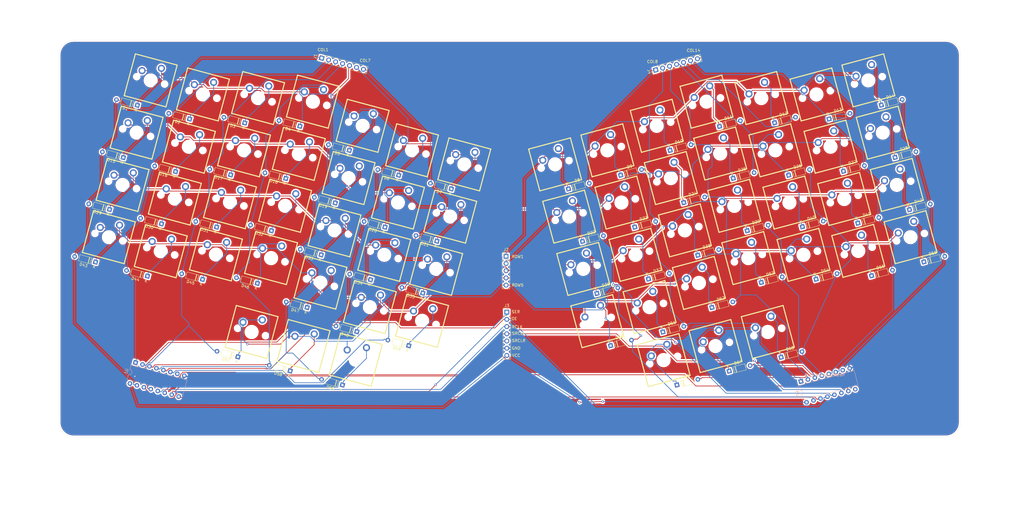
<source format=kicad_pcb>
(kicad_pcb (version 20171130) (host pcbnew 5.1.0)
  (layers (0 F.Cu signal) (31 B.Cu signal) (34 B.Paste user) (35 F.Paste user) (36 B.SilkS user) (37 F.SilkS user) (38 B.Mask user) (39 F.Mask user) (44 Edge.Cuts user))
  (net 0 "")
  (net 1 "Net-(D1-Pad1)")
  (net 2 "Net-(D2-Pad1)")
  (net 3 "Net-(D3-Pad1)")
  (net 4 "Net-(D4-Pad1)")
  (net 5 "Net-(D5-Pad1)")
  (net 6 "Net-(D6-Pad1)")
  (net 7 "Net-(D7-Pad1)")
  (net 8 "Net-(D8-Pad1)")
  (net 9 "Net-(D9-Pad1)")
  (net 10 "Net-(D10-Pad1)")
  (net 11 "Net-(D11-Pad1)")
  (net 12 "Net-(D12-Pad1)")
  (net 13 "Net-(D13-Pad1)")
  (net 14 "Net-(D14-Pad1)")
  (net 15 "Net-(D15-Pad1)")
  (net 16 "Net-(D16-Pad1)")
  (net 17 "Net-(D17-Pad1)")
  (net 18 "Net-(D18-Pad1)")
  (net 19 "Net-(D19-Pad1)")
  (net 20 "Net-(D20-Pad1)")
  (net 21 "Net-(D21-Pad1)")
  (net 22 "Net-(D22-Pad1)")
  (net 23 "Net-(D23-Pad1)")
  (net 24 "Net-(D24-Pad1)")
  (net 25 "Net-(D25-Pad1)")
  (net 26 "Net-(D26-Pad1)")
  (net 27 "Net-(D27-Pad1)")
  (net 28 "Net-(D28-Pad1)")
  (net 29 "Net-(D29-Pad1)")
  (net 30 "Net-(D30-Pad1)")
  (net 31 "Net-(D31-Pad1)")
  (net 32 "Net-(D32-Pad1)")
  (net 33 "Net-(D33-Pad1)")
  (net 34 "Net-(D34-Pad1)")
  (net 35 "Net-(D35-Pad1)")
  (net 36 "Net-(D36-Pad1)")
  (net 37 "Net-(D37-Pad1)")
  (net 38 "Net-(D38-Pad1)")
  (net 39 "Net-(D39-Pad1)")
  (net 40 "Net-(D40-Pad1)")
  (net 41 "Net-(D41-Pad1)")
  (net 42 "Net-(D42-Pad1)")
  (net 43 "Net-(D43-Pad1)")
  (net 44 "Net-(D44-Pad1)")
  (net 45 "Net-(D45-Pad1)")
  (net 46 "Net-(D46-Pad1)")
  (net 47 "Net-(D47-Pad1)")
  (net 48 "Net-(D48-Pad1)")
  (net 49 "Net-(D49-Pad1)")
  (net 50 "Net-(D50-Pad1)")
  (net 51 "Net-(D51-Pad1)")
  (net 52 "Net-(D52-Pad1)")
  (net 53 "Net-(D53-Pad1)")
  (net 54 "Net-(D54-Pad1)")
  (net 55 "Net-(D55-Pad1)")
  (net 56 "Net-(D56-Pad1)")
  (net 57 "Net-(D57-Pad1)")
  (net 58 "Net-(D58-Pad1)")
  (net 59 "Net-(D59-Pad1)")
  (net 60 "Net-(D66-Pad1)")
  (net 61 "Net-(D67-Pad1)")
  (net 62 "Net-(D68-Pad1)")
  (net 63 /KeyscanMatrix/ROW4)
  (net 64 /KeyscanMatrix/ROW3)
  (net 65 /KeyscanMatrix/ROW2)
  (net 66 /KeyscanMatrix/ROW1)
  (net 67 /COL1)
  (net 68 /COL2)
  (net 69 /COL3)
  (net 70 /COL4)
  (net 71 /COL5)
  (net 72 /COL6)
  (net 73 /COL7)
  (net 74 /COL11)
  (net 75 /COL12)
  (net 76 /COL13)
  (net 77 /COL14)
  (net 78 /COL8)
  (net 79 /COL9)
  (net 80 /COL10)
  (net 81 /SRCLK)
  (net 82 /SRCLR)
  (net 83 /RCLK)
  (net 84 /OE)
  (net 85 +5V)
  (net 86 GND)
  (net 87 "Net-(U1-Pad7)")
  (net 88 "Net-(U1-Pad9)")
  (net 89 "Net-(U3-Pad7)")
  (net 90 "Net-(U3-Pad9)")
  (net 91 /SER)
  (net 92 /KeyscanMatrix/ROW5)
  (module Connector_PinHeader_2.54mm:PinHeader_1x07_P2.54mm_Vertical (layer F.Cu) (at 172.974 133.858)
    (fp_text reference J3 (at 0 -2.33) (layer F.SilkS))
    (fp_text value Conn_01x07)
    (pad 7 thru_hole oval (at 0 15.24) (size 1.7 1.7) (drill 1) (layers *.Cu *.Mask) (net 85 +5V))
    (pad 6 thru_hole oval (at 0 12.7) (size 1.7 1.7) (drill 1) (layers *.Cu *.Mask) (net 86 GND))
    (pad 5 thru_hole oval (at 0 10.16) (size 1.7 1.7) (drill 1) (layers *.Cu *.Mask) (net 82 /SRCLR))
    (pad 4 thru_hole oval (at 0 7.62) (size 1.7 1.7) (drill 1) (layers *.Cu *.Mask) (net 81 /SRCLK))
    (pad 3 thru_hole oval (at 0 5.08) (size 1.7 1.7) (drill 1) (layers *.Cu *.Mask) (net 83 /RCLK))
    (pad 2 thru_hole oval (at 0 2.54) (size 1.7 1.7) (drill 1) (layers *.Cu *.Mask) (net 84 /OE))
    (pad 1 thru_hole rect (at 0 0) (size 1.7 1.7) (drill 1) (layers *.Cu *.Mask) (net 91 /SER))
  )
  (module Connector_PinHeader_2.54mm:PinHeader_1x05_P2.54mm_Vertical (layer F.Cu) (at 172.72 114.173)
    (fp_text reference J2 (at 0 -2.33) (layer F.SilkS))
    (fp_text value Conn_01x05)
    (pad 5 thru_hole oval (at 0 10.16) (size 1.7 1.7) (drill 1) (layers *.Cu *.Mask) (net 92 /KeyscanMatrix/ROW5))
    (pad 4 thru_hole oval (at 0 7.62) (size 1.7 1.7) (drill 1) (layers *.Cu *.Mask) (net 63 /KeyscanMatrix/ROW4))
    (pad 3 thru_hole oval (at 0 5.08) (size 1.7 1.7) (drill 1) (layers *.Cu *.Mask) (net 64 /KeyscanMatrix/ROW3))
    (pad 2 thru_hole oval (at 0 2.54) (size 1.7 1.7) (drill 1) (layers *.Cu *.Mask) (net 65 /KeyscanMatrix/ROW2))
    (pad 1 thru_hole rect (at 0 0) (size 1.7 1.7) (drill 1) (layers *.Cu *.Mask) (net 66 /KeyscanMatrix/ROW1))
  )
  (module mx1a:MX1A (layer F.Cu) (at 32.766 107.442 345)
    (fp_text reference S43 hide)
    (fp_text value MX1A hide)
    (pad "" np_thru_hole circle (at 0 0 345) (size 3.98018 3.98018) (drill 3.98018) (layers *.Cu *.Mask))
    (pad 2 thru_hole circle (at 2.54 -5.08 345) (size 2.49936 2.49936) (drill 1.50114) (layers *.Cu *.Mask) (net 43 "Net-(D43-Pad1)"))
    (pad 1 thru_hole circle (at -3.81 -2.54 345) (size 2.49936 2.49936) (drill 1.50114) (layers *.Cu *.Mask) (net 63 /KeyscanMatrix/ROW4))
    (pad "" np_thru_hole circle (at -5.08 0 345) (size 1.69926 1.69926) (drill 1.69926) (layers *.Cu *.Mask))
    (pad "" np_thru_hole circle (at 5.08 0 345) (size 1.69926 1.69926) (drill 1.69926) (layers *.Cu *.Mask))
  )
  (module mx1a:MX1A (layer F.Cu) (at 65.913 57.15 345)
    (fp_text reference S2 hide)
    (fp_text value MX1A hide)
    (pad "" np_thru_hole circle (at 0 0 345) (size 3.98018 3.98018) (drill 3.98018) (layers *.Cu *.Mask))
    (pad 2 thru_hole circle (at 2.54 -5.08 345) (size 2.49936 2.49936) (drill 1.50114) (layers *.Cu *.Mask) (net 2 "Net-(D2-Pad1)"))
    (pad 1 thru_hole circle (at -3.81 -2.54 345) (size 2.49936 2.49936) (drill 1.50114) (layers *.Cu *.Mask) (net 66 /KeyscanMatrix/ROW1))
    (pad "" np_thru_hole circle (at -5.08 0 345) (size 1.69926 1.69926) (drill 1.69926) (layers *.Cu *.Mask))
    (pad "" np_thru_hole circle (at 5.08 0 345) (size 1.69926 1.69926) (drill 1.69926) (layers *.Cu *.Mask))
  )
  (module Package_DIP:DIP-16_W7.62mm (layer B.Cu) (at 276.606 158.242 285)
    (fp_text reference U3 (at 3.81 2.33 285) (layer B.SilkS) (effects (justify mirror)))
    (fp_text value 74HC595)
    (pad 16 thru_hole oval (at 7.62 0 285) (size 1.6 1.6) (drill 0.8) (layers *.Cu *.Mask) (net 85 +5V))
    (pad 8 thru_hole oval (at 0 -17.78 285) (size 1.6 1.6) (drill 0.8) (layers *.Cu *.Mask) (net 86 GND))
    (pad 15 thru_hole oval (at 7.62 -2.54 285) (size 1.6 1.6) (drill 0.8) (layers *.Cu *.Mask) (net 78 /COL8))
    (pad 7 thru_hole oval (at 0 -15.24 285) (size 1.6 1.6) (drill 0.8) (layers *.Cu *.Mask) (net 89 "Net-(U3-Pad7)"))
    (pad 14 thru_hole oval (at 7.62 -5.08 285) (size 1.6 1.6) (drill 0.8) (layers *.Cu *.Mask) (net 88 "Net-(U1-Pad9)"))
    (pad 6 thru_hole oval (at 0 -12.7 285) (size 1.6 1.6) (drill 0.8) (layers *.Cu *.Mask) (net 77 /COL14))
    (pad 13 thru_hole oval (at 7.62 -7.62 285) (size 1.6 1.6) (drill 0.8) (layers *.Cu *.Mask) (net 84 /OE))
    (pad 5 thru_hole oval (at 0 -10.16 285) (size 1.6 1.6) (drill 0.8) (layers *.Cu *.Mask) (net 76 /COL13))
    (pad 12 thru_hole oval (at 7.62 -10.16 285) (size 1.6 1.6) (drill 0.8) (layers *.Cu *.Mask) (net 83 /RCLK))
    (pad 4 thru_hole oval (at 0 -7.62 285) (size 1.6 1.6) (drill 0.8) (layers *.Cu *.Mask) (net 75 /COL12))
    (pad 11 thru_hole oval (at 7.62 -12.7 285) (size 1.6 1.6) (drill 0.8) (layers *.Cu *.Mask) (net 81 /SRCLK))
    (pad 3 thru_hole oval (at 0 -5.08 285) (size 1.6 1.6) (drill 0.8) (layers *.Cu *.Mask) (net 74 /COL11))
    (pad 10 thru_hole oval (at 7.62 -15.24 285) (size 1.6 1.6) (drill 0.8) (layers *.Cu *.Mask) (net 82 /SRCLR))
    (pad 2 thru_hole oval (at 0 -2.54 285) (size 1.6 1.6) (drill 0.8) (layers *.Cu *.Mask) (net 80 /COL10))
    (pad 9 thru_hole oval (at 7.62 -17.78 285) (size 1.6 1.6) (drill 0.8) (layers *.Cu *.Mask) (net 90 "Net-(U3-Pad9)"))
    (pad 1 thru_hole rect (at 0 0 285) (size 1.6 1.6) (drill 0.8) (layers *.Cu *.Mask) (net 79 /COL9))
  )
  (module Package_DIP:DIP-16_W7.62mm (layer B.Cu) (at 42.164 151.638 255)
    (fp_text reference U1 (at 3.81 2.33 255) (layer B.SilkS) (effects (justify mirror)))
    (fp_text value 74HC595)
    (pad 16 thru_hole oval (at 7.62 0 255) (size 1.6 1.6) (drill 0.8) (layers *.Cu *.Mask) (net 85 +5V))
    (pad 8 thru_hole oval (at 0 -17.78 255) (size 1.6 1.6) (drill 0.8) (layers *.Cu *.Mask) (net 86 GND))
    (pad 15 thru_hole oval (at 7.62 -2.54 255) (size 1.6 1.6) (drill 0.8) (layers *.Cu *.Mask) (net 67 /COL1))
    (pad 7 thru_hole oval (at 0 -15.24 255) (size 1.6 1.6) (drill 0.8) (layers *.Cu *.Mask) (net 87 "Net-(U1-Pad7)"))
    (pad 14 thru_hole oval (at 7.62 -5.08 255) (size 1.6 1.6) (drill 0.8) (layers *.Cu *.Mask) (net 91 /SER))
    (pad 6 thru_hole oval (at 0 -12.7 255) (size 1.6 1.6) (drill 0.8) (layers *.Cu *.Mask) (net 73 /COL7))
    (pad 13 thru_hole oval (at 7.62 -7.62 255) (size 1.6 1.6) (drill 0.8) (layers *.Cu *.Mask) (net 84 /OE))
    (pad 5 thru_hole oval (at 0 -10.16 255) (size 1.6 1.6) (drill 0.8) (layers *.Cu *.Mask) (net 72 /COL6))
    (pad 12 thru_hole oval (at 7.62 -10.16 255) (size 1.6 1.6) (drill 0.8) (layers *.Cu *.Mask) (net 83 /RCLK))
    (pad 4 thru_hole oval (at 0 -7.62 255) (size 1.6 1.6) (drill 0.8) (layers *.Cu *.Mask) (net 71 /COL5))
    (pad 11 thru_hole oval (at 7.62 -12.7 255) (size 1.6 1.6) (drill 0.8) (layers *.Cu *.Mask) (net 81 /SRCLK))
    (pad 3 thru_hole oval (at 0 -5.08 255) (size 1.6 1.6) (drill 0.8) (layers *.Cu *.Mask) (net 70 /COL4))
    (pad 10 thru_hole oval (at 7.62 -15.24 255) (size 1.6 1.6) (drill 0.8) (layers *.Cu *.Mask) (net 82 /SRCLR))
    (pad 2 thru_hole oval (at 0 -2.54 255) (size 1.6 1.6) (drill 0.8) (layers *.Cu *.Mask) (net 69 /COL3))
    (pad 9 thru_hole oval (at 7.62 -17.78 255) (size 1.6 1.6) (drill 0.8) (layers *.Cu *.Mask) (net 88 "Net-(U1-Pad9)"))
    (pad 1 thru_hole rect (at 0 0 255) (size 1.6 1.6) (drill 0.8) (layers *.Cu *.Mask) (net 68 /COL2))
  )
  (module Diode_THT:D_DO-35_SOD27_P7.62mm_Horizontal (layer F.Cu) (at 42.799 60.96 165)
    (fp_text reference D1 (at 3.81 -2.12 165) (layer F.SilkS))
    (fp_text value 1N4148)
    (fp_text user K (at 0 -1.8 165) (layer F.SilkS))
    (pad 2 thru_hole oval (at 7.62 0 165) (size 1.6 1.6) (drill 0.8) (layers *.Cu *.Mask) (net 67 /COL1))
    (pad 1 thru_hole rect (at 0 0 165) (size 1.6 1.6) (drill 0.8) (layers *.Cu *.Mask) (net 1 "Net-(D1-Pad1)"))
  )
  (module Diode_THT:D_DO-35_SOD27_P7.62mm_Horizontal (layer F.Cu) (at 61.214 65.786 165)
    (fp_text reference D2 (at 3.81 -2.12 165) (layer F.SilkS))
    (fp_text value 1N4148)
    (fp_text user K (at 0 -1.8 165) (layer F.SilkS))
    (pad 1 thru_hole rect (at 0 0 165) (size 1.6 1.6) (drill 0.8) (layers *.Cu *.Mask) (net 2 "Net-(D2-Pad1)"))
    (pad 2 thru_hole oval (at 7.62 0 165) (size 1.6 1.6) (drill 0.8) (layers *.Cu *.Mask) (net 68 /COL2))
  )
  (module Diode_THT:D_DO-35_SOD27_P7.62mm_Horizontal (layer F.Cu) (at 80.645 67.183 165)
    (fp_text reference D3 (at 3.81 -2.12 165) (layer F.SilkS))
    (fp_text value 1N4148)
    (fp_text user K (at 0 -1.8 165) (layer F.SilkS))
    (pad 2 thru_hole oval (at 7.62 0 165) (size 1.6 1.6) (drill 0.8) (layers *.Cu *.Mask) (net 69 /COL3))
    (pad 1 thru_hole rect (at 0 0 165) (size 1.6 1.6) (drill 0.8) (layers *.Cu *.Mask) (net 3 "Net-(D3-Pad1)"))
  )
  (module Diode_THT:D_DO-35_SOD27_P7.62mm_Horizontal (layer F.Cu) (at 100.076 68.326 165)
    (fp_text reference D4 (at 3.81 -2.12 165) (layer F.SilkS))
    (fp_text value 1N4148)
    (fp_text user K (at 0 -1.8 165) (layer F.SilkS))
    (pad 1 thru_hole rect (at 0 0 165) (size 1.6 1.6) (drill 0.8) (layers *.Cu *.Mask) (net 4 "Net-(D4-Pad1)"))
    (pad 2 thru_hole oval (at 7.62 0 165) (size 1.6 1.6) (drill 0.8) (layers *.Cu *.Mask) (net 70 /COL4))
  )
  (module Diode_THT:D_DO-35_SOD27_P7.62mm_Horizontal (layer F.Cu) (at 117.475 76.835 165)
    (fp_text reference D5 (at 3.81 -2.12 165) (layer F.SilkS))
    (fp_text value 1N4148)
    (fp_text user K (at 0 -1.8 165) (layer F.SilkS))
    (pad 2 thru_hole oval (at 7.62 0 165) (size 1.6 1.6) (drill 0.8) (layers *.Cu *.Mask) (net 71 /COL5))
    (pad 1 thru_hole rect (at 0 0 165) (size 1.6 1.6) (drill 0.8) (layers *.Cu *.Mask) (net 5 "Net-(D5-Pad1)"))
  )
  (module Diode_THT:D_DO-35_SOD27_P7.62mm_Horizontal (layer F.Cu) (at 134.874 85.598 165)
    (fp_text reference D6 (at 3.81 -2.12 165) (layer F.SilkS))
    (fp_text value 1N4148)
    (fp_text user K (at 0 -1.8 165) (layer F.SilkS))
    (pad 1 thru_hole rect (at 0 0 165) (size 1.6 1.6) (drill 0.8) (layers *.Cu *.Mask) (net 6 "Net-(D6-Pad1)"))
    (pad 2 thru_hole oval (at 7.62 0 165) (size 1.6 1.6) (drill 0.8) (layers *.Cu *.Mask) (net 72 /COL6))
  )
  (module Diode_THT:D_DO-35_SOD27_P7.62mm_Horizontal (layer F.Cu) (at 153.416 90.424 165)
    (fp_text reference D7 (at 3.81 -2.12 165) (layer F.SilkS))
    (fp_text value 1N4148)
    (fp_text user K (at 0 -1.8 165) (layer F.SilkS))
    (pad 2 thru_hole oval (at 7.62 0 165) (size 1.6 1.6) (drill 0.8) (layers *.Cu *.Mask) (net 73 /COL7))
    (pad 1 thru_hole rect (at 0 0 165) (size 1.6 1.6) (drill 0.8) (layers *.Cu *.Mask) (net 7 "Net-(D7-Pad1)"))
  )
  (module Diode_THT:D_DO-35_SOD27_P7.62mm_Horizontal (layer F.Cu) (at 194.691 90.424 15)
    (fp_text reference D8 (at 3.81 -2.12 15) (layer F.SilkS))
    (fp_text value 1N4148)
    (fp_text user K (at 0 -1.8 15) (layer F.SilkS))
    (pad 2 thru_hole oval (at 7.62 0 15) (size 1.6 1.6) (drill 0.8) (layers *.Cu *.Mask) (net 78 /COL8))
    (pad 1 thru_hole rect (at 0 0 15) (size 1.6 1.6) (drill 0.8) (layers *.Cu *.Mask) (net 8 "Net-(D8-Pad1)"))
  )
  (module Diode_THT:D_DO-35_SOD27_P7.62mm_Horizontal (layer F.Cu) (at 213.106 85.598 15)
    (fp_text reference D9 (at 3.81 -2.12 15) (layer F.SilkS))
    (fp_text value 1N4148)
    (fp_text user K (at 0 -1.8 15) (layer F.SilkS))
    (pad 1 thru_hole rect (at 0 0 15) (size 1.6 1.6) (drill 0.8) (layers *.Cu *.Mask) (net 9 "Net-(D9-Pad1)"))
    (pad 2 thru_hole oval (at 7.62 0 15) (size 1.6 1.6) (drill 0.8) (layers *.Cu *.Mask) (net 79 /COL9))
  )
  (module Diode_THT:D_DO-35_SOD27_P7.62mm_Horizontal (layer F.Cu) (at 230.505 76.835 15)
    (fp_text reference D10 (at 3.81 -2.12 15) (layer F.SilkS))
    (fp_text value 1N4148)
    (fp_text user K (at 0 -1.8 15) (layer F.SilkS))
    (pad 2 thru_hole oval (at 7.62 0 15) (size 1.6 1.6) (drill 0.8) (layers *.Cu *.Mask) (net 80 /COL10))
    (pad 1 thru_hole rect (at 0 0 15) (size 1.6 1.6) (drill 0.8) (layers *.Cu *.Mask) (net 10 "Net-(D10-Pad1)"))
  )
  (module Diode_THT:D_DO-35_SOD27_P7.62mm_Horizontal (layer F.Cu) (at 247.91 68.3932 15)
    (fp_text reference D11 (at 3.81 -2.12 15) (layer F.SilkS))
    (fp_text value 1N4148)
    (fp_text user K (at 0 -1.8 15) (layer F.SilkS))
    (pad 2 thru_hole oval (at 7.62 0 15) (size 1.6 1.6) (drill 0.8) (layers *.Cu *.Mask) (net 74 /COL11))
    (pad 1 thru_hole rect (at 0 0 15) (size 1.6 1.6) (drill 0.8) (layers *.Cu *.Mask) (net 11 "Net-(D11-Pad1)"))
  )
  (module Diode_THT:D_DO-35_SOD27_P7.62mm_Horizontal (layer F.Cu) (at 267.341 67.1232 15)
    (fp_text reference D12 (at 3.81 -2.12 15) (layer F.SilkS))
    (fp_text value 1N4148)
    (fp_text user K (at 0 -1.8 15) (layer F.SilkS))
    (pad 1 thru_hole rect (at 0 0 15) (size 1.6 1.6) (drill 0.8) (layers *.Cu *.Mask) (net 12 "Net-(D12-Pad1)"))
    (pad 2 thru_hole oval (at 7.62 0 15) (size 1.6 1.6) (drill 0.8) (layers *.Cu *.Mask) (net 75 /COL12))
  )
  (module Diode_THT:D_DO-35_SOD27_P7.62mm_Horizontal (layer F.Cu) (at 286.512 65.786 15)
    (fp_text reference D13 (at 3.81 -2.12 15) (layer F.SilkS))
    (fp_text value 1N4148)
    (fp_text user K (at 0 -1.8 15) (layer F.SilkS))
    (pad 2 thru_hole oval (at 7.62 0 15) (size 1.6 1.6) (drill 0.8) (layers *.Cu *.Mask) (net 76 /COL13))
    (pad 1 thru_hole rect (at 0 0 15) (size 1.6 1.6) (drill 0.8) (layers *.Cu *.Mask) (net 13 "Net-(D13-Pad1)"))
  )
  (module Diode_THT:D_DO-35_SOD27_P7.62mm_Horizontal (layer F.Cu) (at 304.933 60.9002 15)
    (fp_text reference D14 (at 3.81 -2.12 15) (layer F.SilkS))
    (fp_text value 1N4148)
    (fp_text user K (at 0 -1.8 15) (layer F.SilkS))
    (pad 1 thru_hole rect (at 0 0 15) (size 1.6 1.6) (drill 0.8) (layers *.Cu *.Mask) (net 14 "Net-(D14-Pad1)"))
    (pad 2 thru_hole oval (at 7.62 0 15) (size 1.6 1.6) (drill 0.8) (layers *.Cu *.Mask) (net 77 /COL14))
  )
  (module Diode_THT:D_DO-35_SOD27_P7.62mm_Horizontal (layer F.Cu) (at 37.846 79.375 165)
    (fp_text reference D15 (at 3.81 -2.12 165) (layer F.SilkS))
    (fp_text value 1N4148)
    (fp_text user K (at 0 -1.8 165) (layer F.SilkS))
    (pad 1 thru_hole rect (at 0 0 165) (size 1.6 1.6) (drill 0.8) (layers *.Cu *.Mask) (net 15 "Net-(D15-Pad1)"))
    (pad 2 thru_hole oval (at 7.62 0 165) (size 1.6 1.6) (drill 0.8) (layers *.Cu *.Mask) (net 67 /COL1))
  )
  (module Diode_THT:D_DO-35_SOD27_P7.62mm_Horizontal (layer F.Cu) (at 56.261 84.328 165)
    (fp_text reference D16 (at 3.81 -2.12 165) (layer F.SilkS))
    (fp_text value 1N4148)
    (fp_text user K (at 0 -1.8 165) (layer F.SilkS))
    (pad 2 thru_hole oval (at 7.62 0 165) (size 1.6 1.6) (drill 0.8) (layers *.Cu *.Mask) (net 68 /COL2))
    (pad 1 thru_hole rect (at 0 0 165) (size 1.6 1.6) (drill 0.8) (layers *.Cu *.Mask) (net 16 "Net-(D16-Pad1)"))
  )
  (module Diode_THT:D_DO-35_SOD27_P7.62mm_Horizontal (layer F.Cu) (at 75.692 85.471 165)
    (fp_text reference D17 (at 3.81 -2.12 165) (layer F.SilkS))
    (fp_text value 1N4148)
    (fp_text user K (at 0 -1.8 165) (layer F.SilkS))
    (pad 1 thru_hole rect (at 0 0 165) (size 1.6 1.6) (drill 0.8) (layers *.Cu *.Mask) (net 17 "Net-(D17-Pad1)"))
    (pad 2 thru_hole oval (at 7.62 0 165) (size 1.6 1.6) (drill 0.8) (layers *.Cu *.Mask) (net 69 /COL3))
  )
  (module Diode_THT:D_DO-35_SOD27_P7.62mm_Horizontal (layer F.Cu) (at 95.123 86.741 165)
    (fp_text reference D18 (at 3.81 -2.12 165) (layer F.SilkS))
    (fp_text value 1N4148)
    (fp_text user K (at 0 -1.8 165) (layer F.SilkS))
    (pad 2 thru_hole oval (at 7.62 0 165) (size 1.6 1.6) (drill 0.8) (layers *.Cu *.Mask) (net 70 /COL4))
    (pad 1 thru_hole rect (at 0 0 165) (size 1.6 1.6) (drill 0.8) (layers *.Cu *.Mask) (net 18 "Net-(D18-Pad1)"))
  )
  (module Diode_THT:D_DO-35_SOD27_P7.62mm_Horizontal (layer F.Cu) (at 112.522 95.377 165)
    (fp_text reference D19 (at 3.81 -2.12 165) (layer F.SilkS))
    (fp_text value 1N4148)
    (fp_text user K (at 0 -1.8 165) (layer F.SilkS))
    (pad 1 thru_hole rect (at 0 0 165) (size 1.6 1.6) (drill 0.8) (layers *.Cu *.Mask) (net 19 "Net-(D19-Pad1)"))
    (pad 2 thru_hole oval (at 7.62 0 165) (size 1.6 1.6) (drill 0.8) (layers *.Cu *.Mask) (net 71 /COL5))
  )
  (module Diode_THT:D_DO-35_SOD27_P7.62mm_Horizontal (layer F.Cu) (at 130.048 103.886 165)
    (fp_text reference D20 (at 3.81 -2.12 165) (layer F.SilkS))
    (fp_text value 1N4148)
    (fp_text user K (at 0 -1.8 165) (layer F.SilkS))
    (pad 1 thru_hole rect (at 0 0 165) (size 1.6 1.6) (drill 0.8) (layers *.Cu *.Mask) (net 20 "Net-(D20-Pad1)"))
    (pad 2 thru_hole oval (at 7.62 0 165) (size 1.6 1.6) (drill 0.8) (layers *.Cu *.Mask) (net 72 /COL6))
  )
  (module Diode_THT:D_DO-35_SOD27_P7.62mm_Horizontal (layer F.Cu) (at 148.336 108.839 165)
    (fp_text reference D21 (at 3.81 -2.12 165) (layer F.SilkS))
    (fp_text value 1N4148)
    (fp_text user K (at 0 -1.8 165) (layer F.SilkS))
    (pad 1 thru_hole rect (at 0 0 165) (size 1.6 1.6) (drill 0.8) (layers *.Cu *.Mask) (net 21 "Net-(D21-Pad1)"))
    (pad 2 thru_hole oval (at 7.62 0 165) (size 1.6 1.6) (drill 0.8) (layers *.Cu *.Mask) (net 73 /COL7))
  )
  (module Diode_THT:D_DO-35_SOD27_P7.62mm_Horizontal (layer F.Cu) (at 199.65 108.906 15)
    (fp_text reference D22 (at 3.81 -2.12 15) (layer F.SilkS))
    (fp_text value 1N4148)
    (fp_text user K (at 0 -1.8 15) (layer F.SilkS))
    (pad 1 thru_hole rect (at 0 0 15) (size 1.6 1.6) (drill 0.8) (layers *.Cu *.Mask) (net 22 "Net-(D22-Pad1)"))
    (pad 2 thru_hole oval (at 7.62 0 15) (size 1.6 1.6) (drill 0.8) (layers *.Cu *.Mask) (net 78 /COL8))
  )
  (module Diode_THT:D_DO-35_SOD27_P7.62mm_Horizontal (layer F.Cu) (at 218.059 103.886 15)
    (fp_text reference D23 (at 3.81 -2.12 15) (layer F.SilkS))
    (fp_text value 1N4148)
    (fp_text user K (at 0 -1.8 15) (layer F.SilkS))
    (pad 1 thru_hole rect (at 0 0 15) (size 1.6 1.6) (drill 0.8) (layers *.Cu *.Mask) (net 23 "Net-(D23-Pad1)"))
    (pad 2 thru_hole oval (at 7.62 0 15) (size 1.6 1.6) (drill 0.8) (layers *.Cu *.Mask) (net 79 /COL9))
  )
  (module Diode_THT:D_DO-35_SOD27_P7.62mm_Horizontal (layer F.Cu) (at 235.331 95.25 15)
    (fp_text reference D24 (at 3.81 -2.12 15) (layer F.SilkS))
    (fp_text value 1N4148)
    (fp_text user K (at 0 -1.8 15) (layer F.SilkS))
    (pad 2 thru_hole oval (at 7.62 0 15) (size 1.6 1.6) (drill 0.8) (layers *.Cu *.Mask) (net 80 /COL10))
    (pad 1 thru_hole rect (at 0 0 15) (size 1.6 1.6) (drill 0.8) (layers *.Cu *.Mask) (net 24 "Net-(D24-Pad1)"))
  )
  (module Diode_THT:D_DO-35_SOD27_P7.62mm_Horizontal (layer F.Cu) (at 252.736 86.6812 15)
    (fp_text reference D25 (at 3.81 -2.12 15) (layer F.SilkS))
    (fp_text value 1N4148)
    (fp_text user K (at 0 -1.8 15) (layer F.SilkS))
    (pad 2 thru_hole oval (at 7.62 0 15) (size 1.6 1.6) (drill 0.8) (layers *.Cu *.Mask) (net 74 /COL11))
    (pad 1 thru_hole rect (at 0 0 15) (size 1.6 1.6) (drill 0.8) (layers *.Cu *.Mask) (net 25 "Net-(D25-Pad1)"))
  )
  (module Diode_THT:D_DO-35_SOD27_P7.62mm_Horizontal (layer F.Cu) (at 272.288 85.598 15)
    (fp_text reference D26 (at 3.81 -2.12 15) (layer F.SilkS))
    (fp_text value 1N4148)
    (fp_text user K (at 0 -1.8 15) (layer F.SilkS))
    (pad 1 thru_hole rect (at 0 0 15) (size 1.6 1.6) (drill 0.8) (layers *.Cu *.Mask) (net 26 "Net-(D26-Pad1)"))
    (pad 2 thru_hole oval (at 7.62 0 15) (size 1.6 1.6) (drill 0.8) (layers *.Cu *.Mask) (net 75 /COL12))
  )
  (module Diode_THT:D_DO-35_SOD27_P7.62mm_Horizontal (layer F.Cu) (at 291.592 84.201 15)
    (fp_text reference D27 (at 3.81 -2.12 15) (layer F.SilkS))
    (fp_text value 1N4148)
    (fp_text user K (at 0 -1.8 15) (layer F.SilkS))
    (pad 2 thru_hole oval (at 7.62 0 15) (size 1.6 1.6) (drill 0.8) (layers *.Cu *.Mask) (net 76 /COL13))
    (pad 1 thru_hole rect (at 0 0 15) (size 1.6 1.6) (drill 0.8) (layers *.Cu *.Mask) (net 27 "Net-(D27-Pad1)"))
  )
  (module Diode_THT:D_DO-35_SOD27_P7.62mm_Horizontal (layer F.Cu) (at 309.759 79.3152 15)
    (fp_text reference D28 (at 3.81 -2.12 15) (layer F.SilkS))
    (fp_text value 1N4148)
    (fp_text user K (at 0 -1.8 15) (layer F.SilkS))
    (pad 2 thru_hole oval (at 7.62 0 15) (size 1.6 1.6) (drill 0.8) (layers *.Cu *.Mask) (net 77 /COL14))
    (pad 1 thru_hole rect (at 0 0 15) (size 1.6 1.6) (drill 0.8) (layers *.Cu *.Mask) (net 28 "Net-(D28-Pad1)"))
  )
  (module Diode_THT:D_DO-35_SOD27_P7.62mm_Horizontal (layer F.Cu) (at 33.02 97.663 165)
    (fp_text reference D29 (at 3.81 -2.12 165) (layer F.SilkS))
    (fp_text value 1N4148)
    (fp_text user K (at 0 -1.8 165) (layer F.SilkS))
    (pad 2 thru_hole oval (at 7.62 0 165) (size 1.6 1.6) (drill 0.8) (layers *.Cu *.Mask) (net 67 /COL1))
    (pad 1 thru_hole rect (at 0 0 165) (size 1.6 1.6) (drill 0.8) (layers *.Cu *.Mask) (net 29 "Net-(D29-Pad1)"))
  )
  (module Diode_THT:D_DO-35_SOD27_P7.62mm_Horizontal (layer F.Cu) (at 51.308 102.743 165)
    (fp_text reference D30 (at 3.81 -2.12 165) (layer F.SilkS))
    (fp_text value 1N4148)
    (fp_text user K (at 0 -1.8 165) (layer F.SilkS))
    (pad 1 thru_hole rect (at 0 0 165) (size 1.6 1.6) (drill 0.8) (layers *.Cu *.Mask) (net 30 "Net-(D30-Pad1)"))
    (pad 2 thru_hole oval (at 7.62 0 165) (size 1.6 1.6) (drill 0.8) (layers *.Cu *.Mask) (net 68 /COL2))
  )
  (module Diode_THT:D_DO-35_SOD27_P7.62mm_Horizontal (layer F.Cu) (at 70.739 103.886 165)
    (fp_text reference D31 (at 3.81 -2.12 165) (layer F.SilkS))
    (fp_text value 1N4148)
    (fp_text user K (at 0 -1.8 165) (layer F.SilkS))
    (pad 2 thru_hole oval (at 7.62 0 165) (size 1.6 1.6) (drill 0.8) (layers *.Cu *.Mask) (net 69 /COL3))
    (pad 1 thru_hole rect (at 0 0 165) (size 1.6 1.6) (drill 0.8) (layers *.Cu *.Mask) (net 31 "Net-(D31-Pad1)"))
  )
  (module Diode_THT:D_DO-35_SOD27_P7.62mm_Horizontal (layer F.Cu) (at 90.043 105.156 165)
    (fp_text reference D32 (at 3.81 -2.12 165) (layer F.SilkS))
    (fp_text value 1N4148)
    (fp_text user K (at 0 -1.8 165) (layer F.SilkS))
    (pad 1 thru_hole rect (at 0 0 165) (size 1.6 1.6) (drill 0.8) (layers *.Cu *.Mask) (net 32 "Net-(D32-Pad1)"))
    (pad 2 thru_hole oval (at 7.62 0 165) (size 1.6 1.6) (drill 0.8) (layers *.Cu *.Mask) (net 70 /COL4))
  )
  (module Diode_THT:D_DO-35_SOD27_P7.62mm_Horizontal (layer F.Cu) (at 107.569 113.665 165)
    (fp_text reference D33 (at 3.81 -2.12 165) (layer F.SilkS))
    (fp_text value 1N4148)
    (fp_text user K (at 0 -1.8 165) (layer F.SilkS))
    (pad 2 thru_hole oval (at 7.62 0 165) (size 1.6 1.6) (drill 0.8) (layers *.Cu *.Mask) (net 71 /COL5))
    (pad 1 thru_hole rect (at 0 0 165) (size 1.6 1.6) (drill 0.8) (layers *.Cu *.Mask) (net 33 "Net-(D33-Pad1)"))
  )
  (module Diode_THT:D_DO-35_SOD27_P7.62mm_Horizontal (layer F.Cu) (at 124.968 122.428 165)
    (fp_text reference D34 (at 3.81 -2.12 165) (layer F.SilkS))
    (fp_text value 1N4148)
    (fp_text user K (at 0 -1.8 165) (layer F.SilkS))
    (pad 2 thru_hole oval (at 7.62 0 165) (size 1.6 1.6) (drill 0.8) (layers *.Cu *.Mask) (net 72 /COL6))
    (pad 1 thru_hole rect (at 0 0 165) (size 1.6 1.6) (drill 0.8) (layers *.Cu *.Mask) (net 34 "Net-(D34-Pad1)"))
  )
  (module Diode_THT:D_DO-35_SOD27_P7.62mm_Horizontal (layer F.Cu) (at 143.383 127.127 165)
    (fp_text reference D35 (at 3.81 -2.12 165) (layer F.SilkS))
    (fp_text value 1N4148)
    (fp_text user K (at 0 -1.8 165) (layer F.SilkS))
    (pad 2 thru_hole oval (at 7.62 0 165) (size 1.6 1.6) (drill 0.8) (layers *.Cu *.Mask) (net 73 /COL7))
    (pad 1 thru_hole rect (at 0 0 165) (size 1.6 1.6) (drill 0.8) (layers *.Cu *.Mask) (net 35 "Net-(D35-Pad1)"))
  )
  (module Diode_THT:D_DO-35_SOD27_P7.62mm_Horizontal (layer F.Cu) (at 204.724 127.254 15)
    (fp_text reference D36 (at 3.81 -2.12 15) (layer F.SilkS))
    (fp_text value 1N4148)
    (fp_text user K (at 0 -1.8 15) (layer F.SilkS))
    (pad 2 thru_hole oval (at 7.62 0 15) (size 1.6 1.6) (drill 0.8) (layers *.Cu *.Mask) (net 78 /COL8))
    (pad 1 thru_hole rect (at 0 0 15) (size 1.6 1.6) (drill 0.8) (layers *.Cu *.Mask) (net 36 "Net-(D36-Pad1)"))
  )
  (module Diode_THT:D_DO-35_SOD27_P7.62mm_Horizontal (layer F.Cu) (at 222.885 122.174 15)
    (fp_text reference D37 (at 3.81 -2.12 15) (layer F.SilkS))
    (fp_text value 1N4148)
    (fp_text user K (at 0 -1.8 15) (layer F.SilkS))
    (pad 1 thru_hole rect (at 0 0 15) (size 1.6 1.6) (drill 0.8) (layers *.Cu *.Mask) (net 37 "Net-(D37-Pad1)"))
    (pad 2 thru_hole oval (at 7.62 0 15) (size 1.6 1.6) (drill 0.8) (layers *.Cu *.Mask) (net 79 /COL9))
  )
  (module Diode_THT:D_DO-35_SOD27_P7.62mm_Horizontal (layer F.Cu) (at 240.284 113.792 15)
    (fp_text reference D38 (at 3.81 -2.12 15) (layer F.SilkS))
    (fp_text value 1N4148)
    (fp_text user K (at 0 -1.8 15) (layer F.SilkS))
    (pad 1 thru_hole rect (at 0 0 15) (size 1.6 1.6) (drill 0.8) (layers *.Cu *.Mask) (net 38 "Net-(D38-Pad1)"))
    (pad 2 thru_hole oval (at 7.62 0 15) (size 1.6 1.6) (drill 0.8) (layers *.Cu *.Mask) (net 80 /COL10))
  )
  (module Diode_THT:D_DO-35_SOD27_P7.62mm_Horizontal (layer F.Cu) (at 257.683 105.156 15)
    (fp_text reference D39 (at 3.81 -2.12 15) (layer F.SilkS))
    (fp_text value 1N4148)
    (fp_text user K (at 0 -1.8 15) (layer F.SilkS))
    (pad 2 thru_hole oval (at 7.62 0 15) (size 1.6 1.6) (drill 0.8) (layers *.Cu *.Mask) (net 74 /COL11))
    (pad 1 thru_hole rect (at 0 0 15) (size 1.6 1.6) (drill 0.8) (layers *.Cu *.Mask) (net 39 "Net-(D39-Pad1)"))
  )
  (module Diode_THT:D_DO-35_SOD27_P7.62mm_Horizontal (layer F.Cu) (at 277.114 103.759 15)
    (fp_text reference D40 (at 3.81 -2.12 15) (layer F.SilkS))
    (fp_text value 1N4148)
    (fp_text user K (at 0 -1.8 15) (layer F.SilkS))
    (pad 1 thru_hole rect (at 0 0 15) (size 1.6 1.6) (drill 0.8) (layers *.Cu *.Mask) (net 40 "Net-(D40-Pad1)"))
    (pad 2 thru_hole oval (at 7.62 0 15) (size 1.6 1.6) (drill 0.8) (layers *.Cu *.Mask) (net 75 /COL12))
  )
  (module Diode_THT:D_DO-35_SOD27_P7.62mm_Horizontal (layer F.Cu) (at 296.672 102.489 15)
    (fp_text reference D41 (at 3.81 -2.12 15) (layer F.SilkS))
    (fp_text value 1N4148)
    (fp_text user K (at 0 -1.8 15) (layer F.SilkS))
    (pad 1 thru_hole rect (at 0 0 15) (size 1.6 1.6) (drill 0.8) (layers *.Cu *.Mask) (net 41 "Net-(D41-Pad1)"))
    (pad 2 thru_hole oval (at 7.62 0 15) (size 1.6 1.6) (drill 0.8) (layers *.Cu *.Mask) (net 76 /COL13))
  )
  (module Diode_THT:D_DO-35_SOD27_P7.62mm_Horizontal (layer F.Cu) (at 314.839 97.7302 15)
    (fp_text reference D42 (at 3.81 -2.12 15) (layer F.SilkS))
    (fp_text value 1N4148)
    (fp_text user K (at 0 -1.8 15) (layer F.SilkS))
    (pad 2 thru_hole oval (at 7.62 0 15) (size 1.6 1.6) (drill 0.8) (layers *.Cu *.Mask) (net 77 /COL14))
    (pad 1 thru_hole rect (at 0 0 15) (size 1.6 1.6) (drill 0.8) (layers *.Cu *.Mask) (net 42 "Net-(D42-Pad1)"))
  )
  (module Diode_THT:D_DO-35_SOD27_P7.62mm_Horizontal (layer F.Cu) (at 28.067 116.205 165)
    (fp_text reference D43 (at 3.81 -2.12 165) (layer F.SilkS))
    (fp_text value 1N4148)
    (fp_text user K (at 0 -1.8 165) (layer F.SilkS))
    (pad 2 thru_hole oval (at 7.62 0 165) (size 1.6 1.6) (drill 0.8) (layers *.Cu *.Mask) (net 67 /COL1))
    (pad 1 thru_hole rect (at 0 0 165) (size 1.6 1.6) (drill 0.8) (layers *.Cu *.Mask) (net 43 "Net-(D43-Pad1)"))
  )
  (module Diode_THT:D_DO-35_SOD27_P7.62mm_Horizontal (layer F.Cu) (at 46.355 121.158 165)
    (fp_text reference D44 (at 3.81 -2.12 165) (layer F.SilkS))
    (fp_text value 1N4148)
    (fp_text user K (at 0 -1.8 165) (layer F.SilkS))
    (pad 1 thru_hole rect (at 0 0 165) (size 1.6 1.6) (drill 0.8) (layers *.Cu *.Mask) (net 44 "Net-(D44-Pad1)"))
    (pad 2 thru_hole oval (at 7.62 0 165) (size 1.6 1.6) (drill 0.8) (layers *.Cu *.Mask) (net 68 /COL2))
  )
  (module Diode_THT:D_DO-35_SOD27_P7.62mm_Horizontal (layer F.Cu) (at 65.786 122.301 165)
    (fp_text reference D45 (at 3.81 -2.12 165) (layer F.SilkS))
    (fp_text value 1N4148)
    (fp_text user K (at 0 -1.8 165) (layer F.SilkS))
    (pad 2 thru_hole oval (at 7.62 0 165) (size 1.6 1.6) (drill 0.8) (layers *.Cu *.Mask) (net 69 /COL3))
    (pad 1 thru_hole rect (at 0 0 165) (size 1.6 1.6) (drill 0.8) (layers *.Cu *.Mask) (net 45 "Net-(D45-Pad1)"))
  )
  (module Diode_THT:D_DO-35_SOD27_P7.62mm_Horizontal (layer F.Cu) (at 85.09 123.698 165)
    (fp_text reference D46 (at 3.81 -2.12 165) (layer F.SilkS))
    (fp_text value 1N4148)
    (fp_text user K (at 0 -1.8 165) (layer F.SilkS))
    (pad 1 thru_hole rect (at 0 0 165) (size 1.6 1.6) (drill 0.8) (layers *.Cu *.Mask) (net 46 "Net-(D46-Pad1)"))
    (pad 2 thru_hole oval (at 7.62 0 165) (size 1.6 1.6) (drill 0.8) (layers *.Cu *.Mask) (net 70 /COL4))
  )
  (module Diode_THT:D_DO-35_SOD27_P7.62mm_Horizontal (layer F.Cu) (at 102.616 132.207 165)
    (fp_text reference D47 (at 3.81 -2.12 165) (layer F.SilkS))
    (fp_text value 1N4148)
    (fp_text user K (at 0 -1.8 165) (layer F.SilkS))
    (pad 2 thru_hole oval (at 7.62 0 165) (size 1.6 1.6) (drill 0.8) (layers *.Cu *.Mask) (net 71 /COL5))
    (pad 1 thru_hole rect (at 0 0 165) (size 1.6 1.6) (drill 0.8) (layers *.Cu *.Mask) (net 47 "Net-(D47-Pad1)"))
  )
  (module Diode_THT:D_DO-35_SOD27_P7.62mm_Horizontal (layer F.Cu) (at 120.142 140.716 165)
    (fp_text reference D48 (at 3.81 -2.12 165) (layer F.SilkS))
    (fp_text value 1N4148)
    (fp_text user K (at 0 -1.8 165) (layer F.SilkS))
    (pad 1 thru_hole rect (at 0 0 165) (size 1.6 1.6) (drill 0.8) (layers *.Cu *.Mask) (net 48 "Net-(D48-Pad1)"))
    (pad 2 thru_hole oval (at 7.62 0 165) (size 1.6 1.6) (drill 0.8) (layers *.Cu *.Mask) (net 72 /COL6))
  )
  (module Diode_THT:D_DO-35_SOD27_P7.62mm_Horizontal (layer F.Cu) (at 138.43 145.669 165)
    (fp_text reference D49 (at 3.81 -2.12 165) (layer F.SilkS))
    (fp_text value 1N4148)
    (fp_text user K (at 0 -1.8 165) (layer F.SilkS))
    (pad 1 thru_hole rect (at 0 0 165) (size 1.6 1.6) (drill 0.8) (layers *.Cu *.Mask) (net 49 "Net-(D49-Pad1)"))
    (pad 2 thru_hole oval (at 7.62 0 165) (size 1.6 1.6) (drill 0.8) (layers *.Cu *.Mask) (net 73 /COL7))
  )
  (module Diode_THT:D_DO-35_SOD27_P7.62mm_Horizontal (layer F.Cu) (at 209.55 145.669 15)
    (fp_text reference D50 (at 3.81 -2.12 15) (layer F.SilkS))
    (fp_text value 1N4148)
    (fp_text user K (at 0 -1.8 15) (layer F.SilkS))
    (pad 1 thru_hole rect (at 0 0 15) (size 1.6 1.6) (drill 0.8) (layers *.Cu *.Mask) (net 50 "Net-(D50-Pad1)"))
    (pad 2 thru_hole oval (at 7.62 0 15) (size 1.6 1.6) (drill 0.8) (layers *.Cu *.Mask) (net 78 /COL8))
  )
  (module Diode_THT:D_DO-35_SOD27_P7.62mm_Horizontal (layer F.Cu) (at 227.965 140.843 15)
    (fp_text reference D51 (at 3.81 -2.12 15) (layer F.SilkS))
    (fp_text value 1N4148)
    (fp_text user K (at 0 -1.8 15) (layer F.SilkS))
    (pad 2 thru_hole oval (at 7.62 0 15) (size 1.6 1.6) (drill 0.8) (layers *.Cu *.Mask) (net 79 /COL9))
    (pad 1 thru_hole rect (at 0 0 15) (size 1.6 1.6) (drill 0.8) (layers *.Cu *.Mask) (net 51 "Net-(D51-Pad1)"))
  )
  (module Diode_THT:D_DO-35_SOD27_P7.62mm_Horizontal (layer F.Cu) (at 245.237 132.207 15)
    (fp_text reference D52 (at 3.81 -2.12 15) (layer F.SilkS))
    (fp_text value 1N4148)
    (fp_text user K (at 0 -1.8 15) (layer F.SilkS))
    (pad 1 thru_hole rect (at 0 0 15) (size 1.6 1.6) (drill 0.8) (layers *.Cu *.Mask) (net 52 "Net-(D52-Pad1)"))
    (pad 2 thru_hole oval (at 7.62 0 15) (size 1.6 1.6) (drill 0.8) (layers *.Cu *.Mask) (net 80 /COL10))
  )
  (module Diode_THT:D_DO-35_SOD27_P7.62mm_Horizontal (layer F.Cu) (at 262.642 123.384 15)
    (fp_text reference D53 (at 3.81 -2.12 15) (layer F.SilkS))
    (fp_text value 1N4148)
    (fp_text user K (at 0 -1.8 15) (layer F.SilkS))
    (pad 1 thru_hole rect (at 0 0 15) (size 1.6 1.6) (drill 0.8) (layers *.Cu *.Mask) (net 53 "Net-(D53-Pad1)"))
    (pad 2 thru_hole oval (at 7.62 0 15) (size 1.6 1.6) (drill 0.8) (layers *.Cu *.Mask) (net 74 /COL11))
  )
  (module Diode_THT:D_DO-35_SOD27_P7.62mm_Horizontal (layer F.Cu) (at 281.946 122.241 15)
    (fp_text reference D54 (at 3.81 -2.12 15) (layer F.SilkS))
    (fp_text value 1N4148)
    (fp_text user K (at 0 -1.8 15) (layer F.SilkS))
    (pad 1 thru_hole rect (at 0 0 15) (size 1.6 1.6) (drill 0.8) (layers *.Cu *.Mask) (net 54 "Net-(D54-Pad1)"))
    (pad 2 thru_hole oval (at 7.62 0 15) (size 1.6 1.6) (drill 0.8) (layers *.Cu *.Mask) (net 75 /COL12))
  )
  (module Diode_THT:D_DO-35_SOD27_P7.62mm_Horizontal (layer F.Cu) (at 301.498 121.031 15)
    (fp_text reference D55 (at 3.81 -2.12 15) (layer F.SilkS))
    (fp_text value 1N4148)
    (fp_text user K (at 0 -1.8 15) (layer F.SilkS))
    (pad 2 thru_hole oval (at 7.62 0 15) (size 1.6 1.6) (drill 0.8) (layers *.Cu *.Mask) (net 76 /COL13))
    (pad 1 thru_hole rect (at 0 0 15) (size 1.6 1.6) (drill 0.8) (layers *.Cu *.Mask) (net 55 "Net-(D55-Pad1)"))
  )
  (module Diode_THT:D_DO-35_SOD27_P7.62mm_Horizontal (layer F.Cu) (at 319.919 116.145 15)
    (fp_text reference D56 (at 3.81 -2.12 15) (layer F.SilkS))
    (fp_text value 1N4148)
    (fp_text user K (at 0 -1.8 15) (layer F.SilkS))
    (pad 2 thru_hole oval (at 7.62 0 15) (size 1.6 1.6) (drill 0.8) (layers *.Cu *.Mask) (net 77 /COL14))
    (pad 1 thru_hole rect (at 0 0 15) (size 1.6 1.6) (drill 0.8) (layers *.Cu *.Mask) (net 56 "Net-(D56-Pad1)"))
  )
  (module Diode_THT:D_DO-35_SOD27_P7.62mm_Horizontal (layer F.Cu) (at 78.232 149.606 165)
    (fp_text reference D57 (at 3.81 -2.12 165) (layer F.SilkS))
    (fp_text value 1N4148)
    (fp_text user K (at 0 -1.8 165) (layer F.SilkS))
    (pad 1 thru_hole rect (at 0 0 165) (size 1.6 1.6) (drill 0.8) (layers *.Cu *.Mask) (net 57 "Net-(D57-Pad1)"))
    (pad 2 thru_hole oval (at 7.62 0 165) (size 1.6 1.6) (drill 0.8) (layers *.Cu *.Mask) (net 69 /COL3))
  )
  (module Diode_THT:D_DO-35_SOD27_P7.62mm_Horizontal (layer F.Cu) (at 96.647 154.559 165)
    (fp_text reference D58 (at 3.81 -2.12 165) (layer F.SilkS))
    (fp_text value 1N4148)
    (fp_text user K (at 0 -1.8 165) (layer F.SilkS))
    (pad 2 thru_hole oval (at 7.62 0 165) (size 1.6 1.6) (drill 0.8) (layers *.Cu *.Mask) (net 70 /COL4))
    (pad 1 thru_hole rect (at 0 0 165) (size 1.6 1.6) (drill 0.8) (layers *.Cu *.Mask) (net 58 "Net-(D58-Pad1)"))
  )
  (module Diode_THT:D_DO-35_SOD27_P7.62mm_Horizontal (layer F.Cu) (at 115.062 159.512 165)
    (fp_text reference D59 (at 3.81 -2.12 165) (layer F.SilkS))
    (fp_text value 1N4148)
    (fp_text user K (at 0 -1.8 165) (layer F.SilkS))
    (pad 1 thru_hole rect (at 0 0 165) (size 1.6 1.6) (drill 0.8) (layers *.Cu *.Mask) (net 59 "Net-(D59-Pad1)"))
    (pad 2 thru_hole oval (at 7.62 0 165) (size 1.6 1.6) (drill 0.8) (layers *.Cu *.Mask) (net 71 /COL5))
  )
  (module Diode_THT:D_DO-35_SOD27_P7.62mm_Horizontal (layer F.Cu) (at 232.918 159.512 15)
    (fp_text reference D66 (at 3.81 -2.12 15) (layer F.SilkS))
    (fp_text value 1N4148)
    (fp_text user K (at 0 -1.8 15) (layer F.SilkS))
    (pad 1 thru_hole rect (at 0 0 15) (size 1.6 1.6) (drill 0.8) (layers *.Cu *.Mask) (net 60 "Net-(D66-Pad1)"))
    (pad 2 thru_hole oval (at 7.62 0 15) (size 1.6 1.6) (drill 0.8) (layers *.Cu *.Mask) (net 80 /COL10))
  )
  (module Diode_THT:D_DO-35_SOD27_P7.62mm_Horizontal (layer F.Cu) (at 251.339 154.626 15)
    (fp_text reference D67 (at 3.81 -2.12 15) (layer F.SilkS))
    (fp_text value 1N4148)
    (fp_text user K (at 0 -1.8 15) (layer F.SilkS))
    (pad 2 thru_hole oval (at 7.62 0 15) (size 1.6 1.6) (drill 0.8) (layers *.Cu *.Mask) (net 74 /COL11))
    (pad 1 thru_hole rect (at 0 0 15) (size 1.6 1.6) (drill 0.8) (layers *.Cu *.Mask) (net 61 "Net-(D67-Pad1)"))
  )
  (module Diode_THT:D_DO-35_SOD27_P7.62mm_Horizontal (layer F.Cu) (at 269.621 149.733 15)
    (fp_text reference D68 (at 3.81 -2.12 15) (layer F.SilkS))
    (fp_text value 1N4148)
    (fp_text user K (at 0 -1.8 15) (layer F.SilkS))
    (pad 2 thru_hole oval (at 7.62 0 15) (size 1.6 1.6) (drill 0.8) (layers *.Cu *.Mask) (net 75 /COL12))
    (pad 1 thru_hole rect (at 0 0 15) (size 1.6 1.6) (drill 0.8) (layers *.Cu *.Mask) (net 62 "Net-(D68-Pad1)"))
  )
  (module Connector_PinHeader_2.54mm:PinHeader_1x07_P2.54mm_Vertical (layer F.Cu) (at 107.748 44.338 75)
    (fp_text reference J1 (at 0 -2.33 75) (layer F.SilkS))
    (fp_text value Conn_01x07)
    (pad 7 thru_hole oval (at 0 15.24 75) (size 1.7 1.7) (drill 1) (layers *.Cu *.Mask) (net 73 /COL7))
    (pad 6 thru_hole oval (at 0 12.7 75) (size 1.7 1.7) (drill 1) (layers *.Cu *.Mask) (net 72 /COL6))
    (pad 5 thru_hole oval (at 0 10.16 75) (size 1.7 1.7) (drill 1) (layers *.Cu *.Mask) (net 71 /COL5))
    (pad 4 thru_hole oval (at 0 7.62 75) (size 1.7 1.7) (drill 1) (layers *.Cu *.Mask) (net 70 /COL4))
    (pad 3 thru_hole oval (at 0 5.08 75) (size 1.7 1.7) (drill 1) (layers *.Cu *.Mask) (net 69 /COL3))
    (pad 2 thru_hole oval (at 0 2.54 75) (size 1.7 1.7) (drill 1) (layers *.Cu *.Mask) (net 68 /COL2))
    (pad 1 thru_hole rect (at 0 0 75) (size 1.7 1.7) (drill 1) (layers *.Cu *.Mask) (net 67 /COL1))
  )
  (module Connector_PinHeader_2.54mm:PinHeader_1x07_P2.54mm_Vertical (layer F.Cu) (at 225.425 48.514 105)
    (fp_text reference J4 (at 0 -2.33 105) (layer F.SilkS))
    (fp_text value Conn_01x07)
    (pad 1 thru_hole rect (at 0 0 105) (size 1.7 1.7) (drill 1) (layers *.Cu *.Mask) (net 78 /COL8))
    (pad 2 thru_hole oval (at 0 2.54 105) (size 1.7 1.7) (drill 1) (layers *.Cu *.Mask) (net 79 /COL9))
    (pad 3 thru_hole oval (at 0 5.08 105) (size 1.7 1.7) (drill 1) (layers *.Cu *.Mask) (net 80 /COL10))
    (pad 4 thru_hole oval (at 0 7.62 105) (size 1.7 1.7) (drill 1) (layers *.Cu *.Mask) (net 74 /COL11))
    (pad 5 thru_hole oval (at 0 10.16 105) (size 1.7 1.7) (drill 1) (layers *.Cu *.Mask) (net 75 /COL12))
    (pad 6 thru_hole oval (at 0 12.7 105) (size 1.7 1.7) (drill 1) (layers *.Cu *.Mask) (net 76 /COL13))
    (pad 7 thru_hole oval (at 0 15.24 105) (size 1.7 1.7) (drill 1) (layers *.Cu *.Mask) (net 77 /COL14))
  )
  (module mx1a:MX1A (layer F.Cu) (at 47.498 52.197 345)
    (fp_text reference S1 hide)
    (fp_text value MX1A hide)
    (pad "" np_thru_hole circle (at 5.08 0 345) (size 1.69926 1.69926) (drill 1.69926) (layers *.Cu *.Mask))
    (pad "" np_thru_hole circle (at -5.08 0 345) (size 1.69926 1.69926) (drill 1.69926) (layers *.Cu *.Mask))
    (pad 1 thru_hole circle (at -3.81 -2.54 345) (size 2.49936 2.49936) (drill 1.50114) (layers *.Cu *.Mask) (net 66 /KeyscanMatrix/ROW1))
    (pad 2 thru_hole circle (at 2.54 -5.08 345) (size 2.49936 2.49936) (drill 1.50114) (layers *.Cu *.Mask) (net 1 "Net-(D1-Pad1)"))
    (pad "" np_thru_hole circle (at 0 0 345) (size 3.98018 3.98018) (drill 3.98018) (layers *.Cu *.Mask))
  )
  (module mx1a:MX1A (layer F.Cu) (at 85.344 58.42 345)
    (fp_text reference S3 hide)
    (fp_text value MX1A hide)
    (pad "" np_thru_hole circle (at 0 0 345) (size 3.98018 3.98018) (drill 3.98018) (layers *.Cu *.Mask))
    (pad 2 thru_hole circle (at 2.54 -5.08 345) (size 2.49936 2.49936) (drill 1.50114) (layers *.Cu *.Mask) (net 3 "Net-(D3-Pad1)"))
    (pad 1 thru_hole circle (at -3.81 -2.54 345) (size 2.49936 2.49936) (drill 1.50114) (layers *.Cu *.Mask) (net 66 /KeyscanMatrix/ROW1))
    (pad "" np_thru_hole circle (at -5.08 0 345) (size 1.69926 1.69926) (drill 1.69926) (layers *.Cu *.Mask))
    (pad "" np_thru_hole circle (at 5.08 0 345) (size 1.69926 1.69926) (drill 1.69926) (layers *.Cu *.Mask))
  )
  (module mx1a:MX1A (layer F.Cu) (at 104.648 59.69 345)
    (fp_text reference S4 hide)
    (fp_text value MX1A hide)
    (pad "" np_thru_hole circle (at 0 0 345) (size 3.98018 3.98018) (drill 3.98018) (layers *.Cu *.Mask))
    (pad 2 thru_hole circle (at 2.54 -5.08 345) (size 2.49936 2.49936) (drill 1.50114) (layers *.Cu *.Mask) (net 4 "Net-(D4-Pad1)"))
    (pad 1 thru_hole circle (at -3.81 -2.54 345) (size 2.49936 2.49936) (drill 1.50114) (layers *.Cu *.Mask) (net 66 /KeyscanMatrix/ROW1))
    (pad "" np_thru_hole circle (at -5.08 0 345) (size 1.69926 1.69926) (drill 1.69926) (layers *.Cu *.Mask))
    (pad "" np_thru_hole circle (at 5.08 0 345) (size 1.69926 1.69926) (drill 1.69926) (layers *.Cu *.Mask))
  )
  (module mx1a:MX1A (layer F.Cu) (at 122.174 68.199 345)
    (fp_text reference S5 hide)
    (fp_text value MX1A hide)
    (pad "" np_thru_hole circle (at 5.08 0 345) (size 1.69926 1.69926) (drill 1.69926) (layers *.Cu *.Mask))
    (pad "" np_thru_hole circle (at -5.08 0 345) (size 1.69926 1.69926) (drill 1.69926) (layers *.Cu *.Mask))
    (pad 1 thru_hole circle (at -3.81 -2.54 345) (size 2.49936 2.49936) (drill 1.50114) (layers *.Cu *.Mask) (net 66 /KeyscanMatrix/ROW1))
    (pad 2 thru_hole circle (at 2.54 -5.08 345) (size 2.49936 2.49936) (drill 1.50114) (layers *.Cu *.Mask) (net 5 "Net-(D5-Pad1)"))
    (pad "" np_thru_hole circle (at 0 0 345) (size 3.98018 3.98018) (drill 3.98018) (layers *.Cu *.Mask))
  )
  (module mx1a:MX1A (layer F.Cu) (at 139.573 76.835 345)
    (fp_text reference S6 hide)
    (fp_text value MX1A hide)
    (pad "" np_thru_hole circle (at 0 0 345) (size 3.98018 3.98018) (drill 3.98018) (layers *.Cu *.Mask))
    (pad 2 thru_hole circle (at 2.54 -5.08 345) (size 2.49936 2.49936) (drill 1.50114) (layers *.Cu *.Mask) (net 6 "Net-(D6-Pad1)"))
    (pad 1 thru_hole circle (at -3.81 -2.54 345) (size 2.49936 2.49936) (drill 1.50114) (layers *.Cu *.Mask) (net 66 /KeyscanMatrix/ROW1))
    (pad "" np_thru_hole circle (at -5.08 0 345) (size 1.69926 1.69926) (drill 1.69926) (layers *.Cu *.Mask))
    (pad "" np_thru_hole circle (at 5.08 0 345) (size 1.69926 1.69926) (drill 1.69926) (layers *.Cu *.Mask))
  )
  (module mx1a:MX1A (layer F.Cu) (at 157.988 81.788 345)
    (fp_text reference S7 hide)
    (fp_text value MX1A hide)
    (pad "" np_thru_hole circle (at 0 0 345) (size 3.98018 3.98018) (drill 3.98018) (layers *.Cu *.Mask))
    (pad 2 thru_hole circle (at 2.54 -5.08 345) (size 2.49936 2.49936) (drill 1.50114) (layers *.Cu *.Mask) (net 7 "Net-(D7-Pad1)"))
    (pad 1 thru_hole circle (at -3.81 -2.54 345) (size 2.49936 2.49936) (drill 1.50114) (layers *.Cu *.Mask) (net 66 /KeyscanMatrix/ROW1))
    (pad "" np_thru_hole circle (at -5.08 0 345) (size 1.69926 1.69926) (drill 1.69926) (layers *.Cu *.Mask))
    (pad "" np_thru_hole circle (at 5.08 0 345) (size 1.69926 1.69926) (drill 1.69926) (layers *.Cu *.Mask))
  )
  (module mx1a:MX1A (layer F.Cu) (at 189.992 81.788 15)
    (fp_text reference S8 hide)
    (fp_text value MX1A hide)
    (pad "" np_thru_hole circle (at 0 0 15) (size 3.98018 3.98018) (drill 3.98018) (layers *.Cu *.Mask))
    (pad 2 thru_hole circle (at 2.54 -5.08 15) (size 2.49936 2.49936) (drill 1.50114) (layers *.Cu *.Mask) (net 8 "Net-(D8-Pad1)"))
    (pad 1 thru_hole circle (at -3.81 -2.54 15) (size 2.49936 2.49936) (drill 1.50114) (layers *.Cu *.Mask) (net 66 /KeyscanMatrix/ROW1))
    (pad "" np_thru_hole circle (at -5.08 0 15) (size 1.69926 1.69926) (drill 1.69926) (layers *.Cu *.Mask))
    (pad "" np_thru_hole circle (at 5.08 0 15) (size 1.69926 1.69926) (drill 1.69926) (layers *.Cu *.Mask))
  )
  (module mx1a:MX1A (layer F.Cu) (at 208.407 76.835 15)
    (fp_text reference S9 hide)
    (fp_text value MX1A hide)
    (pad "" np_thru_hole circle (at 0 0 15) (size 3.98018 3.98018) (drill 3.98018) (layers *.Cu *.Mask))
    (pad 2 thru_hole circle (at 2.54 -5.08 15) (size 2.49936 2.49936) (drill 1.50114) (layers *.Cu *.Mask) (net 9 "Net-(D9-Pad1)"))
    (pad 1 thru_hole circle (at -3.81 -2.54 15) (size 2.49936 2.49936) (drill 1.50114) (layers *.Cu *.Mask) (net 66 /KeyscanMatrix/ROW1))
    (pad "" np_thru_hole circle (at -5.08 0 15) (size 1.69926 1.69926) (drill 1.69926) (layers *.Cu *.Mask))
    (pad "" np_thru_hole circle (at 5.08 0 15) (size 1.69926 1.69926) (drill 1.69926) (layers *.Cu *.Mask))
  )
  (module mx1a:MX1A (layer F.Cu) (at 225.806 68.199 15)
    (fp_text reference S10 hide)
    (fp_text value MX1A hide)
    (pad "" np_thru_hole circle (at 0 0 15) (size 3.98018 3.98018) (drill 3.98018) (layers *.Cu *.Mask))
    (pad 2 thru_hole circle (at 2.54 -5.08 15) (size 2.49936 2.49936) (drill 1.50114) (layers *.Cu *.Mask) (net 10 "Net-(D10-Pad1)"))
    (pad 1 thru_hole circle (at -3.81 -2.54 15) (size 2.49936 2.49936) (drill 1.50114) (layers *.Cu *.Mask) (net 66 /KeyscanMatrix/ROW1))
    (pad "" np_thru_hole circle (at -5.08 0 15) (size 1.69926 1.69926) (drill 1.69926) (layers *.Cu *.Mask))
    (pad "" np_thru_hole circle (at 5.08 0 15) (size 1.69926 1.69926) (drill 1.69926) (layers *.Cu *.Mask))
  )
  (module mx1a:MX1A (layer F.Cu) (at 243.332 59.69 15)
    (fp_text reference S11 hide)
    (fp_text value MX1A hide)
    (pad "" np_thru_hole circle (at 0 0 15) (size 3.98018 3.98018) (drill 3.98018) (layers *.Cu *.Mask))
    (pad 2 thru_hole circle (at 2.54 -5.08 15) (size 2.49936 2.49936) (drill 1.50114) (layers *.Cu *.Mask) (net 11 "Net-(D11-Pad1)"))
    (pad 1 thru_hole circle (at -3.81 -2.54 15) (size 2.49936 2.49936) (drill 1.50114) (layers *.Cu *.Mask) (net 66 /KeyscanMatrix/ROW1))
    (pad "" np_thru_hole circle (at -5.08 0 15) (size 1.69926 1.69926) (drill 1.69926) (layers *.Cu *.Mask))
    (pad "" np_thru_hole circle (at 5.08 0 15) (size 1.69926 1.69926) (drill 1.69926) (layers *.Cu *.Mask))
  )
  (module mx1a:MX1A (layer F.Cu) (at 262.636 58.42 15)
    (fp_text reference S12 hide)
    (fp_text value MX1A hide)
    (pad "" np_thru_hole circle (at 5.08 0 15) (size 1.69926 1.69926) (drill 1.69926) (layers *.Cu *.Mask))
    (pad "" np_thru_hole circle (at -5.08 0 15) (size 1.69926 1.69926) (drill 1.69926) (layers *.Cu *.Mask))
    (pad 1 thru_hole circle (at -3.81 -2.54 15) (size 2.49936 2.49936) (drill 1.50114) (layers *.Cu *.Mask) (net 66 /KeyscanMatrix/ROW1))
    (pad 2 thru_hole circle (at 2.54 -5.08 15) (size 2.49936 2.49936) (drill 1.50114) (layers *.Cu *.Mask) (net 12 "Net-(D12-Pad1)"))
    (pad "" np_thru_hole circle (at 0 0 15) (size 3.98018 3.98018) (drill 3.98018) (layers *.Cu *.Mask))
  )
  (module mx1a:MX1A (layer F.Cu) (at 282.067 57.15 15)
    (fp_text reference S13 hide)
    (fp_text value MX1A hide)
    (pad "" np_thru_hole circle (at 0 0 15) (size 3.98018 3.98018) (drill 3.98018) (layers *.Cu *.Mask))
    (pad 2 thru_hole circle (at 2.54 -5.08 15) (size 2.49936 2.49936) (drill 1.50114) (layers *.Cu *.Mask) (net 13 "Net-(D13-Pad1)"))
    (pad 1 thru_hole circle (at -3.81 -2.54 15) (size 2.49936 2.49936) (drill 1.50114) (layers *.Cu *.Mask) (net 66 /KeyscanMatrix/ROW1))
    (pad "" np_thru_hole circle (at -5.08 0 15) (size 1.69926 1.69926) (drill 1.69926) (layers *.Cu *.Mask))
    (pad "" np_thru_hole circle (at 5.08 0 15) (size 1.69926 1.69926) (drill 1.69926) (layers *.Cu *.Mask))
  )
  (module mx1a:MX1A (layer F.Cu) (at 300.355 52.197 15)
    (fp_text reference S14 hide)
    (fp_text value MX1A hide)
    (pad "" np_thru_hole circle (at 0 0 15) (size 3.98018 3.98018) (drill 3.98018) (layers *.Cu *.Mask))
    (pad 2 thru_hole circle (at 2.54 -5.08 15) (size 2.49936 2.49936) (drill 1.50114) (layers *.Cu *.Mask) (net 14 "Net-(D14-Pad1)"))
    (pad 1 thru_hole circle (at -3.81 -2.54 15) (size 2.49936 2.49936) (drill 1.50114) (layers *.Cu *.Mask) (net 66 /KeyscanMatrix/ROW1))
    (pad "" np_thru_hole circle (at -5.08 0 15) (size 1.69926 1.69926) (drill 1.69926) (layers *.Cu *.Mask))
    (pad "" np_thru_hole circle (at 5.08 0 15) (size 1.69926 1.69926) (drill 1.69926) (layers *.Cu *.Mask))
  )
  (module mx1a:MX1A (layer F.Cu) (at 42.545 70.612 345)
    (fp_text reference S15 hide)
    (fp_text value MX1A hide)
    (pad "" np_thru_hole circle (at 5.08 0 345) (size 1.69926 1.69926) (drill 1.69926) (layers *.Cu *.Mask))
    (pad "" np_thru_hole circle (at -5.08 0 345) (size 1.69926 1.69926) (drill 1.69926) (layers *.Cu *.Mask))
    (pad 1 thru_hole circle (at -3.81 -2.54 345) (size 2.49936 2.49936) (drill 1.50114) (layers *.Cu *.Mask) (net 65 /KeyscanMatrix/ROW2))
    (pad 2 thru_hole circle (at 2.54 -5.08 345) (size 2.49936 2.49936) (drill 1.50114) (layers *.Cu *.Mask) (net 15 "Net-(D15-Pad1)"))
    (pad "" np_thru_hole circle (at 0 0 345) (size 3.98018 3.98018) (drill 3.98018) (layers *.Cu *.Mask))
  )
  (module mx1a:MX1A (layer F.Cu) (at 60.96 75.565 345)
    (fp_text reference S16 hide)
    (fp_text value MX1A hide)
    (pad "" np_thru_hole circle (at 0 0 345) (size 3.98018 3.98018) (drill 3.98018) (layers *.Cu *.Mask))
    (pad 2 thru_hole circle (at 2.54 -5.08 345) (size 2.49936 2.49936) (drill 1.50114) (layers *.Cu *.Mask) (net 16 "Net-(D16-Pad1)"))
    (pad 1 thru_hole circle (at -3.81 -2.54 345) (size 2.49936 2.49936) (drill 1.50114) (layers *.Cu *.Mask) (net 65 /KeyscanMatrix/ROW2))
    (pad "" np_thru_hole circle (at -5.08 0 345) (size 1.69926 1.69926) (drill 1.69926) (layers *.Cu *.Mask))
    (pad "" np_thru_hole circle (at 5.08 0 345) (size 1.69926 1.69926) (drill 1.69926) (layers *.Cu *.Mask))
  )
  (module mx1a:MX1A (layer F.Cu) (at 80.391 76.835 345)
    (fp_text reference S17 hide)
    (fp_text value MX1A hide)
    (pad "" np_thru_hole circle (at 0 0 345) (size 3.98018 3.98018) (drill 3.98018) (layers *.Cu *.Mask))
    (pad 2 thru_hole circle (at 2.54 -5.08 345) (size 2.49936 2.49936) (drill 1.50114) (layers *.Cu *.Mask) (net 17 "Net-(D17-Pad1)"))
    (pad 1 thru_hole circle (at -3.81 -2.54 345) (size 2.49936 2.49936) (drill 1.50114) (layers *.Cu *.Mask) (net 65 /KeyscanMatrix/ROW2))
    (pad "" np_thru_hole circle (at -5.08 0 345) (size 1.69926 1.69926) (drill 1.69926) (layers *.Cu *.Mask))
    (pad "" np_thru_hole circle (at 5.08 0 345) (size 1.69926 1.69926) (drill 1.69926) (layers *.Cu *.Mask))
  )
  (module mx1a:MX1A (layer F.Cu) (at 99.695 78.105 345)
    (fp_text reference S18 hide)
    (fp_text value MX1A hide)
    (pad "" np_thru_hole circle (at 5.08 0 345) (size 1.69926 1.69926) (drill 1.69926) (layers *.Cu *.Mask))
    (pad "" np_thru_hole circle (at -5.08 0 345) (size 1.69926 1.69926) (drill 1.69926) (layers *.Cu *.Mask))
    (pad 1 thru_hole circle (at -3.81 -2.54 345) (size 2.49936 2.49936) (drill 1.50114) (layers *.Cu *.Mask) (net 65 /KeyscanMatrix/ROW2))
    (pad 2 thru_hole circle (at 2.54 -5.08 345) (size 2.49936 2.49936) (drill 1.50114) (layers *.Cu *.Mask) (net 18 "Net-(D18-Pad1)"))
    (pad "" np_thru_hole circle (at 0 0 345) (size 3.98018 3.98018) (drill 3.98018) (layers *.Cu *.Mask))
  )
  (module mx1a:MX1A (layer F.Cu) (at 117.221 86.614 345)
    (fp_text reference S19 hide)
    (fp_text value MX1A hide)
    (pad "" np_thru_hole circle (at 0 0 345) (size 3.98018 3.98018) (drill 3.98018) (layers *.Cu *.Mask))
    (pad 2 thru_hole circle (at 2.54 -5.08 345) (size 2.49936 2.49936) (drill 1.50114) (layers *.Cu *.Mask) (net 19 "Net-(D19-Pad1)"))
    (pad 1 thru_hole circle (at -3.81 -2.54 345) (size 2.49936 2.49936) (drill 1.50114) (layers *.Cu *.Mask) (net 65 /KeyscanMatrix/ROW2))
    (pad "" np_thru_hole circle (at -5.08 0 345) (size 1.69926 1.69926) (drill 1.69926) (layers *.Cu *.Mask))
    (pad "" np_thru_hole circle (at 5.08 0 345) (size 1.69926 1.69926) (drill 1.69926) (layers *.Cu *.Mask))
  )
  (module mx1a:MX1A (layer F.Cu) (at 134.62 95.25 345)
    (fp_text reference S20 hide)
    (fp_text value MX1A hide)
    (pad "" np_thru_hole circle (at 5.08 0 345) (size 1.69926 1.69926) (drill 1.69926) (layers *.Cu *.Mask))
    (pad "" np_thru_hole circle (at -5.08 0 345) (size 1.69926 1.69926) (drill 1.69926) (layers *.Cu *.Mask))
    (pad 1 thru_hole circle (at -3.81 -2.54 345) (size 2.49936 2.49936) (drill 1.50114) (layers *.Cu *.Mask) (net 65 /KeyscanMatrix/ROW2))
    (pad 2 thru_hole circle (at 2.54 -5.08 345) (size 2.49936 2.49936) (drill 1.50114) (layers *.Cu *.Mask) (net 20 "Net-(D20-Pad1)"))
    (pad "" np_thru_hole circle (at 0 0 345) (size 3.98018 3.98018) (drill 3.98018) (layers *.Cu *.Mask))
  )
  (module mx1a:MX1A (layer F.Cu) (at 153.035 100.203 345)
    (fp_text reference S21 hide)
    (fp_text value MX1A hide)
    (pad "" np_thru_hole circle (at 5.08 0 345) (size 1.69926 1.69926) (drill 1.69926) (layers *.Cu *.Mask))
    (pad "" np_thru_hole circle (at -5.08 0 345) (size 1.69926 1.69926) (drill 1.69926) (layers *.Cu *.Mask))
    (pad 1 thru_hole circle (at -3.81 -2.54 345) (size 2.49936 2.49936) (drill 1.50114) (layers *.Cu *.Mask) (net 65 /KeyscanMatrix/ROW2))
    (pad 2 thru_hole circle (at 2.54 -5.08 345) (size 2.49936 2.49936) (drill 1.50114) (layers *.Cu *.Mask) (net 21 "Net-(D21-Pad1)"))
    (pad "" np_thru_hole circle (at 0 0 345) (size 3.98018 3.98018) (drill 3.98018) (layers *.Cu *.Mask))
  )
  (module mx1a:MX1A (layer F.Cu) (at 194.945 100.203 15)
    (fp_text reference S22 hide)
    (fp_text value MX1A hide)
    (pad "" np_thru_hole circle (at 5.08 0 15) (size 1.69926 1.69926) (drill 1.69926) (layers *.Cu *.Mask))
    (pad "" np_thru_hole circle (at -5.08 0 15) (size 1.69926 1.69926) (drill 1.69926) (layers *.Cu *.Mask))
    (pad 1 thru_hole circle (at -3.81 -2.54 15) (size 2.49936 2.49936) (drill 1.50114) (layers *.Cu *.Mask) (net 65 /KeyscanMatrix/ROW2))
    (pad 2 thru_hole circle (at 2.54 -5.08 15) (size 2.49936 2.49936) (drill 1.50114) (layers *.Cu *.Mask) (net 22 "Net-(D22-Pad1)"))
    (pad "" np_thru_hole circle (at 0 0 15) (size 3.98018 3.98018) (drill 3.98018) (layers *.Cu *.Mask))
  )
  (module mx1a:MX1A (layer F.Cu) (at 213.36 95.25 15)
    (fp_text reference S23 hide)
    (fp_text value MX1A hide)
    (pad "" np_thru_hole circle (at 5.08 0 15) (size 1.69926 1.69926) (drill 1.69926) (layers *.Cu *.Mask))
    (pad "" np_thru_hole circle (at -5.08 0 15) (size 1.69926 1.69926) (drill 1.69926) (layers *.Cu *.Mask))
    (pad 1 thru_hole circle (at -3.81 -2.54 15) (size 2.49936 2.49936) (drill 1.50114) (layers *.Cu *.Mask) (net 65 /KeyscanMatrix/ROW2))
    (pad 2 thru_hole circle (at 2.54 -5.08 15) (size 2.49936 2.49936) (drill 1.50114) (layers *.Cu *.Mask) (net 23 "Net-(D23-Pad1)"))
    (pad "" np_thru_hole circle (at 0 0 15) (size 3.98018 3.98018) (drill 3.98018) (layers *.Cu *.Mask))
  )
  (module mx1a:MX1A (layer F.Cu) (at 230.759 86.614 15)
    (fp_text reference S24 hide)
    (fp_text value MX1A hide)
    (pad "" np_thru_hole circle (at 0 0 15) (size 3.98018 3.98018) (drill 3.98018) (layers *.Cu *.Mask))
    (pad 2 thru_hole circle (at 2.54 -5.08 15) (size 2.49936 2.49936) (drill 1.50114) (layers *.Cu *.Mask) (net 24 "Net-(D24-Pad1)"))
    (pad 1 thru_hole circle (at -3.81 -2.54 15) (size 2.49936 2.49936) (drill 1.50114) (layers *.Cu *.Mask) (net 65 /KeyscanMatrix/ROW2))
    (pad "" np_thru_hole circle (at -5.08 0 15) (size 1.69926 1.69926) (drill 1.69926) (layers *.Cu *.Mask))
    (pad "" np_thru_hole circle (at 5.08 0 15) (size 1.69926 1.69926) (drill 1.69926) (layers *.Cu *.Mask))
  )
  (module mx1a:MX1A (layer F.Cu) (at 248.158 77.978 15)
    (fp_text reference S25 hide)
    (fp_text value MX1A hide)
    (pad "" np_thru_hole circle (at 5.08 0 15) (size 1.69926 1.69926) (drill 1.69926) (layers *.Cu *.Mask))
    (pad "" np_thru_hole circle (at -5.08 0 15) (size 1.69926 1.69926) (drill 1.69926) (layers *.Cu *.Mask))
    (pad 1 thru_hole circle (at -3.81 -2.54 15) (size 2.49936 2.49936) (drill 1.50114) (layers *.Cu *.Mask) (net 65 /KeyscanMatrix/ROW2))
    (pad 2 thru_hole circle (at 2.54 -5.08 15) (size 2.49936 2.49936) (drill 1.50114) (layers *.Cu *.Mask) (net 25 "Net-(D25-Pad1)"))
    (pad "" np_thru_hole circle (at 0 0 15) (size 3.98018 3.98018) (drill 3.98018) (layers *.Cu *.Mask))
  )
  (module mx1a:MX1A (layer F.Cu) (at 267.589 76.835 15)
    (fp_text reference S26 hide)
    (fp_text value MX1A hide)
    (pad "" np_thru_hole circle (at 5.08 0 15) (size 1.69926 1.69926) (drill 1.69926) (layers *.Cu *.Mask))
    (pad "" np_thru_hole circle (at -5.08 0 15) (size 1.69926 1.69926) (drill 1.69926) (layers *.Cu *.Mask))
    (pad 1 thru_hole circle (at -3.81 -2.54 15) (size 2.49936 2.49936) (drill 1.50114) (layers *.Cu *.Mask) (net 65 /KeyscanMatrix/ROW2))
    (pad 2 thru_hole circle (at 2.54 -5.08 15) (size 2.49936 2.49936) (drill 1.50114) (layers *.Cu *.Mask) (net 26 "Net-(D26-Pad1)"))
    (pad "" np_thru_hole circle (at 0 0 15) (size 3.98018 3.98018) (drill 3.98018) (layers *.Cu *.Mask))
  )
  (module mx1a:MX1A (layer F.Cu) (at 287.02 75.565 15)
    (fp_text reference S27 hide)
    (fp_text value MX1A hide)
    (pad "" np_thru_hole circle (at 5.08 0 15) (size 1.69926 1.69926) (drill 1.69926) (layers *.Cu *.Mask))
    (pad "" np_thru_hole circle (at -5.08 0 15) (size 1.69926 1.69926) (drill 1.69926) (layers *.Cu *.Mask))
    (pad 1 thru_hole circle (at -3.81 -2.54 15) (size 2.49936 2.49936) (drill 1.50114) (layers *.Cu *.Mask) (net 65 /KeyscanMatrix/ROW2))
    (pad 2 thru_hole circle (at 2.54 -5.08 15) (size 2.49936 2.49936) (drill 1.50114) (layers *.Cu *.Mask) (net 27 "Net-(D27-Pad1)"))
    (pad "" np_thru_hole circle (at 0 0 15) (size 3.98018 3.98018) (drill 3.98018) (layers *.Cu *.Mask))
  )
  (module mx1a:MX1A (layer F.Cu) (at 305.435 70.612 15)
    (fp_text reference S28 hide)
    (fp_text value MX1A hide)
    (pad "" np_thru_hole circle (at 5.08 0 15) (size 1.69926 1.69926) (drill 1.69926) (layers *.Cu *.Mask))
    (pad "" np_thru_hole circle (at -5.08 0 15) (size 1.69926 1.69926) (drill 1.69926) (layers *.Cu *.Mask))
    (pad 1 thru_hole circle (at -3.81 -2.54 15) (size 2.49936 2.49936) (drill 1.50114) (layers *.Cu *.Mask) (net 65 /KeyscanMatrix/ROW2))
    (pad 2 thru_hole circle (at 2.54 -5.08 15) (size 2.49936 2.49936) (drill 1.50114) (layers *.Cu *.Mask) (net 28 "Net-(D28-Pad1)"))
    (pad "" np_thru_hole circle (at 0 0 15) (size 3.98018 3.98018) (drill 3.98018) (layers *.Cu *.Mask))
  )
  (module mx1a:MX1A (layer F.Cu) (at 37.592 89.027 345)
    (fp_text reference S29 hide)
    (fp_text value MX1A hide)
    (pad "" np_thru_hole circle (at 0 0 345) (size 3.98018 3.98018) (drill 3.98018) (layers *.Cu *.Mask))
    (pad 2 thru_hole circle (at 2.54 -5.08 345) (size 2.49936 2.49936) (drill 1.50114) (layers *.Cu *.Mask) (net 29 "Net-(D29-Pad1)"))
    (pad 1 thru_hole circle (at -3.81 -2.54 345) (size 2.49936 2.49936) (drill 1.50114) (layers *.Cu *.Mask) (net 64 /KeyscanMatrix/ROW3))
    (pad "" np_thru_hole circle (at -5.08 0 345) (size 1.69926 1.69926) (drill 1.69926) (layers *.Cu *.Mask))
    (pad "" np_thru_hole circle (at 5.08 0 345) (size 1.69926 1.69926) (drill 1.69926) (layers *.Cu *.Mask))
  )
  (module mx1a:MX1A (layer F.Cu) (at 56.007 93.853 345)
    (fp_text reference S30 hide)
    (fp_text value MX1A hide)
    (pad "" np_thru_hole circle (at 5.08 0 345) (size 1.69926 1.69926) (drill 1.69926) (layers *.Cu *.Mask))
    (pad "" np_thru_hole circle (at -5.08 0 345) (size 1.69926 1.69926) (drill 1.69926) (layers *.Cu *.Mask))
    (pad 1 thru_hole circle (at -3.81 -2.54 345) (size 2.49936 2.49936) (drill 1.50114) (layers *.Cu *.Mask) (net 64 /KeyscanMatrix/ROW3))
    (pad 2 thru_hole circle (at 2.54 -5.08 345) (size 2.49936 2.49936) (drill 1.50114) (layers *.Cu *.Mask) (net 30 "Net-(D30-Pad1)"))
    (pad "" np_thru_hole circle (at 0 0 345) (size 3.98018 3.98018) (drill 3.98018) (layers *.Cu *.Mask))
  )
  (module mx1a:MX1A (layer F.Cu) (at 75.438 95.123 345)
    (fp_text reference S31 hide)
    (fp_text value MX1A hide)
    (pad "" np_thru_hole circle (at 5.08 0 345) (size 1.69926 1.69926) (drill 1.69926) (layers *.Cu *.Mask))
    (pad "" np_thru_hole circle (at -5.08 0 345) (size 1.69926 1.69926) (drill 1.69926) (layers *.Cu *.Mask))
    (pad 1 thru_hole circle (at -3.81 -2.54 345) (size 2.49936 2.49936) (drill 1.50114) (layers *.Cu *.Mask) (net 64 /KeyscanMatrix/ROW3))
    (pad 2 thru_hole circle (at 2.54 -5.08 345) (size 2.49936 2.49936) (drill 1.50114) (layers *.Cu *.Mask) (net 31 "Net-(D31-Pad1)"))
    (pad "" np_thru_hole circle (at 0 0 345) (size 3.98018 3.98018) (drill 3.98018) (layers *.Cu *.Mask))
  )
  (module mx1a:MX1A (layer F.Cu) (at 94.869 96.393 345)
    (fp_text reference S32 hide)
    (fp_text value MX1A hide)
    (pad "" np_thru_hole circle (at 0 0 345) (size 3.98018 3.98018) (drill 3.98018) (layers *.Cu *.Mask))
    (pad 2 thru_hole circle (at 2.54 -5.08 345) (size 2.49936 2.49936) (drill 1.50114) (layers *.Cu *.Mask) (net 32 "Net-(D32-Pad1)"))
    (pad 1 thru_hole circle (at -3.81 -2.54 345) (size 2.49936 2.49936) (drill 1.50114) (layers *.Cu *.Mask) (net 64 /KeyscanMatrix/ROW3))
    (pad "" np_thru_hole circle (at -5.08 0 345) (size 1.69926 1.69926) (drill 1.69926) (layers *.Cu *.Mask))
    (pad "" np_thru_hole circle (at 5.08 0 345) (size 1.69926 1.69926) (drill 1.69926) (layers *.Cu *.Mask))
  )
  (module mx1a:MX1A (layer F.Cu) (at 112.268 105.029 345)
    (fp_text reference S33 hide)
    (fp_text value MX1A hide)
    (pad "" np_thru_hole circle (at 0 0 345) (size 3.98018 3.98018) (drill 3.98018) (layers *.Cu *.Mask))
    (pad 2 thru_hole circle (at 2.54 -5.08 345) (size 2.49936 2.49936) (drill 1.50114) (layers *.Cu *.Mask) (net 33 "Net-(D33-Pad1)"))
    (pad 1 thru_hole circle (at -3.81 -2.54 345) (size 2.49936 2.49936) (drill 1.50114) (layers *.Cu *.Mask) (net 64 /KeyscanMatrix/ROW3))
    (pad "" np_thru_hole circle (at -5.08 0 345) (size 1.69926 1.69926) (drill 1.69926) (layers *.Cu *.Mask))
    (pad "" np_thru_hole circle (at 5.08 0 345) (size 1.69926 1.69926) (drill 1.69926) (layers *.Cu *.Mask))
  )
  (module mx1a:MX1A (layer F.Cu) (at 129.794 113.665 345)
    (fp_text reference S34 hide)
    (fp_text value MX1A hide)
    (pad "" np_thru_hole circle (at 0 0 345) (size 3.98018 3.98018) (drill 3.98018) (layers *.Cu *.Mask))
    (pad 2 thru_hole circle (at 2.54 -5.08 345) (size 2.49936 2.49936) (drill 1.50114) (layers *.Cu *.Mask) (net 34 "Net-(D34-Pad1)"))
    (pad 1 thru_hole circle (at -3.81 -2.54 345) (size 2.49936 2.49936) (drill 1.50114) (layers *.Cu *.Mask) (net 64 /KeyscanMatrix/ROW3))
    (pad "" np_thru_hole circle (at -5.08 0 345) (size 1.69926 1.69926) (drill 1.69926) (layers *.Cu *.Mask))
    (pad "" np_thru_hole circle (at 5.08 0 345) (size 1.69926 1.69926) (drill 1.69926) (layers *.Cu *.Mask))
  )
  (module mx1a:MX1A (layer F.Cu) (at 148.082 118.618 345)
    (fp_text reference S35 hide)
    (fp_text value MX1A hide)
    (pad "" np_thru_hole circle (at 5.08 0 345) (size 1.69926 1.69926) (drill 1.69926) (layers *.Cu *.Mask))
    (pad "" np_thru_hole circle (at -5.08 0 345) (size 1.69926 1.69926) (drill 1.69926) (layers *.Cu *.Mask))
    (pad 1 thru_hole circle (at -3.81 -2.54 345) (size 2.49936 2.49936) (drill 1.50114) (layers *.Cu *.Mask) (net 64 /KeyscanMatrix/ROW3))
    (pad 2 thru_hole circle (at 2.54 -5.08 345) (size 2.49936 2.49936) (drill 1.50114) (layers *.Cu *.Mask) (net 35 "Net-(D35-Pad1)"))
    (pad "" np_thru_hole circle (at 0 0 345) (size 3.98018 3.98018) (drill 3.98018) (layers *.Cu *.Mask))
  )
  (module mx1a:MX1A (layer F.Cu) (at 199.898 118.618 15)
    (fp_text reference S36 hide)
    (fp_text value MX1A hide)
    (pad "" np_thru_hole circle (at 5.08 0 15) (size 1.69926 1.69926) (drill 1.69926) (layers *.Cu *.Mask))
    (pad "" np_thru_hole circle (at -5.08 0 15) (size 1.69926 1.69926) (drill 1.69926) (layers *.Cu *.Mask))
    (pad 1 thru_hole circle (at -3.81 -2.54 15) (size 2.49936 2.49936) (drill 1.50114) (layers *.Cu *.Mask) (net 64 /KeyscanMatrix/ROW3))
    (pad 2 thru_hole circle (at 2.54 -5.08 15) (size 2.49936 2.49936) (drill 1.50114) (layers *.Cu *.Mask) (net 36 "Net-(D36-Pad1)"))
    (pad "" np_thru_hole circle (at 0 0 15) (size 3.98018 3.98018) (drill 3.98018) (layers *.Cu *.Mask))
  )
  (module mx1a:MX1A (layer F.Cu) (at 218.313 113.665 15)
    (fp_text reference S37 hide)
    (fp_text value MX1A hide)
    (pad "" np_thru_hole circle (at 0 0 15) (size 3.98018 3.98018) (drill 3.98018) (layers *.Cu *.Mask))
    (pad 2 thru_hole circle (at 2.54 -5.08 15) (size 2.49936 2.49936) (drill 1.50114) (layers *.Cu *.Mask) (net 37 "Net-(D37-Pad1)"))
    (pad 1 thru_hole circle (at -3.81 -2.54 15) (size 2.49936 2.49936) (drill 1.50114) (layers *.Cu *.Mask) (net 64 /KeyscanMatrix/ROW3))
    (pad "" np_thru_hole circle (at -5.08 0 15) (size 1.69926 1.69926) (drill 1.69926) (layers *.Cu *.Mask))
    (pad "" np_thru_hole circle (at 5.08 0 15) (size 1.69926 1.69926) (drill 1.69926) (layers *.Cu *.Mask))
  )
  (module mx1a:MX1A (layer F.Cu) (at 235.712 105.029 15)
    (fp_text reference S38 hide)
    (fp_text value MX1A hide)
    (pad "" np_thru_hole circle (at 5.08 0 15) (size 1.69926 1.69926) (drill 1.69926) (layers *.Cu *.Mask))
    (pad "" np_thru_hole circle (at -5.08 0 15) (size 1.69926 1.69926) (drill 1.69926) (layers *.Cu *.Mask))
    (pad 1 thru_hole circle (at -3.81 -2.54 15) (size 2.49936 2.49936) (drill 1.50114) (layers *.Cu *.Mask) (net 64 /KeyscanMatrix/ROW3))
    (pad 2 thru_hole circle (at 2.54 -5.08 15) (size 2.49936 2.49936) (drill 1.50114) (layers *.Cu *.Mask) (net 38 "Net-(D38-Pad1)"))
    (pad "" np_thru_hole circle (at 0 0 15) (size 3.98018 3.98018) (drill 3.98018) (layers *.Cu *.Mask))
  )
  (module mx1a:MX1A (layer F.Cu) (at 253.111 96.393 15)
    (fp_text reference S39 hide)
    (fp_text value MX1A hide)
    (pad "" np_thru_hole circle (at 0 0 15) (size 3.98018 3.98018) (drill 3.98018) (layers *.Cu *.Mask))
    (pad 2 thru_hole circle (at 2.54 -5.08 15) (size 2.49936 2.49936) (drill 1.50114) (layers *.Cu *.Mask) (net 39 "Net-(D39-Pad1)"))
    (pad 1 thru_hole circle (at -3.81 -2.54 15) (size 2.49936 2.49936) (drill 1.50114) (layers *.Cu *.Mask) (net 64 /KeyscanMatrix/ROW3))
    (pad "" np_thru_hole circle (at -5.08 0 15) (size 1.69926 1.69926) (drill 1.69926) (layers *.Cu *.Mask))
    (pad "" np_thru_hole circle (at 5.08 0 15) (size 1.69926 1.69926) (drill 1.69926) (layers *.Cu *.Mask))
  )
  (module mx1a:MX1A (layer F.Cu) (at 272.542 95.25 15)
    (fp_text reference S40 hide)
    (fp_text value MX1A hide)
    (pad "" np_thru_hole circle (at 5.08 0 15) (size 1.69926 1.69926) (drill 1.69926) (layers *.Cu *.Mask))
    (pad "" np_thru_hole circle (at -5.08 0 15) (size 1.69926 1.69926) (drill 1.69926) (layers *.Cu *.Mask))
    (pad 1 thru_hole circle (at -3.81 -2.54 15) (size 2.49936 2.49936) (drill 1.50114) (layers *.Cu *.Mask) (net 64 /KeyscanMatrix/ROW3))
    (pad 2 thru_hole circle (at 2.54 -5.08 15) (size 2.49936 2.49936) (drill 1.50114) (layers *.Cu *.Mask) (net 40 "Net-(D40-Pad1)"))
    (pad "" np_thru_hole circle (at 0 0 15) (size 3.98018 3.98018) (drill 3.98018) (layers *.Cu *.Mask))
  )
  (module mx1a:MX1A (layer F.Cu) (at 291.846 93.98 15)
    (fp_text reference S41 hide)
    (fp_text value MX1A hide)
    (pad "" np_thru_hole circle (at 0 0 15) (size 3.98018 3.98018) (drill 3.98018) (layers *.Cu *.Mask))
    (pad 2 thru_hole circle (at 2.54 -5.08 15) (size 2.49936 2.49936) (drill 1.50114) (layers *.Cu *.Mask) (net 41 "Net-(D41-Pad1)"))
    (pad 1 thru_hole circle (at -3.81 -2.54 15) (size 2.49936 2.49936) (drill 1.50114) (layers *.Cu *.Mask) (net 64 /KeyscanMatrix/ROW3))
    (pad "" np_thru_hole circle (at -5.08 0 15) (size 1.69926 1.69926) (drill 1.69926) (layers *.Cu *.Mask))
    (pad "" np_thru_hole circle (at 5.08 0 15) (size 1.69926 1.69926) (drill 1.69926) (layers *.Cu *.Mask))
  )
  (module mx1a:MX1A (layer F.Cu) (at 310.388 89.027 15)
    (fp_text reference S42 hide)
    (fp_text value MX1A hide)
    (pad "" np_thru_hole circle (at 0 0 15) (size 3.98018 3.98018) (drill 3.98018) (layers *.Cu *.Mask))
    (pad 2 thru_hole circle (at 2.54 -5.08 15) (size 2.49936 2.49936) (drill 1.50114) (layers *.Cu *.Mask) (net 42 "Net-(D42-Pad1)"))
    (pad 1 thru_hole circle (at -3.81 -2.54 15) (size 2.49936 2.49936) (drill 1.50114) (layers *.Cu *.Mask) (net 64 /KeyscanMatrix/ROW3))
    (pad "" np_thru_hole circle (at -5.08 0 15) (size 1.69926 1.69926) (drill 1.69926) (layers *.Cu *.Mask))
    (pad "" np_thru_hole circle (at 5.08 0 15) (size 1.69926 1.69926) (drill 1.69926) (layers *.Cu *.Mask))
  )
  (module mx1a:MX1A (layer F.Cu) (at 51.054 112.395 345)
    (fp_text reference S44 hide)
    (fp_text value MX1A hide)
    (pad "" np_thru_hole circle (at 0 0 345) (size 3.98018 3.98018) (drill 3.98018) (layers *.Cu *.Mask))
    (pad 2 thru_hole circle (at 2.54 -5.08 345) (size 2.49936 2.49936) (drill 1.50114) (layers *.Cu *.Mask) (net 44 "Net-(D44-Pad1)"))
    (pad 1 thru_hole circle (at -3.81 -2.54 345) (size 2.49936 2.49936) (drill 1.50114) (layers *.Cu *.Mask) (net 63 /KeyscanMatrix/ROW4))
    (pad "" np_thru_hole circle (at -5.08 0 345) (size 1.69926 1.69926) (drill 1.69926) (layers *.Cu *.Mask))
    (pad "" np_thru_hole circle (at 5.08 0 345) (size 1.69926 1.69926) (drill 1.69926) (layers *.Cu *.Mask))
  )
  (module mx1a:MX1A (layer F.Cu) (at 70.485 113.538 345)
    (fp_text reference S45 hide)
    (fp_text value MX1A hide)
    (pad "" np_thru_hole circle (at 5.08 0 345) (size 1.69926 1.69926) (drill 1.69926) (layers *.Cu *.Mask))
    (pad "" np_thru_hole circle (at -5.08 0 345) (size 1.69926 1.69926) (drill 1.69926) (layers *.Cu *.Mask))
    (pad 1 thru_hole circle (at -3.81 -2.54 345) (size 2.49936 2.49936) (drill 1.50114) (layers *.Cu *.Mask) (net 63 /KeyscanMatrix/ROW4))
    (pad 2 thru_hole circle (at 2.54 -5.08 345) (size 2.49936 2.49936) (drill 1.50114) (layers *.Cu *.Mask) (net 45 "Net-(D45-Pad1)"))
    (pad "" np_thru_hole circle (at 0 0 345) (size 3.98018 3.98018) (drill 3.98018) (layers *.Cu *.Mask))
  )
  (module mx1a:MX1A (layer F.Cu) (at 89.916 114.808 345)
    (fp_text reference S46 hide)
    (fp_text value MX1A hide)
    (pad "" np_thru_hole circle (at 5.08 0 345) (size 1.69926 1.69926) (drill 1.69926) (layers *.Cu *.Mask))
    (pad "" np_thru_hole circle (at -5.08 0 345) (size 1.69926 1.69926) (drill 1.69926) (layers *.Cu *.Mask))
    (pad 1 thru_hole circle (at -3.81 -2.54 345) (size 2.49936 2.49936) (drill 1.50114) (layers *.Cu *.Mask) (net 63 /KeyscanMatrix/ROW4))
    (pad 2 thru_hole circle (at 2.54 -5.08 345) (size 2.49936 2.49936) (drill 1.50114) (layers *.Cu *.Mask) (net 46 "Net-(D46-Pad1)"))
    (pad "" np_thru_hole circle (at 0 0 345) (size 3.98018 3.98018) (drill 3.98018) (layers *.Cu *.Mask))
  )
  (module mx1a:MX1A (layer F.Cu) (at 107.315 123.444 345)
    (fp_text reference S47 hide)
    (fp_text value MX1A hide)
    (pad "" np_thru_hole circle (at 5.08 0 345) (size 1.69926 1.69926) (drill 1.69926) (layers *.Cu *.Mask))
    (pad "" np_thru_hole circle (at -5.08 0 345) (size 1.69926 1.69926) (drill 1.69926) (layers *.Cu *.Mask))
    (pad 1 thru_hole circle (at -3.81 -2.54 345) (size 2.49936 2.49936) (drill 1.50114) (layers *.Cu *.Mask) (net 63 /KeyscanMatrix/ROW4))
    (pad 2 thru_hole circle (at 2.54 -5.08 345) (size 2.49936 2.49936) (drill 1.50114) (layers *.Cu *.Mask) (net 47 "Net-(D47-Pad1)"))
    (pad "" np_thru_hole circle (at 0 0 345) (size 3.98018 3.98018) (drill 3.98018) (layers *.Cu *.Mask))
  )
  (module mx1a:MX1A (layer F.Cu) (at 124.714 132.08 345)
    (fp_text reference S48 hide)
    (fp_text value MX1A hide)
    (pad "" np_thru_hole circle (at 0 0 345) (size 3.98018 3.98018) (drill 3.98018) (layers *.Cu *.Mask))
    (pad 2 thru_hole circle (at 2.54 -5.08 345) (size 2.49936 2.49936) (drill 1.50114) (layers *.Cu *.Mask) (net 48 "Net-(D48-Pad1)"))
    (pad 1 thru_hole circle (at -3.81 -2.54 345) (size 2.49936 2.49936) (drill 1.50114) (layers *.Cu *.Mask) (net 63 /KeyscanMatrix/ROW4))
    (pad "" np_thru_hole circle (at -5.08 0 345) (size 1.69926 1.69926) (drill 1.69926) (layers *.Cu *.Mask))
    (pad "" np_thru_hole circle (at 5.08 0 345) (size 1.69926 1.69926) (drill 1.69926) (layers *.Cu *.Mask))
  )
  (module mx1a:MX1A (layer F.Cu) (at 143.129 136.906 345)
    (fp_text reference S49 hide)
    (fp_text value MX1A hide)
    (pad "" np_thru_hole circle (at 0 0 345) (size 3.98018 3.98018) (drill 3.98018) (layers *.Cu *.Mask))
    (pad 2 thru_hole circle (at 2.54 -5.08 345) (size 2.49936 2.49936) (drill 1.50114) (layers *.Cu *.Mask) (net 49 "Net-(D49-Pad1)"))
    (pad 1 thru_hole circle (at -3.81 -2.54 345) (size 2.49936 2.49936) (drill 1.50114) (layers *.Cu *.Mask) (net 63 /KeyscanMatrix/ROW4))
    (pad "" np_thru_hole circle (at -5.08 0 345) (size 1.69926 1.69926) (drill 1.69926) (layers *.Cu *.Mask))
    (pad "" np_thru_hole circle (at 5.08 0 345) (size 1.69926 1.69926) (drill 1.69926) (layers *.Cu *.Mask))
  )
  (module mx1a:MX1A (layer F.Cu) (at 204.851 137.033 15)
    (fp_text reference S50 hide)
    (fp_text value MX1A hide)
    (pad "" np_thru_hole circle (at 5.08 0 15) (size 1.69926 1.69926) (drill 1.69926) (layers *.Cu *.Mask))
    (pad "" np_thru_hole circle (at -5.08 0 15) (size 1.69926 1.69926) (drill 1.69926) (layers *.Cu *.Mask))
    (pad 1 thru_hole circle (at -3.81 -2.54 15) (size 2.49936 2.49936) (drill 1.50114) (layers *.Cu *.Mask) (net 63 /KeyscanMatrix/ROW4))
    (pad 2 thru_hole circle (at 2.54 -5.08 15) (size 2.49936 2.49936) (drill 1.50114) (layers *.Cu *.Mask) (net 50 "Net-(D50-Pad1)"))
    (pad "" np_thru_hole circle (at 0 0 15) (size 3.98018 3.98018) (drill 3.98018) (layers *.Cu *.Mask))
  )
  (module mx1a:MX1A (layer F.Cu) (at 223.266 132.08 15)
    (fp_text reference S51 hide)
    (fp_text value MX1A hide)
    (pad "" np_thru_hole circle (at 0 0 15) (size 3.98018 3.98018) (drill 3.98018) (layers *.Cu *.Mask))
    (pad 2 thru_hole circle (at 2.54 -5.08 15) (size 2.49936 2.49936) (drill 1.50114) (layers *.Cu *.Mask) (net 51 "Net-(D51-Pad1)"))
    (pad 1 thru_hole circle (at -3.81 -2.54 15) (size 2.49936 2.49936) (drill 1.50114) (layers *.Cu *.Mask) (net 63 /KeyscanMatrix/ROW4))
    (pad "" np_thru_hole circle (at -5.08 0 15) (size 1.69926 1.69926) (drill 1.69926) (layers *.Cu *.Mask))
    (pad "" np_thru_hole circle (at 5.08 0 15) (size 1.69926 1.69926) (drill 1.69926) (layers *.Cu *.Mask))
  )
  (module mx1a:MX1A (layer F.Cu) (at 240.665 123.571 15)
    (fp_text reference S52 hide)
    (fp_text value MX1A hide)
    (pad "" np_thru_hole circle (at 5.08 0 15) (size 1.69926 1.69926) (drill 1.69926) (layers *.Cu *.Mask))
    (pad "" np_thru_hole circle (at -5.08 0 15) (size 1.69926 1.69926) (drill 1.69926) (layers *.Cu *.Mask))
    (pad 1 thru_hole circle (at -3.81 -2.54 15) (size 2.49936 2.49936) (drill 1.50114) (layers *.Cu *.Mask) (net 63 /KeyscanMatrix/ROW4))
    (pad 2 thru_hole circle (at 2.54 -5.08 15) (size 2.49936 2.49936) (drill 1.50114) (layers *.Cu *.Mask) (net 52 "Net-(D52-Pad1)"))
    (pad "" np_thru_hole circle (at 0 0 15) (size 3.98018 3.98018) (drill 3.98018) (layers *.Cu *.Mask))
  )
  (module mx1a:MX1A (layer F.Cu) (at 258.064 114.808 15)
    (fp_text reference S53 hide)
    (fp_text value MX1A hide)
    (pad "" np_thru_hole circle (at 0 0 15) (size 3.98018 3.98018) (drill 3.98018) (layers *.Cu *.Mask))
    (pad 2 thru_hole circle (at 2.54 -5.08 15) (size 2.49936 2.49936) (drill 1.50114) (layers *.Cu *.Mask) (net 53 "Net-(D53-Pad1)"))
    (pad 1 thru_hole circle (at -3.81 -2.54 15) (size 2.49936 2.49936) (drill 1.50114) (layers *.Cu *.Mask) (net 63 /KeyscanMatrix/ROW4))
    (pad "" np_thru_hole circle (at -5.08 0 15) (size 1.69926 1.69926) (drill 1.69926) (layers *.Cu *.Mask))
    (pad "" np_thru_hole circle (at 5.08 0 15) (size 1.69926 1.69926) (drill 1.69926) (layers *.Cu *.Mask))
  )
  (module mx1a:MX1A (layer F.Cu) (at 277.495 113.665 15)
    (fp_text reference S54 hide)
    (fp_text value MX1A hide)
    (pad "" np_thru_hole circle (at 5.08 0 15) (size 1.69926 1.69926) (drill 1.69926) (layers *.Cu *.Mask))
    (pad "" np_thru_hole circle (at -5.08 0 15) (size 1.69926 1.69926) (drill 1.69926) (layers *.Cu *.Mask))
    (pad 1 thru_hole circle (at -3.81 -2.54 15) (size 2.49936 2.49936) (drill 1.50114) (layers *.Cu *.Mask) (net 63 /KeyscanMatrix/ROW4))
    (pad 2 thru_hole circle (at 2.54 -5.08 15) (size 2.49936 2.49936) (drill 1.50114) (layers *.Cu *.Mask) (net 54 "Net-(D54-Pad1)"))
    (pad "" np_thru_hole circle (at 0 0 15) (size 3.98018 3.98018) (drill 3.98018) (layers *.Cu *.Mask))
  )
  (module mx1a:MX1A (layer F.Cu) (at 296.799 112.268 15)
    (fp_text reference S55 hide)
    (fp_text value MX1A hide)
    (pad "" np_thru_hole circle (at 5.08 0 15) (size 1.69926 1.69926) (drill 1.69926) (layers *.Cu *.Mask))
    (pad "" np_thru_hole circle (at -5.08 0 15) (size 1.69926 1.69926) (drill 1.69926) (layers *.Cu *.Mask))
    (pad 1 thru_hole circle (at -3.81 -2.54 15) (size 2.49936 2.49936) (drill 1.50114) (layers *.Cu *.Mask) (net 63 /KeyscanMatrix/ROW4))
    (pad 2 thru_hole circle (at 2.54 -5.08 15) (size 2.49936 2.49936) (drill 1.50114) (layers *.Cu *.Mask) (net 55 "Net-(D55-Pad1)"))
    (pad "" np_thru_hole circle (at 0 0 15) (size 3.98018 3.98018) (drill 3.98018) (layers *.Cu *.Mask))
  )
  (module mx1a:MX1A (layer F.Cu) (at 315.214 107.442 15)
    (fp_text reference S56 hide)
    (fp_text value MX1A hide)
    (pad "" np_thru_hole circle (at 5.08 0 15) (size 1.69926 1.69926) (drill 1.69926) (layers *.Cu *.Mask))
    (pad "" np_thru_hole circle (at -5.08 0 15) (size 1.69926 1.69926) (drill 1.69926) (layers *.Cu *.Mask))
    (pad 1 thru_hole circle (at -3.81 -2.54 15) (size 2.49936 2.49936) (drill 1.50114) (layers *.Cu *.Mask) (net 63 /KeyscanMatrix/ROW4))
    (pad 2 thru_hole circle (at 2.54 -5.08 15) (size 2.49936 2.49936) (drill 1.50114) (layers *.Cu *.Mask) (net 56 "Net-(D56-Pad1)"))
    (pad "" np_thru_hole circle (at 0 0 15) (size 3.98018 3.98018) (drill 3.98018) (layers *.Cu *.Mask))
  )
  (module mx1a:MX1A (layer F.Cu) (at 83.058 140.843 345)
    (fp_text reference S57 hide)
    (fp_text value MX1A hide)
    (pad "" np_thru_hole circle (at 0 0 345) (size 3.98018 3.98018) (drill 3.98018) (layers *.Cu *.Mask))
    (pad 2 thru_hole circle (at 2.54 -5.08 345) (size 2.49936 2.49936) (drill 1.50114) (layers *.Cu *.Mask) (net 57 "Net-(D57-Pad1)"))
    (pad 1 thru_hole circle (at -3.81 -2.54 345) (size 2.49936 2.49936) (drill 1.50114) (layers *.Cu *.Mask) (net 92 /KeyscanMatrix/ROW5))
    (pad "" np_thru_hole circle (at -5.08 0 345) (size 1.69926 1.69926) (drill 1.69926) (layers *.Cu *.Mask))
    (pad "" np_thru_hole circle (at 5.08 0 345) (size 1.69926 1.69926) (drill 1.69926) (layers *.Cu *.Mask))
  )
  (module mx1a:MX1A (layer F.Cu) (at 101.346 145.796 345)
    (fp_text reference S58 hide)
    (fp_text value MX1A hide)
    (pad "" np_thru_hole circle (at 0 0 345) (size 3.98018 3.98018) (drill 3.98018) (layers *.Cu *.Mask))
    (pad 2 thru_hole circle (at 2.54 -5.08 345) (size 2.49936 2.49936) (drill 1.50114) (layers *.Cu *.Mask) (net 58 "Net-(D58-Pad1)"))
    (pad 1 thru_hole circle (at -3.81 -2.54 345) (size 2.49936 2.49936) (drill 1.50114) (layers *.Cu *.Mask) (net 92 /KeyscanMatrix/ROW5))
    (pad "" np_thru_hole circle (at -5.08 0 345) (size 1.69926 1.69926) (drill 1.69926) (layers *.Cu *.Mask))
    (pad "" np_thru_hole circle (at 5.08 0 345) (size 1.69926 1.69926) (drill 1.69926) (layers *.Cu *.Mask))
  )
  (module mx1a:MX1A (layer F.Cu) (at 119.761 150.622 345)
    (fp_text reference S59 hide)
    (fp_text value MX1A hide)
    (pad "" np_thru_hole circle (at 5.08 0 345) (size 1.69926 1.69926) (drill 1.69926) (layers *.Cu *.Mask))
    (pad "" np_thru_hole circle (at -5.08 0 345) (size 1.69926 1.69926) (drill 1.69926) (layers *.Cu *.Mask))
    (pad 1 thru_hole circle (at -3.81 -2.54 345) (size 2.49936 2.49936) (drill 1.50114) (layers *.Cu *.Mask) (net 92 /KeyscanMatrix/ROW5))
    (pad 2 thru_hole circle (at 2.54 -5.08 345) (size 2.49936 2.49936) (drill 1.50114) (layers *.Cu *.Mask) (net 59 "Net-(D59-Pad1)"))
    (pad "" np_thru_hole circle (at 0 0 345) (size 3.98018 3.98018) (drill 3.98018) (layers *.Cu *.Mask))
  )
  (module mx1a:MX1A (layer F.Cu) (at 228.219 150.749 15)
    (fp_text reference S66 hide)
    (fp_text value MX1A hide)
    (pad "" np_thru_hole circle (at 5.08 0 15) (size 1.69926 1.69926) (drill 1.69926) (layers *.Cu *.Mask))
    (pad "" np_thru_hole circle (at -5.08 0 15) (size 1.69926 1.69926) (drill 1.69926) (layers *.Cu *.Mask))
    (pad 1 thru_hole circle (at -3.81 -2.54 15) (size 2.49936 2.49936) (drill 1.50114) (layers *.Cu *.Mask) (net 92 /KeyscanMatrix/ROW5))
    (pad 2 thru_hole circle (at 2.54 -5.08 15) (size 2.49936 2.49936) (drill 1.50114) (layers *.Cu *.Mask) (net 60 "Net-(D66-Pad1)"))
    (pad "" np_thru_hole circle (at 0 0 15) (size 3.98018 3.98018) (drill 3.98018) (layers *.Cu *.Mask))
  )
  (module mx1a:MX1A (layer F.Cu) (at 246.507 145.796 15)
    (fp_text reference S67 hide)
    (fp_text value MX1A hide)
    (pad "" np_thru_hole circle (at 5.08 0 15) (size 1.69926 1.69926) (drill 1.69926) (layers *.Cu *.Mask))
    (pad "" np_thru_hole circle (at -5.08 0 15) (size 1.69926 1.69926) (drill 1.69926) (layers *.Cu *.Mask))
    (pad 1 thru_hole circle (at -3.81 -2.54 15) (size 2.49936 2.49936) (drill 1.50114) (layers *.Cu *.Mask) (net 92 /KeyscanMatrix/ROW5))
    (pad 2 thru_hole circle (at 2.54 -5.08 15) (size 2.49936 2.49936) (drill 1.50114) (layers *.Cu *.Mask) (net 61 "Net-(D67-Pad1)"))
    (pad "" np_thru_hole circle (at 0 0 15) (size 3.98018 3.98018) (drill 3.98018) (layers *.Cu *.Mask))
  )
  (module mx1a:MX1A (layer F.Cu) (at 264.922 140.843 15)
    (fp_text reference S68 hide)
    (fp_text value MX1A hide)
    (pad "" np_thru_hole circle (at 5.08 0 15) (size 1.69926 1.69926) (drill 1.69926) (layers *.Cu *.Mask))
    (pad "" np_thru_hole circle (at -5.08 0 15) (size 1.69926 1.69926) (drill 1.69926) (layers *.Cu *.Mask))
    (pad 1 thru_hole circle (at -3.81 -2.54 15) (size 2.49936 2.49936) (drill 1.50114) (layers *.Cu *.Mask) (net 92 /KeyscanMatrix/ROW5))
    (pad 2 thru_hole circle (at 2.54 -5.08 15) (size 2.49936 2.49936) (drill 1.50114) (layers *.Cu *.Mask) (net 62 "Net-(D68-Pad1)"))
    (pad "" np_thru_hole circle (at 0 0 15) (size 3.98018 3.98018) (drill 3.98018) (layers *.Cu *.Mask))
  )
  (gr_text COL14 (at 238.76 41.656) (layer F.SilkS) (effects (font (size 1 1))))
  (gr_text COL8 (at 224.282 45.593) (layer F.SilkS) (effects (font (size 1 1))))
  (gr_text COL7 (at 123.063 45.212) (layer F.SilkS) (effects (font (size 1 1))))
  (gr_text COL1 (at 108.204 41.402) (layer F.SilkS) (effects (font (size 1 1))))
  (gr_text VCC (at 176.276 149.098) (layer F.SilkS) (effects (font (size 1 1))))
  (gr_text GND (at 176.276 146.558) (layer F.SilkS) (effects (font (size 1 1))))
  (gr_text SRCLR (at 177.165 143.891) (layer F.SilkS) (effects (font (size 1 1))))
  (gr_text SRCLK (at 177.165 141.351) (layer F.SilkS) (effects (font (size 1 1))))
  (gr_text RCLK (at 176.657 139.065) (layer F.SilkS) (effects (font (size 1 1))))
  (gr_text OE (at 175.641 136.144) (layer F.SilkS) (effects (font (size 1 1))))
  (gr_text SER (at 176.149 133.731) (layer F.SilkS) (effects (font (size 1 1))))
  (gr_text ROW5 (at 176.784 124.333) (layer F.SilkS) (effects (font (size 1 1))))
  (gr_text ROW1 (at 176.784 114.3) (layer F.SilkS) (effects (font (size 1 1))))
  (gr_arc (start 327.658414 172.72) (end 327.531415 177.799999) (angle -91.43209618) (layer Edge.Cuts) (width 0.05))
  (gr_arc (start 20.32 172.718414) (end 15.240001 172.591415) (angle -91.43209618) (layer Edge.Cuts) (width 0.05))
  (gr_arc (start 20.321586 43.18) (end 20.448585 38.100001) (angle -91.43209618) (layer Edge.Cuts) (width 0.05))
  (gr_arc (start 327.66 43.181586) (end 332.739999 43.308585) (angle -91.43209618) (layer Edge.Cuts) (width 0.05))
  (gr_text "HebiKeyboard v1.0" (at 284.988 155.956) (layer B.SilkS) (effects (font (size 1 1)) (justify mirror)))
  (gr_line (start 327.659999 38.1) (end 20.448585 38.100001) (layer Edge.Cuts) (width 0.05))
  (gr_line (start 332.74 172.719999) (end 332.739999 43.308585) (layer Edge.Cuts) (width 0.05))
  (gr_line (start 20.320001 177.8) (end 327.531415 177.799999) (layer Edge.Cuts) (width 0.05))
  (gr_line (start 15.24 43.180001) (end 15.24 172.593) (layer Edge.Cuts) (width 0.05))
  (segment (start 42.799 60.96) (end 43.1683 59.5817) (width 0.25) (layer B.Cu) (net 1))
  (segment (start 51.2663 47.9475) (end 51.2663 51.7236) (width 0.25) (layer B.Cu) (net 1))
  (segment (start 51.2663 51.7236) (end 43.4082 59.5817) (width 0.25) (layer B.Cu) (net 1))
  (segment (start 43.4082 59.5817) (end 43.1683 59.5817) (width 0.25) (layer B.Cu) (net 1))
  (segment (start 61.214 65.786) (end 61.5833 64.4077) (width 0.25) (layer B.Cu) (net 2))
  (segment (start 61.5833 64.4077) (end 61.9617 64.4077) (width 0.25) (layer B.Cu) (net 2))
  (segment (start 61.9617 64.4077) (end 69.6813 56.6881) (width 0.25) (layer B.Cu) (net 2))
  (segment (start 69.6813 56.6881) (end 69.6813 52.9005) (width 0.25) (layer B.Cu) (net 2))
  (segment (start 80.645 67.183) (end 81.0143 65.8047) (width 0.25) (layer B.Cu) (net 3))
  (segment (start 81.0143 65.8047) (end 81.2665 65.8047) (width 0.25) (layer B.Cu) (net 3))
  (segment (start 81.2665 65.8047) (end 89.1123 57.9589) (width 0.25) (layer B.Cu) (net 3))
  (segment (start 89.1123 57.9589) (end 89.1123 54.1705) (width 0.25) (layer B.Cu) (net 3))
  (segment (start 100.076 68.326) (end 100.4453 66.9477) (width 0.25) (layer B.Cu) (net 4))
  (segment (start 100.4453 66.9477) (end 100.9267 66.4663) (width 0.25) (layer B.Cu) (net 4))
  (segment (start 100.9267 66.4663) (end 100.9267 57.8393) (width 0.25) (layer B.Cu) (net 4))
  (segment (start 100.9267 57.8393) (end 100.0306 56.9432) (width 0.25) (layer B.Cu) (net 4))
  (segment (start 100.0306 56.9432) (end 100.0306 55.5905) (width 0.25) (layer B.Cu) (net 4))
  (segment (start 100.0306 55.5905) (end 100.9586 54.6625) (width 0.25) (layer B.Cu) (net 4))
  (segment (start 100.9586 54.6625) (end 107.6383 54.6625) (width 0.25) (layer B.Cu) (net 4))
  (segment (start 107.6383 54.6625) (end 108.4163 55.4405) (width 0.25) (layer B.Cu) (net 4))
  (segment (start 117.475 76.835) (end 117.8443 75.4567) (width 0.25) (layer B.Cu) (net 5))
  (segment (start 125.9423 63.9495) (end 125.9423 67.7853) (width 0.25) (layer B.Cu) (net 5))
  (segment (start 125.9423 67.7853) (end 118.2709 75.4567) (width 0.25) (layer B.Cu) (net 5))
  (segment (start 118.2709 75.4567) (end 117.8443 75.4567) (width 0.25) (layer B.Cu) (net 5))
  (segment (start 134.874 85.598) (end 135.2433 84.2197) (width 0.25) (layer B.Cu) (net 6))
  (segment (start 135.2433 84.2197) (end 135.4955 84.2197) (width 0.25) (layer B.Cu) (net 6))
  (segment (start 135.4955 84.2197) (end 143.3413 76.3739) (width 0.25) (layer B.Cu) (net 6))
  (segment (start 143.3413 76.3739) (end 143.3413 72.5855) (width 0.25) (layer B.Cu) (net 6))
  (segment (start 153.416 90.424) (end 153.7853 89.0457) (width 0.25) (layer B.Cu) (net 7))
  (segment (start 153.7853 89.0457) (end 154.0375 89.0457) (width 0.25) (layer B.Cu) (net 7))
  (segment (start 154.0375 89.0457) (end 161.7563 81.3269) (width 0.25) (layer B.Cu) (net 7))
  (segment (start 161.7563 81.3269) (end 161.7563 77.5385) (width 0.25) (layer B.Cu) (net 7))
  (segment (start 194.691 90.424) (end 194.3217 89.0457) (width 0.25) (layer B.Cu) (net 8))
  (segment (start 194.3217 89.0457) (end 192.5946 87.3186) (width 0.25) (layer B.Cu) (net 8))
  (segment (start 192.5946 87.3186) (end 192.5946 77.6876) (width 0.25) (layer B.Cu) (net 8))
  (segment (start 192.5946 77.6876) (end 191.1307 76.2237) (width 0.25) (layer B.Cu) (net 8))
  (segment (start 213.106 85.598) (end 212.7367 84.2197) (width 0.25) (layer B.Cu) (net 9))
  (segment (start 212.7367 84.2197) (end 211.0096 82.4926) (width 0.25) (layer B.Cu) (net 9))
  (segment (start 211.0096 82.4926) (end 211.0096 72.7346) (width 0.25) (layer B.Cu) (net 9))
  (segment (start 211.0096 72.7346) (end 209.5457 71.2707) (width 0.25) (layer B.Cu) (net 9))
  (segment (start 230.505 76.835) (end 230.1357 75.4567) (width 0.25) (layer B.Cu) (net 10))
  (segment (start 230.1357 75.4567) (end 228.4086 73.7296) (width 0.25) (layer B.Cu) (net 10))
  (segment (start 228.4086 73.7296) (end 228.4086 64.0986) (width 0.25) (layer B.Cu) (net 10))
  (segment (start 228.4086 64.0986) (end 226.9447 62.6347) (width 0.25) (layer B.Cu) (net 10))
  (segment (start 247.91 68.3932) (end 247.5407 67.0149) (width 0.25) (layer F.Cu) (net 11))
  (segment (start 247.5407 67.0149) (end 245.7436 65.2178) (width 0.25) (layer F.Cu) (net 11))
  (segment (start 245.7436 65.2178) (end 245.7436 55.3986) (width 0.25) (layer F.Cu) (net 11))
  (segment (start 245.7436 55.3986) (end 244.4707 54.1257) (width 0.25) (layer F.Cu) (net 11))
  (segment (start 267.341 67.1232) (end 266.9717 65.7449) (width 0.25) (layer B.Cu) (net 12))
  (segment (start 263.7747 52.8557) (end 266.0505 55.1315) (width 0.25) (layer B.Cu) (net 12))
  (segment (start 266.0505 55.1315) (end 266.0505 64.8237) (width 0.25) (layer B.Cu) (net 12))
  (segment (start 266.0505 64.8237) (end 266.9717 65.7449) (width 0.25) (layer B.Cu) (net 12))
  (segment (start 286.512 65.786) (end 287.8903 65.4167) (width 0.25) (layer B.Cu) (net 13))
  (segment (start 287.8903 65.4167) (end 287.8903 65.4168) (width 0.25) (layer B.Cu) (net 13))
  (segment (start 287.8903 65.4168) (end 293.9544 65.4168) (width 0.25) (layer B.Cu) (net 13))
  (segment (start 293.9544 65.4168) (end 295.0592 64.312) (width 0.25) (layer B.Cu) (net 13))
  (segment (start 295.0592 64.312) (end 295.0592 62.1894) (width 0.25) (layer B.Cu) (net 13))
  (segment (start 295.0592 62.1894) (end 284.4555 51.5857) (width 0.25) (layer B.Cu) (net 13))
  (segment (start 284.4555 51.5857) (end 283.2057 51.5857) (width 0.25) (layer B.Cu) (net 13))
  (segment (start 304.933 60.9002) (end 304.5637 59.5219) (width 0.25) (layer B.Cu) (net 14))
  (segment (start 304.5637 59.5219) (end 302.9576 57.9158) (width 0.25) (layer B.Cu) (net 14))
  (segment (start 302.9576 57.9158) (end 302.9576 48.0966) (width 0.25) (layer B.Cu) (net 14))
  (segment (start 302.9576 48.0966) (end 301.4937 46.6327) (width 0.25) (layer B.Cu) (net 14))
  (segment (start 37.846 79.375) (end 38.2153 77.9967) (width 0.25) (layer B.Cu) (net 15))
  (segment (start 46.3133 66.3625) (end 46.3133 70.1386) (width 0.25) (layer B.Cu) (net 15))
  (segment (start 46.3133 70.1386) (end 38.4552 77.9967) (width 0.25) (layer B.Cu) (net 15))
  (segment (start 38.4552 77.9967) (end 38.2153 77.9967) (width 0.25) (layer B.Cu) (net 15))
  (segment (start 56.261 84.328) (end 56.6303 82.9497) (width 0.25) (layer B.Cu) (net 16))
  (segment (start 56.6303 82.9497) (end 56.8825 82.9497) (width 0.25) (layer B.Cu) (net 16))
  (segment (start 56.8825 82.9497) (end 64.7283 75.1039) (width 0.25) (layer B.Cu) (net 16))
  (segment (start 64.7283 75.1039) (end 64.7283 71.3155) (width 0.25) (layer B.Cu) (net 16))
  (segment (start 75.692 85.471) (end 76.0613 84.0927) (width 0.25) (layer B.Cu) (net 17))
  (segment (start 76.0613 84.0927) (end 76.4397 84.0927) (width 0.25) (layer B.Cu) (net 17))
  (segment (start 76.4397 84.0927) (end 84.1593 76.3731) (width 0.25) (layer B.Cu) (net 17))
  (segment (start 84.1593 76.3731) (end 84.1593 72.5855) (width 0.25) (layer B.Cu) (net 17))
  (segment (start 95.123 86.741) (end 95.4923 85.3627) (width 0.25) (layer B.Cu) (net 18))
  (segment (start 103.4633 73.8555) (end 103.4633 77.6316) (width 0.25) (layer B.Cu) (net 18))
  (segment (start 103.4633 77.6316) (end 95.7322 85.3627) (width 0.25) (layer B.Cu) (net 18))
  (segment (start 95.7322 85.3627) (end 95.4923 85.3627) (width 0.25) (layer B.Cu) (net 18))
  (segment (start 112.522 95.377) (end 112.8913 93.9987) (width 0.25) (layer B.Cu) (net 19))
  (segment (start 112.8913 93.9987) (end 113.1435 93.9987) (width 0.25) (layer B.Cu) (net 19))
  (segment (start 113.1435 93.9987) (end 120.9893 86.1529) (width 0.25) (layer B.Cu) (net 19))
  (segment (start 120.9893 86.1529) (end 120.9893 82.3645) (width 0.25) (layer B.Cu) (net 19))
  (segment (start 130.048 103.886) (end 130.4173 102.5077) (width 0.25) (layer B.Cu) (net 20))
  (segment (start 138.3883 91.0005) (end 137.6147 90.2269) (width 0.25) (layer B.Cu) (net 20))
  (segment (start 137.6147 90.2269) (end 130.9267 90.2269) (width 0.25) (layer B.Cu) (net 20))
  (segment (start 130.9267 90.2269) (end 130.0137 91.1399) (width 0.25) (layer B.Cu) (net 20))
  (segment (start 130.0137 91.1399) (end 130.0137 92.511) (width 0.25) (layer B.Cu) (net 20))
  (segment (start 130.0137 92.511) (end 130.9162 93.4135) (width 0.25) (layer B.Cu) (net 20))
  (segment (start 130.9162 93.4135) (end 130.9162 102.0088) (width 0.25) (layer B.Cu) (net 20))
  (segment (start 130.9162 102.0088) (end 130.4173 102.5077) (width 0.25) (layer B.Cu) (net 20))
  (segment (start 148.336 108.839) (end 148.7053 107.4607) (width 0.25) (layer B.Cu) (net 21))
  (segment (start 156.8033 95.9535) (end 156.8033 99.7893) (width 0.25) (layer B.Cu) (net 21))
  (segment (start 156.8033 99.7893) (end 149.1319 107.4607) (width 0.25) (layer B.Cu) (net 21))
  (segment (start 149.1319 107.4607) (end 148.7053 107.4607) (width 0.25) (layer B.Cu) (net 21))
  (segment (start 199.65 108.906) (end 199.2807 107.5277) (width 0.25) (layer B.Cu) (net 22))
  (segment (start 196.0837 94.6387) (end 198.3595 96.9145) (width 0.25) (layer B.Cu) (net 22))
  (segment (start 198.3595 96.9145) (end 198.3595 106.6065) (width 0.25) (layer B.Cu) (net 22))
  (segment (start 198.3595 106.6065) (end 199.2807 107.5277) (width 0.25) (layer B.Cu) (net 22))
  (segment (start 218.059 103.886) (end 217.6897 102.5077) (width 0.25) (layer B.Cu) (net 23))
  (segment (start 214.4987 89.6857) (end 216.7745 91.9615) (width 0.25) (layer B.Cu) (net 23))
  (segment (start 216.7745 91.9615) (end 216.7745 101.5925) (width 0.25) (layer B.Cu) (net 23))
  (segment (start 216.7745 101.5925) (end 217.6897 102.5077) (width 0.25) (layer B.Cu) (net 23))
  (segment (start 235.331 95.25) (end 234.9617 93.8717) (width 0.25) (layer F.Cu) (net 24))
  (segment (start 234.9617 93.8717) (end 234.4909 93.4009) (width 0.25) (layer F.Cu) (net 24))
  (segment (start 234.4909 93.4009) (end 234.4909 83.6429) (width 0.25) (layer F.Cu) (net 24))
  (segment (start 234.4909 83.6429) (end 231.8977 81.0497) (width 0.25) (layer F.Cu) (net 24))
  (segment (start 252.736 86.6812) (end 252.3667 85.3029) (width 0.25) (layer B.Cu) (net 25))
  (segment (start 249.2967 72.4137) (end 251.5725 74.6895) (width 0.25) (layer B.Cu) (net 25))
  (segment (start 251.5725 74.6895) (end 251.5725 84.5087) (width 0.25) (layer B.Cu) (net 25))
  (segment (start 251.5725 84.5087) (end 252.3667 85.3029) (width 0.25) (layer B.Cu) (net 25))
  (segment (start 272.288 85.598) (end 271.9187 84.2197) (width 0.25) (layer B.Cu) (net 26))
  (segment (start 268.7277 71.2707) (end 265.0747 71.2707) (width 0.25) (layer B.Cu) (net 26))
  (segment (start 265.0747 71.2707) (end 261.6268 74.7186) (width 0.25) (layer B.Cu) (net 26))
  (segment (start 261.6268 74.7186) (end 261.6268 75.9704) (width 0.25) (layer B.Cu) (net 26))
  (segment (start 261.6268 75.9704) (end 262.5991 76.9427) (width 0.25) (layer B.Cu) (net 26))
  (segment (start 262.5991 76.9427) (end 263.6327 76.9427) (width 0.25) (layer B.Cu) (net 26))
  (segment (start 263.6327 76.9427) (end 270.9097 84.2197) (width 0.25) (layer B.Cu) (net 26))
  (segment (start 270.9097 84.2197) (end 271.9187 84.2197) (width 0.25) (layer B.Cu) (net 26))
  (segment (start 291.592 84.201) (end 291.2227 82.8227) (width 0.25) (layer B.Cu) (net 27))
  (segment (start 288.1587 70.0007) (end 290.4345 72.2765) (width 0.25) (layer B.Cu) (net 27))
  (segment (start 290.4345 72.2765) (end 290.4345 82.0345) (width 0.25) (layer B.Cu) (net 27))
  (segment (start 290.4345 82.0345) (end 291.2227 82.8227) (width 0.25) (layer B.Cu) (net 27))
  (segment (start 309.759 79.3152) (end 309.3897 77.9369) (width 0.25) (layer B.Cu) (net 28))
  (segment (start 306.5737 65.0477) (end 308.8495 67.3235) (width 0.25) (layer B.Cu) (net 28))
  (segment (start 308.8495 67.3235) (end 308.8495 77.3967) (width 0.25) (layer B.Cu) (net 28))
  (segment (start 308.8495 77.3967) (end 309.3897 77.9369) (width 0.25) (layer B.Cu) (net 28))
  (segment (start 33.02 97.663) (end 33.3893 96.2847) (width 0.25) (layer B.Cu) (net 29))
  (segment (start 33.3893 96.2847) (end 33.6415 96.2847) (width 0.25) (layer B.Cu) (net 29))
  (segment (start 33.6415 96.2847) (end 41.3603 88.5659) (width 0.25) (layer B.Cu) (net 29))
  (segment (start 41.3603 88.5659) (end 41.3603 84.7775) (width 0.25) (layer B.Cu) (net 29))
  (segment (start 51.308 102.743) (end 51.6773 101.3647) (width 0.25) (layer B.Cu) (net 30))
  (segment (start 59.7753 89.6035) (end 59.7753 93.3733) (width 0.25) (layer B.Cu) (net 30))
  (segment (start 59.7753 93.3733) (end 51.7839 101.3647) (width 0.25) (layer B.Cu) (net 30))
  (segment (start 51.7839 101.3647) (end 51.6773 101.3647) (width 0.25) (layer B.Cu) (net 30))
  (segment (start 70.739 103.886) (end 71.1083 102.5077) (width 0.25) (layer B.Cu) (net 31))
  (segment (start 79.2063 90.8735) (end 79.2063 94.6496) (width 0.25) (layer B.Cu) (net 31))
  (segment (start 79.2063 94.6496) (end 71.3482 102.5077) (width 0.25) (layer B.Cu) (net 31))
  (segment (start 71.3482 102.5077) (end 71.1083 102.5077) (width 0.25) (layer B.Cu) (net 31))
  (segment (start 90.043 105.156) (end 90.4123 103.7777) (width 0.25) (layer B.Cu) (net 32))
  (segment (start 90.4123 103.7777) (end 90.7907 103.7777) (width 0.25) (layer B.Cu) (net 32))
  (segment (start 90.7907 103.7777) (end 98.6373 95.9311) (width 0.25) (layer B.Cu) (net 32))
  (segment (start 98.6373 95.9311) (end 98.6373 92.1435) (width 0.25) (layer B.Cu) (net 32))
  (segment (start 107.569 113.665) (end 107.9383 112.2867) (width 0.25) (layer B.Cu) (net 33))
  (segment (start 107.9383 112.2867) (end 108.3167 112.2867) (width 0.25) (layer B.Cu) (net 33))
  (segment (start 108.3167 112.2867) (end 116.0363 104.5671) (width 0.25) (layer B.Cu) (net 33))
  (segment (start 116.0363 104.5671) (end 116.0363 100.7795) (width 0.25) (layer B.Cu) (net 33))
  (segment (start 124.968 122.428) (end 123.5897 122.0587) (width 0.25) (layer B.Cu) (net 34))
  (segment (start 123.5897 122.0587) (end 123.5897 121.6323) (width 0.25) (layer B.Cu) (net 34))
  (segment (start 123.5897 121.6323) (end 123.6945 121.5275) (width 0.25) (layer B.Cu) (net 34))
  (segment (start 123.6945 121.5275) (end 123.6945 111.0492) (width 0.25) (layer B.Cu) (net 34))
  (segment (start 123.6945 111.0492) (end 126.1203 108.6234) (width 0.25) (layer B.Cu) (net 34))
  (segment (start 126.1203 108.6234) (end 132.7702 108.6234) (width 0.25) (layer B.Cu) (net 34))
  (segment (start 132.7702 108.6234) (end 133.5623 109.4155) (width 0.25) (layer B.Cu) (net 34))
  (segment (start 143.383 127.127) (end 143.7523 125.7487) (width 0.25) (layer B.Cu) (net 35))
  (segment (start 151.8503 114.3685) (end 151.8503 118.1501) (width 0.25) (layer B.Cu) (net 35))
  (segment (start 151.8503 118.1501) (end 144.2517 125.7487) (width 0.25) (layer B.Cu) (net 35))
  (segment (start 144.2517 125.7487) (end 143.7523 125.7487) (width 0.25) (layer B.Cu) (net 35))
  (segment (start 204.724 127.254) (end 204.3547 125.8757) (width 0.25) (layer B.Cu) (net 36))
  (segment (start 201.0367 113.0537) (end 203.3125 115.3295) (width 0.25) (layer B.Cu) (net 36))
  (segment (start 203.3125 115.3295) (end 203.3125 124.8335) (width 0.25) (layer B.Cu) (net 36))
  (segment (start 203.3125 124.8335) (end 204.3547 125.8757) (width 0.25) (layer B.Cu) (net 36))
  (segment (start 222.885 122.174) (end 222.5157 120.7957) (width 0.25) (layer B.Cu) (net 37))
  (segment (start 222.5157 120.7957) (end 220.9156 119.1956) (width 0.25) (layer B.Cu) (net 37))
  (segment (start 220.9156 119.1956) (end 220.9156 109.5646) (width 0.25) (layer B.Cu) (net 37))
  (segment (start 220.9156 109.5646) (end 219.4517 108.1007) (width 0.25) (layer B.Cu) (net 37))
  (segment (start 240.284 113.792) (end 239.9147 112.4137) (width 0.25) (layer B.Cu) (net 38))
  (segment (start 236.8507 99.4647) (end 239.1265 101.7405) (width 0.25) (layer B.Cu) (net 38))
  (segment (start 239.1265 101.7405) (end 239.1265 111.6255) (width 0.25) (layer B.Cu) (net 38))
  (segment (start 239.1265 111.6255) (end 239.9147 112.4137) (width 0.25) (layer B.Cu) (net 38))
  (segment (start 257.683 105.156) (end 257.3137 103.7777) (width 0.25) (layer B.Cu) (net 39))
  (segment (start 257.3137 103.7777) (end 255.7136 102.1776) (width 0.25) (layer B.Cu) (net 39))
  (segment (start 255.7136 102.1776) (end 255.7136 92.2926) (width 0.25) (layer B.Cu) (net 39))
  (segment (start 255.7136 92.2926) (end 254.2497 90.8287) (width 0.25) (layer B.Cu) (net 39))
  (segment (start 277.114 103.759) (end 276.7447 102.3807) (width 0.25) (layer B.Cu) (net 40))
  (segment (start 273.6807 89.6857) (end 275.9565 91.9615) (width 0.25) (layer B.Cu) (net 40))
  (segment (start 275.9565 91.9615) (end 275.9565 101.5925) (width 0.25) (layer B.Cu) (net 40))
  (segment (start 275.9565 101.5925) (end 276.7447 102.3807) (width 0.25) (layer B.Cu) (net 40))
  (segment (start 296.672 102.489) (end 296.3027 101.1107) (width 0.25) (layer B.Cu) (net 41))
  (segment (start 296.3027 101.1107) (end 294.4486 99.2566) (width 0.25) (layer B.Cu) (net 41))
  (segment (start 294.4486 99.2566) (end 294.4486 89.8796) (width 0.25) (layer B.Cu) (net 41))
  (segment (start 294.4486 89.8796) (end 292.9847 88.4157) (width 0.25) (layer B.Cu) (net 41))
  (segment (start 314.839 97.7302) (end 314.4697 96.3519) (width 0.25) (layer B.Cu) (net 42))
  (segment (start 314.4697 96.3519) (end 312.9906 94.8728) (width 0.25) (layer B.Cu) (net 42))
  (segment (start 312.9906 94.8728) (end 312.9906 84.9266) (width 0.25) (layer B.Cu) (net 42))
  (segment (start 312.9906 84.9266) (end 311.5267 83.4627) (width 0.25) (layer B.Cu) (net 42))
  (segment (start 28.067 116.205) (end 28.4363 114.8267) (width 0.25) (layer B.Cu) (net 43))
  (segment (start 28.4363 114.8267) (end 28.6885 114.8267) (width 0.25) (layer B.Cu) (net 43))
  (segment (start 28.6885 114.8267) (end 36.5343 106.9809) (width 0.25) (layer B.Cu) (net 43))
  (segment (start 36.5343 106.9809) (end 36.5343 103.1925) (width 0.25) (layer B.Cu) (net 43))
  (segment (start 46.355 121.158) (end 46.7243 119.7797) (width 0.25) (layer B.Cu) (net 44))
  (segment (start 46.7243 119.7797) (end 46.9765 119.7797) (width 0.25) (layer B.Cu) (net 44))
  (segment (start 46.9765 119.7797) (end 54.8223 111.9339) (width 0.25) (layer B.Cu) (net 44))
  (segment (start 54.8223 111.9339) (end 54.8223 108.1455) (width 0.25) (layer B.Cu) (net 44))
  (segment (start 65.786 122.301) (end 66.1553 120.9227) (width 0.25) (layer B.Cu) (net 45))
  (segment (start 74.2533 109.2885) (end 74.2533 113.0646) (width 0.25) (layer B.Cu) (net 45))
  (segment (start 74.2533 113.0646) (end 66.3952 120.9227) (width 0.25) (layer B.Cu) (net 45))
  (segment (start 66.3952 120.9227) (end 66.1553 120.9227) (width 0.25) (layer B.Cu) (net 45))
  (segment (start 85.09 123.698) (end 85.4593 122.3197) (width 0.25) (layer B.Cu) (net 46))
  (segment (start 93.6843 110.5585) (end 92.9077 109.7819) (width 0.25) (layer B.Cu) (net 46))
  (segment (start 92.9077 109.7819) (end 86.2514 109.7819) (width 0.25) (layer B.Cu) (net 46))
  (segment (start 86.2514 109.7819) (end 85.2872 110.7461) (width 0.25) (layer B.Cu) (net 46))
  (segment (start 85.2872 110.7461) (end 85.2872 112.0465) (width 0.25) (layer B.Cu) (net 46))
  (segment (start 85.2872 112.0465) (end 86.1977 112.957) (width 0.25) (layer B.Cu) (net 46))
  (segment (start 86.1977 112.957) (end 86.1977 121.5813) (width 0.25) (layer B.Cu) (net 46))
  (segment (start 86.1977 121.5813) (end 85.4593 122.3197) (width 0.25) (layer B.Cu) (net 46))
  (segment (start 102.616 132.207) (end 102.9853 130.8287) (width 0.25) (layer B.Cu) (net 47))
  (segment (start 111.0833 119.1945) (end 111.0833 122.9706) (width 0.25) (layer B.Cu) (net 47))
  (segment (start 111.0833 122.9706) (end 103.2252 130.8287) (width 0.25) (layer B.Cu) (net 47))
  (segment (start 103.2252 130.8287) (end 102.9853 130.8287) (width 0.25) (layer B.Cu) (net 47))
  (segment (start 120.142 140.716) (end 120.5113 139.3377) (width 0.25) (layer B.Cu) (net 48))
  (segment (start 120.5113 139.3377) (end 120.7635 139.3377) (width 0.25) (layer B.Cu) (net 48))
  (segment (start 120.7635 139.3377) (end 128.4823 131.6189) (width 0.25) (layer B.Cu) (net 48))
  (segment (start 128.4823 131.6189) (end 128.4823 127.8305) (width 0.25) (layer B.Cu) (net 48))
  (segment (start 138.43 145.669) (end 138.7993 144.2907) (width 0.25) (layer B.Cu) (net 49))
  (segment (start 138.7993 144.2907) (end 139.0515 144.2907) (width 0.25) (layer B.Cu) (net 49))
  (segment (start 139.0515 144.2907) (end 146.8973 136.4449) (width 0.25) (layer B.Cu) (net 49))
  (segment (start 146.8973 136.4449) (end 146.8973 132.6565) (width 0.25) (layer B.Cu) (net 49))
  (segment (start 209.55 145.669) (end 209.1807 144.2907) (width 0.25) (layer B.Cu) (net 50))
  (segment (start 207.8747 136.0217) (end 209.1808 137.3278) (width 0.25) (layer B.Cu) (net 50))
  (segment (start 209.1808 137.3278) (end 209.1808 144.2907) (width 0.25) (layer B.Cu) (net 50))
  (segment (start 209.1808 144.2907) (end 209.1807 144.2907) (width 0.25) (layer B.Cu) (net 50))
  (segment (start 205.9897 131.4687) (end 207.8747 133.3537) (width 0.25) (layer F.Cu) (net 50))
  (segment (start 207.8747 133.3537) (end 207.8747 136.0217) (width 0.25) (layer F.Cu) (net 50))
  (via (at 207.8747 136.0217) (size 0.8) (layers F.Cu B.Cu) (net 50))
  (segment (start 227.965 140.843) (end 227.5957 139.4647) (width 0.25) (layer B.Cu) (net 51))
  (segment (start 227.5957 139.4647) (end 225.8686 137.7376) (width 0.25) (layer B.Cu) (net 51))
  (segment (start 225.8686 137.7376) (end 225.8686 127.9796) (width 0.25) (layer B.Cu) (net 51))
  (segment (start 225.8686 127.9796) (end 224.4047 126.5157) (width 0.25) (layer B.Cu) (net 51))
  (segment (start 245.237 132.207) (end 244.8677 130.8287) (width 0.25) (layer B.Cu) (net 52))
  (segment (start 241.8037 118.0067) (end 244.0795 120.2825) (width 0.25) (layer B.Cu) (net 52))
  (segment (start 244.0795 120.2825) (end 244.0795 130.0405) (width 0.25) (layer B.Cu) (net 52))
  (segment (start 244.0795 130.0405) (end 244.8677 130.8287) (width 0.25) (layer B.Cu) (net 52))
  (segment (start 262.642 123.384) (end 262.2727 122.0057) (width 0.25) (layer B.Cu) (net 53))
  (segment (start 262.2727 122.0057) (end 260.6666 120.3996) (width 0.25) (layer B.Cu) (net 53))
  (segment (start 260.6666 120.3996) (end 260.6666 110.7076) (width 0.25) (layer B.Cu) (net 53))
  (segment (start 260.6666 110.7076) (end 259.2027 109.2437) (width 0.25) (layer B.Cu) (net 53))
  (segment (start 281.946 122.241) (end 281.5767 120.8627) (width 0.25) (layer B.Cu) (net 54))
  (segment (start 278.6337 108.1007) (end 275.0262 108.1007) (width 0.25) (layer B.Cu) (net 54))
  (segment (start 275.0262 108.1007) (end 271.5762 111.5507) (width 0.25) (layer B.Cu) (net 54))
  (segment (start 271.5762 111.5507) (end 271.5762 112.8438) (width 0.25) (layer B.Cu) (net 54))
  (segment (start 271.5762 112.8438) (end 272.5051 113.7727) (width 0.25) (layer B.Cu) (net 54))
  (segment (start 272.5051 113.7727) (end 273.4777 113.7727) (width 0.25) (layer B.Cu) (net 54))
  (segment (start 273.4777 113.7727) (end 280.5677 120.8627) (width 0.25) (layer B.Cu) (net 54))
  (segment (start 280.5677 120.8627) (end 281.5767 120.8627) (width 0.25) (layer B.Cu) (net 54))
  (segment (start 301.498 121.031) (end 301.1287 119.6527) (width 0.25) (layer B.Cu) (net 55))
  (segment (start 297.9377 106.7037) (end 300.2135 108.9795) (width 0.25) (layer B.Cu) (net 55))
  (segment (start 300.2135 108.9795) (end 300.2135 118.7375) (width 0.25) (layer B.Cu) (net 55))
  (segment (start 300.2135 118.7375) (end 301.1287 119.6527) (width 0.25) (layer B.Cu) (net 55))
  (segment (start 319.919 116.145) (end 319.5497 114.7667) (width 0.25) (layer B.Cu) (net 56))
  (segment (start 316.3527 101.8777) (end 318.6285 104.1535) (width 0.25) (layer B.Cu) (net 56))
  (segment (start 318.6285 104.1535) (end 318.6285 113.8455) (width 0.25) (layer B.Cu) (net 56))
  (segment (start 318.6285 113.8455) (end 319.5497 114.7667) (width 0.25) (layer B.Cu) (net 56))
  (segment (start 86.8263 136.5935) (end 81.4528 136.5935) (width 0.25) (layer B.Cu) (net 57))
  (segment (start 81.4528 136.5935) (end 80.6877 135.8284) (width 0.25) (layer B.Cu) (net 57))
  (segment (start 80.6877 135.8284) (end 79.3828 135.8284) (width 0.25) (layer B.Cu) (net 57))
  (segment (start 79.3828 135.8284) (end 78.4602 136.751) (width 0.25) (layer B.Cu) (net 57))
  (segment (start 78.4602 136.751) (end 78.4602 138.0558) (width 0.25) (layer B.Cu) (net 57))
  (segment (start 78.4602 138.0558) (end 79.3579 138.9535) (width 0.25) (layer B.Cu) (net 57))
  (segment (start 79.3579 138.9535) (end 79.3579 147.4711) (width 0.25) (layer B.Cu) (net 57))
  (segment (start 79.3579 147.4711) (end 78.6013 148.2277) (width 0.25) (layer B.Cu) (net 57))
  (segment (start 78.232 149.606) (end 78.6013 148.2277) (width 0.25) (layer B.Cu) (net 57))
  (segment (start 96.647 154.559) (end 97.0163 153.1807) (width 0.25) (layer F.Cu) (net 58))
  (segment (start 97.0163 153.1807) (end 97.2685 153.1807) (width 0.25) (layer F.Cu) (net 58))
  (segment (start 97.2685 153.1807) (end 105.1143 145.3349) (width 0.25) (layer F.Cu) (net 58))
  (segment (start 105.1143 145.3349) (end 105.1143 141.5465) (width 0.25) (layer F.Cu) (net 58))
  (segment (start 115.062 159.512) (end 115.4313 158.1337) (width 0.25) (layer B.Cu) (net 59))
  (segment (start 123.5293 146.3725) (end 123.5293 150.1423) (width 0.25) (layer B.Cu) (net 59))
  (segment (start 123.5293 150.1423) (end 115.5379 158.1337) (width 0.25) (layer B.Cu) (net 59))
  (segment (start 115.5379 158.1337) (end 115.4313 158.1337) (width 0.25) (layer B.Cu) (net 59))
  (segment (start 232.918 159.512) (end 232.5487 158.1337) (width 0.25) (layer B.Cu) (net 60))
  (segment (start 229.3577 145.1847) (end 225.7057 145.1847) (width 0.25) (layer B.Cu) (net 60))
  (segment (start 225.7057 145.1847) (end 222.2798 148.6106) (width 0.25) (layer B.Cu) (net 60))
  (segment (start 222.2798 148.6106) (end 222.2798 149.9074) (width 0.25) (layer B.Cu) (net 60))
  (segment (start 222.2798 149.9074) (end 223.2291 150.8567) (width 0.25) (layer B.Cu) (net 60))
  (segment (start 223.2291 150.8567) (end 224.2627 150.8567) (width 0.25) (layer B.Cu) (net 60))
  (segment (start 224.2627 150.8567) (end 231.5397 158.1337) (width 0.25) (layer B.Cu) (net 60))
  (segment (start 231.5397 158.1337) (end 232.5487 158.1337) (width 0.25) (layer B.Cu) (net 60))
  (segment (start 251.339 154.626) (end 250.9697 153.2477) (width 0.25) (layer B.Cu) (net 61))
  (segment (start 247.6457 140.2317) (end 243.9937 140.2317) (width 0.25) (layer B.Cu) (net 61))
  (segment (start 243.9937 140.2317) (end 240.5678 143.6576) (width 0.25) (layer B.Cu) (net 61))
  (segment (start 240.5678 143.6576) (end 240.5678 144.9544) (width 0.25) (layer B.Cu) (net 61))
  (segment (start 240.5678 144.9544) (end 241.5171 145.9037) (width 0.25) (layer B.Cu) (net 61))
  (segment (start 241.5171 145.9037) (end 242.6167 145.9037) (width 0.25) (layer B.Cu) (net 61))
  (segment (start 242.6167 145.9037) (end 249.9607 153.2477) (width 0.25) (layer B.Cu) (net 61))
  (segment (start 249.9607 153.2477) (end 250.9697 153.2477) (width 0.25) (layer B.Cu) (net 61))
  (segment (start 269.621 149.733) (end 269.2517 148.3547) (width 0.25) (layer B.Cu) (net 62))
  (segment (start 266.0607 135.2787) (end 268.3365 137.5545) (width 0.25) (layer B.Cu) (net 62))
  (segment (start 268.3365 137.5545) (end 268.3365 147.4395) (width 0.25) (layer B.Cu) (net 62))
  (segment (start 268.3365 147.4395) (end 269.2517 148.3547) (width 0.25) (layer B.Cu) (net 62))
  (segment (start 140.1062 133.4664) (end 151.7796 121.793) (width 0.25) (layer F.Cu) (net 63))
  (segment (start 151.7796 121.793) (end 172.72 121.793) (width 0.25) (layer F.Cu) (net 63))
  (segment (start 121.6912 128.6404) (end 126.9444 128.6404) (width 0.25) (layer F.Cu) (net 63))
  (segment (start 126.9444 128.6404) (end 131.7704 133.4664) (width 0.25) (layer F.Cu) (net 63))
  (segment (start 131.7704 133.4664) (end 140.1062 133.4664) (width 0.25) (layer F.Cu) (net 63))
  (segment (start 48.0312 108.9554) (end 39.9494 108.9554) (width 0.25) (layer F.Cu) (net 63))
  (segment (start 39.9494 108.9554) (end 34.9964 104.0024) (width 0.25) (layer F.Cu) (net 63))
  (segment (start 34.9964 104.0024) (end 29.7432 104.0024) (width 0.25) (layer F.Cu) (net 63))
  (segment (start 67.4622 110.0984) (end 67.1312 109.7674) (width 0.25) (layer F.Cu) (net 63))
  (segment (start 67.1312 109.7674) (end 48.8432 109.7674) (width 0.25) (layer F.Cu) (net 63))
  (segment (start 48.8432 109.7674) (end 48.0312 108.9554) (width 0.25) (layer F.Cu) (net 63))
  (segment (start 121.6912 128.6404) (end 109.2182 128.6404) (width 0.25) (layer F.Cu) (net 63))
  (segment (start 109.2182 128.6404) (end 104.2922 123.7144) (width 0.25) (layer F.Cu) (net 63))
  (segment (start 104.2922 123.7144) (end 104.2922 120.0044) (width 0.25) (layer F.Cu) (net 63))
  (segment (start 200.5134 129.833) (end 181.9353 129.833) (width 0.25) (layer F.Cu) (net 63))
  (segment (start 181.9353 129.833) (end 173.8953 121.793) (width 0.25) (layer F.Cu) (net 63))
  (segment (start 218.4964 130.1806) (end 218.1488 129.833) (width 0.25) (layer F.Cu) (net 63))
  (segment (start 218.1488 129.833) (end 200.5134 129.833) (width 0.25) (layer F.Cu) (net 63))
  (segment (start 200.5134 135.5656) (end 200.5134 129.833) (width 0.25) (layer F.Cu) (net 63))
  (segment (start 172.72 121.793) (end 173.8953 121.793) (width 0.25) (layer F.Cu) (net 63))
  (segment (start 236.3274 122.1036) (end 233.9619 122.1036) (width 0.25) (layer B.Cu) (net 63))
  (segment (start 233.9619 122.1036) (end 232.1277 123.9378) (width 0.25) (layer B.Cu) (net 63))
  (segment (start 218.4964 130.1806) (end 218.9284 130.6126) (width 0.25) (layer F.Cu) (net 63))
  (segment (start 232.1277 123.9378) (end 224.7392 123.9378) (width 0.25) (layer F.Cu) (net 63))
  (segment (start 224.7392 123.9378) (end 218.4964 130.1806) (width 0.25) (layer F.Cu) (net 63))
  (segment (start 236.3274 122.1036) (end 236.3274 121.1835) (width 0.25) (layer B.Cu) (net 63))
  (segment (start 236.3274 121.1835) (end 244.1703 113.3406) (width 0.25) (layer B.Cu) (net 63))
  (segment (start 244.1703 113.3406) (end 253.7264 113.3406) (width 0.25) (layer B.Cu) (net 63))
  (segment (start 86.8932 111.3684) (end 73.9854 111.3684) (width 0.25) (layer F.Cu) (net 63))
  (segment (start 73.9854 111.3684) (end 72.7154 110.0984) (width 0.25) (layer F.Cu) (net 63))
  (segment (start 72.7154 110.0984) (end 67.4622 110.0984) (width 0.25) (layer F.Cu) (net 63))
  (segment (start 104.2922 120.0044) (end 100.6554 120.0044) (width 0.25) (layer B.Cu) (net 63))
  (segment (start 100.6554 120.0044) (end 92.0194 111.3684) (width 0.25) (layer B.Cu) (net 63))
  (segment (start 92.0194 111.3684) (end 86.8932 111.3684) (width 0.25) (layer B.Cu) (net 63))
  (segment (start 273.1574 112.1976) (end 254.8694 112.1976) (width 0.25) (layer F.Cu) (net 63))
  (segment (start 254.8694 112.1976) (end 253.7264 113.3406) (width 0.25) (layer F.Cu) (net 63))
  (segment (start 292.4614 110.8006) (end 274.5544 110.8006) (width 0.25) (layer B.Cu) (net 63))
  (segment (start 274.5544 110.8006) (end 273.1574 112.1976) (width 0.25) (layer B.Cu) (net 63))
  (segment (start 310.8764 105.9746) (end 307.4212 109.4298) (width 0.25) (layer F.Cu) (net 63))
  (segment (start 307.4212 109.4298) (end 293.8322 109.4298) (width 0.25) (layer F.Cu) (net 63))
  (segment (start 293.8322 109.4298) (end 292.4614 110.8006) (width 0.25) (layer F.Cu) (net 63))
  (via (at 232.1277 123.9378) (size 0.8) (layers F.Cu B.Cu) (net 63))
  (segment (start 91.8462 92.9534) (end 96.6833 92.9534) (width 0.25) (layer F.Cu) (net 64))
  (segment (start 96.6833 92.9534) (end 105.3193 101.5894) (width 0.25) (layer F.Cu) (net 64))
  (segment (start 105.3193 101.5894) (end 109.2452 101.5894) (width 0.25) (layer F.Cu) (net 64))
  (segment (start 72.4152 91.6834) (end 73.4478 92.716) (width 0.25) (layer F.Cu) (net 64))
  (segment (start 73.4478 92.716) (end 91.6088 92.716) (width 0.25) (layer F.Cu) (net 64))
  (segment (start 91.6088 92.716) (end 91.8462 92.9534) (width 0.25) (layer F.Cu) (net 64))
  (segment (start 52.9842 90.4134) (end 44.6484 90.4134) (width 0.25) (layer F.Cu) (net 64))
  (segment (start 44.6484 90.4134) (end 39.8224 85.5874) (width 0.25) (layer F.Cu) (net 64))
  (segment (start 39.8224 85.5874) (end 34.5692 85.5874) (width 0.25) (layer F.Cu) (net 64))
  (segment (start 72.4152 91.6834) (end 71.9404 91.2086) (width 0.25) (layer F.Cu) (net 64))
  (segment (start 71.9404 91.2086) (end 53.7794 91.2086) (width 0.25) (layer F.Cu) (net 64))
  (segment (start 53.7794 91.2086) (end 52.9842 90.4134) (width 0.25) (layer F.Cu) (net 64))
  (segment (start 109.2452 101.5894) (end 114.0823 101.5894) (width 0.25) (layer F.Cu) (net 64))
  (segment (start 114.0823 101.5894) (end 122.7183 110.2254) (width 0.25) (layer F.Cu) (net 64))
  (segment (start 122.7183 110.2254) (end 126.7712 110.2254) (width 0.25) (layer F.Cu) (net 64))
  (segment (start 145.0592 115.1784) (end 145.8244 115.9436) (width 0.25) (layer F.Cu) (net 64))
  (segment (start 145.8244 115.9436) (end 163.2379 115.9436) (width 0.25) (layer F.Cu) (net 64))
  (segment (start 163.2379 115.9436) (end 165.1827 117.8884) (width 0.25) (layer F.Cu) (net 64))
  (segment (start 165.1827 117.8884) (end 172.5307 117.8884) (width 0.25) (layer F.Cu) (net 64))
  (segment (start 172.5307 117.8884) (end 173.8953 119.253) (width 0.25) (layer F.Cu) (net 64))
  (segment (start 195.5604 117.1506) (end 175.9977 117.1506) (width 0.25) (layer F.Cu) (net 64))
  (segment (start 175.9977 117.1506) (end 173.8953 119.253) (width 0.25) (layer F.Cu) (net 64))
  (segment (start 213.9754 112.1976) (end 210.3932 115.7798) (width 0.25) (layer F.Cu) (net 64))
  (segment (start 210.3932 115.7798) (end 196.9312 115.7798) (width 0.25) (layer F.Cu) (net 64))
  (segment (start 196.9312 115.7798) (end 195.5604 117.1506) (width 0.25) (layer F.Cu) (net 64))
  (segment (start 227.7803 104.1611) (end 221.1146 110.8268) (width 0.25) (layer F.Cu) (net 64))
  (segment (start 221.1146 110.8268) (end 215.3462 110.8268) (width 0.25) (layer F.Cu) (net 64))
  (segment (start 215.3462 110.8268) (end 213.9754 112.1976) (width 0.25) (layer F.Cu) (net 64))
  (segment (start 231.3744 103.5616) (end 228.3798 103.5616) (width 0.25) (layer B.Cu) (net 64))
  (segment (start 228.3798 103.5616) (end 227.7803 104.1611) (width 0.25) (layer B.Cu) (net 64))
  (segment (start 231.3744 103.5616) (end 231.3744 102.6704) (width 0.25) (layer B.Cu) (net 64))
  (segment (start 231.3744 102.6704) (end 239.1192 94.9256) (width 0.25) (layer B.Cu) (net 64))
  (segment (start 239.1192 94.9256) (end 248.7734 94.9256) (width 0.25) (layer B.Cu) (net 64))
  (segment (start 268.2044 93.7826) (end 249.9164 93.7826) (width 0.25) (layer F.Cu) (net 64))
  (segment (start 249.9164 93.7826) (end 248.7734 94.9256) (width 0.25) (layer F.Cu) (net 64))
  (segment (start 287.5084 92.5126) (end 269.4744 92.5126) (width 0.25) (layer F.Cu) (net 64))
  (segment (start 269.4744 92.5126) (end 268.2044 93.7826) (width 0.25) (layer F.Cu) (net 64))
  (segment (start 306.0504 87.5596) (end 302.3492 91.2608) (width 0.25) (layer F.Cu) (net 64))
  (segment (start 302.3492 91.2608) (end 288.7602 91.2608) (width 0.25) (layer F.Cu) (net 64))
  (segment (start 288.7602 91.2608) (end 287.5084 92.5126) (width 0.25) (layer F.Cu) (net 64))
  (segment (start 145.0592 115.1784) (end 136.9774 115.1784) (width 0.25) (layer B.Cu) (net 64))
  (segment (start 136.9774 115.1784) (end 132.0244 110.2254) (width 0.25) (layer B.Cu) (net 64))
  (segment (start 132.0244 110.2254) (end 126.7712 110.2254) (width 0.25) (layer B.Cu) (net 64))
  (segment (start 172.72 119.253) (end 173.8953 119.253) (width 0.25) (layer F.Cu) (net 64))
  (via (at 227.7803 104.1611) (size 0.8) (layers F.Cu B.Cu) (net 64))
  (segment (start 150.0122 96.7634) (end 150.7774 97.5286) (width 0.25) (layer F.Cu) (net 65))
  (segment (start 150.7774 97.5286) (end 189.4004 97.5286) (width 0.25) (layer F.Cu) (net 65))
  (segment (start 189.4004 97.5286) (end 190.6074 98.7356) (width 0.25) (layer F.Cu) (net 65))
  (segment (start 77.3682 73.3954) (end 62.6506 73.3954) (width 0.25) (layer F.Cu) (net 65))
  (segment (start 62.6506 73.3954) (end 61.3806 72.1254) (width 0.25) (layer F.Cu) (net 65))
  (segment (start 61.3806 72.1254) (end 57.9372 72.1254) (width 0.25) (layer F.Cu) (net 65))
  (segment (start 96.6722 74.6654) (end 83.8914 74.6654) (width 0.25) (layer F.Cu) (net 65))
  (segment (start 83.8914 74.6654) (end 82.6214 73.3954) (width 0.25) (layer F.Cu) (net 65))
  (segment (start 82.6214 73.3954) (end 77.3682 73.3954) (width 0.25) (layer F.Cu) (net 65))
  (segment (start 114.1982 83.1744) (end 106.639 75.6152) (width 0.25) (layer F.Cu) (net 65))
  (segment (start 106.639 75.6152) (end 97.622 75.6152) (width 0.25) (layer F.Cu) (net 65))
  (segment (start 97.622 75.6152) (end 96.6722 74.6654) (width 0.25) (layer F.Cu) (net 65))
  (segment (start 131.5972 91.8104) (end 119.105 91.8104) (width 0.25) (layer F.Cu) (net 65))
  (segment (start 119.105 91.8104) (end 114.1982 86.9036) (width 0.25) (layer F.Cu) (net 65))
  (segment (start 114.1982 86.9036) (end 114.1982 83.1744) (width 0.25) (layer F.Cu) (net 65))
  (segment (start 172.72 116.713) (end 172.72 115.5377) (width 0.25) (layer B.Cu) (net 65))
  (segment (start 190.6074 98.7356) (end 173.8053 115.5377) (width 0.25) (layer B.Cu) (net 65))
  (segment (start 173.8053 115.5377) (end 172.72 115.5377) (width 0.25) (layer B.Cu) (net 65))
  (segment (start 226.4214 85.1466) (end 226.1675 84.8927) (width 0.25) (layer B.Cu) (net 65))
  (segment (start 226.1675 84.8927) (end 217.017 84.8927) (width 0.25) (layer B.Cu) (net 65))
  (segment (start 217.017 84.8927) (end 209.0224 92.8873) (width 0.25) (layer B.Cu) (net 65))
  (segment (start 209.0224 92.8873) (end 209.0224 93.7826) (width 0.25) (layer B.Cu) (net 65))
  (segment (start 39.5222 67.1724) (end 40.2995 67.9497) (width 0.25) (layer F.Cu) (net 65))
  (segment (start 40.2995 67.9497) (end 53.7615 67.9497) (width 0.25) (layer F.Cu) (net 65))
  (segment (start 53.7615 67.9497) (end 57.9372 72.1254) (width 0.25) (layer F.Cu) (net 65))
  (segment (start 150.0122 96.7634) (end 141.8034 96.7634) (width 0.25) (layer B.Cu) (net 65))
  (segment (start 141.8034 96.7634) (end 136.8504 91.8104) (width 0.25) (layer B.Cu) (net 65))
  (segment (start 136.8504 91.8104) (end 131.5972 91.8104) (width 0.25) (layer B.Cu) (net 65))
  (segment (start 209.0224 93.7826) (end 205.4402 97.3648) (width 0.25) (layer F.Cu) (net 65))
  (segment (start 205.4402 97.3648) (end 191.9782 97.3648) (width 0.25) (layer F.Cu) (net 65))
  (segment (start 191.9782 97.3648) (end 190.6074 98.7356) (width 0.25) (layer F.Cu) (net 65))
  (segment (start 243.8204 76.5106) (end 238.3862 81.9448) (width 0.25) (layer B.Cu) (net 65))
  (segment (start 238.3862 81.9448) (end 238.3862 84.3005) (width 0.25) (layer B.Cu) (net 65))
  (segment (start 238.3862 84.3005) (end 236.205 86.4817) (width 0.25) (layer B.Cu) (net 65))
  (segment (start 236.205 86.4817) (end 235.1022 86.4817) (width 0.25) (layer B.Cu) (net 65))
  (segment (start 235.1022 86.4817) (end 232.9103 84.2898) (width 0.25) (layer B.Cu) (net 65))
  (segment (start 232.9103 84.2898) (end 227.2782 84.2898) (width 0.25) (layer B.Cu) (net 65))
  (segment (start 227.2782 84.2898) (end 226.4214 85.1466) (width 0.25) (layer B.Cu) (net 65))
  (segment (start 263.2514 75.3676) (end 244.9634 75.3676) (width 0.25) (layer F.Cu) (net 65))
  (segment (start 244.9634 75.3676) (end 243.8204 76.5106) (width 0.25) (layer F.Cu) (net 65))
  (segment (start 282.6824 74.0976) (end 264.5214 74.0976) (width 0.25) (layer B.Cu) (net 65))
  (segment (start 264.5214 74.0976) (end 263.2514 75.3676) (width 0.25) (layer B.Cu) (net 65))
  (segment (start 301.0974 69.1446) (end 297.5152 72.7268) (width 0.25) (layer F.Cu) (net 65))
  (segment (start 297.5152 72.7268) (end 284.0532 72.7268) (width 0.25) (layer F.Cu) (net 65))
  (segment (start 284.0532 72.7268) (end 282.6824 74.0976) (width 0.25) (layer F.Cu) (net 65))
  (segment (start 119.1512 64.7594) (end 111.4082 57.0164) (width 0.25) (layer B.Cu) (net 66))
  (segment (start 111.4082 57.0164) (end 102.3912 57.0164) (width 0.25) (layer B.Cu) (net 66))
  (segment (start 102.3912 57.0164) (end 101.6252 56.2504) (width 0.25) (layer B.Cu) (net 66))
  (segment (start 172.72 114.173) (end 172.72 112.9977) (width 0.25) (layer B.Cu) (net 66))
  (segment (start 185.6544 80.3206) (end 179.1515 86.8235) (width 0.25) (layer B.Cu) (net 66))
  (segment (start 179.1515 86.8235) (end 179.1515 106.5662) (width 0.25) (layer B.Cu) (net 66))
  (segment (start 179.1515 106.5662) (end 172.72 112.9977) (width 0.25) (layer B.Cu) (net 66))
  (segment (start 82.3212 54.9804) (end 67.4656 54.9804) (width 0.25) (layer F.Cu) (net 66))
  (segment (start 67.4656 54.9804) (end 66.1956 53.7104) (width 0.25) (layer F.Cu) (net 66))
  (segment (start 66.1956 53.7104) (end 62.8902 53.7104) (width 0.25) (layer F.Cu) (net 66))
  (segment (start 101.6252 56.2504) (end 87.6832 56.2504) (width 0.25) (layer F.Cu) (net 66))
  (segment (start 87.6832 56.2504) (end 86.4132 54.9804) (width 0.25) (layer F.Cu) (net 66))
  (segment (start 86.4132 54.9804) (end 82.3212 54.9804) (width 0.25) (layer F.Cu) (net 66))
  (segment (start 136.5502 73.3954) (end 136.5502 72.3243) (width 0.25) (layer B.Cu) (net 66))
  (segment (start 136.5502 72.3243) (end 126.5478 62.3219) (width 0.25) (layer B.Cu) (net 66))
  (segment (start 126.5478 62.3219) (end 121.5887 62.3219) (width 0.25) (layer B.Cu) (net 66))
  (segment (start 121.5887 62.3219) (end 119.1512 64.7594) (width 0.25) (layer B.Cu) (net 66))
  (segment (start 154.9652 78.3484) (end 151.1363 74.5195) (width 0.25) (layer F.Cu) (net 66))
  (segment (start 151.1363 74.5195) (end 137.6743 74.5195) (width 0.25) (layer F.Cu) (net 66))
  (segment (start 137.6743 74.5195) (end 136.5502 73.3954) (width 0.25) (layer F.Cu) (net 66))
  (segment (start 185.6544 79.6352) (end 160.344 79.6352) (width 0.25) (layer F.Cu) (net 66))
  (segment (start 160.344 79.6352) (end 159.0572 78.3484) (width 0.25) (layer F.Cu) (net 66))
  (segment (start 159.0572 78.3484) (end 154.9652 78.3484) (width 0.25) (layer F.Cu) (net 66))
  (segment (start 204.0694 75.3676) (end 200.4872 78.9498) (width 0.25) (layer F.Cu) (net 66))
  (segment (start 200.4872 78.9498) (end 186.3398 78.9498) (width 0.25) (layer F.Cu) (net 66))
  (segment (start 186.3398 78.9498) (end 185.6544 79.6352) (width 0.25) (layer F.Cu) (net 66))
  (segment (start 185.6544 79.6352) (end 185.6544 80.3206) (width 0.25) (layer F.Cu) (net 66))
  (segment (start 221.4684 66.7316) (end 211.8362 66.7316) (width 0.25) (layer B.Cu) (net 66))
  (segment (start 211.8362 66.7316) (end 204.0694 74.4984) (width 0.25) (layer B.Cu) (net 66))
  (segment (start 204.0694 74.4984) (end 204.0694 75.3676) (width 0.25) (layer B.Cu) (net 66))
  (segment (start 238.9944 58.2226) (end 231.8562 65.3608) (width 0.25) (layer F.Cu) (net 66))
  (segment (start 231.8562 65.3608) (end 222.8392 65.3608) (width 0.25) (layer F.Cu) (net 66))
  (segment (start 222.8392 65.3608) (end 221.4684 66.7316) (width 0.25) (layer F.Cu) (net 66))
  (segment (start 258.2984 56.9526) (end 253.8817 52.5359) (width 0.25) (layer F.Cu) (net 66))
  (segment (start 253.8817 52.5359) (end 243.8163 52.5359) (width 0.25) (layer F.Cu) (net 66))
  (segment (start 243.8163 52.5359) (end 238.9944 57.3578) (width 0.25) (layer F.Cu) (net 66))
  (segment (start 238.9944 57.3578) (end 238.9944 58.2226) (width 0.25) (layer F.Cu) (net 66))
  (segment (start 277.7294 55.6826) (end 259.5684 55.6826) (width 0.25) (layer F.Cu) (net 66))
  (segment (start 259.5684 55.6826) (end 258.2984 56.9526) (width 0.25) (layer F.Cu) (net 66))
  (segment (start 296.0174 50.7296) (end 295.264 49.9762) (width 0.25) (layer B.Cu) (net 66))
  (segment (start 295.264 49.9762) (end 282.582 49.9762) (width 0.25) (layer B.Cu) (net 66))
  (segment (start 282.582 49.9762) (end 277.7294 54.8288) (width 0.25) (layer B.Cu) (net 66))
  (segment (start 277.7294 54.8288) (end 277.7294 55.6826) (width 0.25) (layer B.Cu) (net 66))
  (segment (start 44.4752 48.7574) (end 49.13 48.7574) (width 0.25) (layer F.Cu) (net 66))
  (segment (start 49.13 48.7574) (end 51.9655 51.5929) (width 0.25) (layer F.Cu) (net 66))
  (segment (start 51.9655 51.5929) (end 60.7727 51.5929) (width 0.25) (layer F.Cu) (net 66))
  (segment (start 60.7727 51.5929) (end 62.8902 53.7104) (width 0.25) (layer F.Cu) (net 66))
  (segment (start 35.4386 58.9878) (end 36.6463 59.3114) (width 0.25) (layer B.Cu) (net 67))
  (segment (start 107.748 44.338) (end 106.3085 43.9523) (width 0.25) (layer B.Cu) (net 67))
  (segment (start 106.3085 43.9523) (end 106.3085 43.9524) (width 0.25) (layer B.Cu) (net 67))
  (segment (start 106.3085 43.9524) (end 105.9229 44.338) (width 0.25) (layer B.Cu) (net 67))
  (segment (start 105.9229 44.338) (end 65.3051 44.338) (width 0.25) (layer B.Cu) (net 67))
  (segment (start 65.3051 44.338) (end 47.3269 62.3162) (width 0.25) (layer B.Cu) (net 67))
  (segment (start 47.3269 62.3162) (end 39.6511 62.3162) (width 0.25) (layer B.Cu) (net 67))
  (segment (start 39.6511 62.3162) (end 36.6463 59.3114) (width 0.25) (layer B.Cu) (net 67))
  (segment (start 20.7066 114.2328) (end 20.383 115.4404) (width 0.25) (layer B.Cu) (net 67))
  (segment (start 42.6453 159.6558) (end 41.4375 159.3322) (width 0.25) (layer B.Cu) (net 67))
  (segment (start 41.4375 159.3322) (end 41.4375 158.448) (width 0.25) (layer B.Cu) (net 67))
  (segment (start 41.4375 158.448) (end 20.7066 137.7171) (width 0.25) (layer B.Cu) (net 67))
  (segment (start 20.7066 137.7171) (end 20.7066 115.7639) (width 0.25) (layer B.Cu) (net 67))
  (segment (start 20.7066 115.7639) (end 20.3831 115.4404) (width 0.25) (layer B.Cu) (net 67))
  (segment (start 20.3831 115.4404) (end 20.383 115.4404) (width 0.25) (layer B.Cu) (net 67))
  (segment (start 30.4856 77.4028) (end 30.8092 76.1952) (width 0.25) (layer B.Cu) (net 67))
  (segment (start 35.4386 58.9878) (end 35.115 60.1954) (width 0.25) (layer B.Cu) (net 67))
  (segment (start 35.115 60.1954) (end 35.1151 60.1954) (width 0.25) (layer B.Cu) (net 67))
  (segment (start 35.1151 60.1954) (end 35.1151 71.8893) (width 0.25) (layer B.Cu) (net 67))
  (segment (start 35.1151 71.8893) (end 30.8092 76.1952) (width 0.25) (layer B.Cu) (net 67))
  (segment (start 30.4856 77.4028) (end 30.162 78.6104) (width 0.25) (layer B.Cu) (net 67))
  (segment (start 25.6596 95.6908) (end 25.336 96.8984) (width 0.25) (layer B.Cu) (net 67))
  (segment (start 20.7066 114.2328) (end 21.0302 113.0252) (width 0.25) (layer B.Cu) (net 67))
  (segment (start 21.0302 113.0252) (end 25.3361 108.7193) (width 0.25) (layer B.Cu) (net 67))
  (segment (start 25.3361 108.7193) (end 25.3361 96.8984) (width 0.25) (layer B.Cu) (net 67))
  (segment (start 25.3361 96.8984) (end 25.336 96.8984) (width 0.25) (layer B.Cu) (net 67))
  (segment (start 25.6596 95.6908) (end 25.9832 94.4832) (width 0.25) (layer B.Cu) (net 67))
  (segment (start 30.162 78.6104) (end 30.1621 78.6104) (width 0.25) (layer B.Cu) (net 67))
  (segment (start 30.1621 78.6104) (end 30.1621 90.3043) (width 0.25) (layer B.Cu) (net 67))
  (segment (start 30.1621 90.3043) (end 25.9832 94.4832) (width 0.25) (layer B.Cu) (net 67))
  (segment (start 48.9006 82.3558) (end 49.2242 81.1482) (width 0.25) (layer B.Cu) (net 68))
  (segment (start 43.9476 100.7708) (end 43.624 101.9784) (width 0.25) (layer B.Cu) (net 68))
  (segment (start 53.8536 63.8138) (end 55.0613 64.1374) (width 0.25) (layer B.Cu) (net 68))
  (segment (start 110.2015 44.9954) (end 109.8635 46.2568) (width 0.25) (layer B.Cu) (net 68))
  (segment (start 109.8635 46.2568) (end 108.9401 46.2568) (width 0.25) (layer B.Cu) (net 68))
  (segment (start 108.9401 46.2568) (end 104.8177 50.3792) (width 0.25) (layer B.Cu) (net 68))
  (segment (start 104.8177 50.3792) (end 69.1296 50.3792) (width 0.25) (layer B.Cu) (net 68))
  (segment (start 69.1296 50.3792) (end 55.695 63.8138) (width 0.25) (layer B.Cu) (net 68))
  (segment (start 55.695 63.8138) (end 55.3848 63.8138) (width 0.25) (layer B.Cu) (net 68))
  (segment (start 55.3848 63.8138) (end 55.0613 64.1373) (width 0.25) (layer B.Cu) (net 68))
  (segment (start 55.0613 64.1373) (end 55.0613 64.1374) (width 0.25) (layer B.Cu) (net 68))
  (segment (start 38.9946 119.1858) (end 40.2023 119.5094) (width 0.25) (layer B.Cu) (net 68))
  (segment (start 42.164 151.638) (end 42.5333 150.2597) (width 0.25) (layer B.Cu) (net 68))
  (segment (start 42.5333 150.2597) (end 42.5332 150.2597) (width 0.25) (layer B.Cu) (net 68))
  (segment (start 42.5332 150.2597) (end 42.164 149.8905) (width 0.25) (layer B.Cu) (net 68))
  (segment (start 42.164 149.8905) (end 42.164 122.3552) (width 0.25) (layer B.Cu) (net 68))
  (segment (start 42.164 122.3552) (end 40.2023 120.3935) (width 0.25) (layer B.Cu) (net 68))
  (segment (start 40.2023 120.3935) (end 40.2023 119.5094) (width 0.25) (layer B.Cu) (net 68))
  (segment (start 53.8536 63.8138) (end 53.53 65.0214) (width 0.25) (layer B.Cu) (net 68))
  (segment (start 53.53 65.0214) (end 53.5301 65.0214) (width 0.25) (layer B.Cu) (net 68))
  (segment (start 53.5301 65.0214) (end 53.5301 76.8423) (width 0.25) (layer B.Cu) (net 68))
  (segment (start 53.5301 76.8423) (end 49.2242 81.1482) (width 0.25) (layer B.Cu) (net 68))
  (segment (start 38.9946 119.1858) (end 39.3182 117.9782) (width 0.25) (layer B.Cu) (net 68))
  (segment (start 39.3182 117.9782) (end 39.3181 117.9782) (width 0.25) (layer B.Cu) (net 68))
  (segment (start 39.3181 117.9782) (end 39.3181 106.2843) (width 0.25) (layer B.Cu) (net 68))
  (segment (start 39.3181 106.2843) (end 43.624 101.9784) (width 0.25) (layer B.Cu) (net 68))
  (segment (start 43.947645 100.770799) (end 48.900645 82.355799) (width 0.25) (layer B.Cu) (net 68))
  (segment (start 63.3786 101.9138) (end 63.7022 100.7062) (width 0.25) (layer B.Cu) (net 69))
  (segment (start 58.4256 120.3288) (end 58.102 121.5364) (width 0.25) (layer B.Cu) (net 69))
  (segment (start 73.2846 65.2108) (end 74.4923 65.5344) (width 0.25) (layer B.Cu) (net 69))
  (segment (start 112.6549 45.6528) (end 112.3169 46.9142) (width 0.25) (layer B.Cu) (net 69))
  (segment (start 112.3169 46.9142) (end 111.3935 46.9142) (width 0.25) (layer B.Cu) (net 69))
  (segment (start 111.3935 46.9142) (end 106.3517 51.956) (width 0.25) (layer B.Cu) (net 69))
  (segment (start 106.3517 51.956) (end 88.3664 51.956) (width 0.25) (layer B.Cu) (net 69))
  (segment (start 88.3664 51.956) (end 75.1116 65.2108) (width 0.25) (layer B.Cu) (net 69))
  (segment (start 75.1116 65.2108) (end 74.8158 65.2108) (width 0.25) (layer B.Cu) (net 69))
  (segment (start 74.8158 65.2108) (end 74.4923 65.5343) (width 0.25) (layer B.Cu) (net 69))
  (segment (start 74.4923 65.5343) (end 74.4923 65.5344) (width 0.25) (layer B.Cu) (net 69))
  (segment (start 60.8915 138.5376) (end 60.8915 137.6537) (width 0.25) (layer B.Cu) (net 69))
  (segment (start 60.8915 137.6537) (end 58.4256 135.1878) (width 0.25) (layer B.Cu) (net 69))
  (segment (start 58.4256 135.1878) (end 58.4256 121.8599) (width 0.25) (layer B.Cu) (net 69))
  (segment (start 58.4256 121.8599) (end 58.1021 121.5364) (width 0.25) (layer B.Cu) (net 69))
  (segment (start 58.1021 121.5364) (end 58.102 121.5364) (width 0.25) (layer B.Cu) (net 69))
  (segment (start 45.8251 152.619) (end 45.8251 152.5159) (width 0.25) (layer B.Cu) (net 69))
  (segment (start 45.8251 152.5159) (end 46.5721 151.7689) (width 0.25) (layer B.Cu) (net 69))
  (segment (start 46.5721 151.7689) (end 47.6602 151.7689) (width 0.25) (layer B.Cu) (net 69))
  (segment (start 47.6602 151.7689) (end 60.8915 138.5376) (width 0.25) (layer B.Cu) (net 69))
  (segment (start 69.664 147.3102) (end 60.8915 138.5376) (width 0.25) (layer B.Cu) (net 69))
  (segment (start 44.6175 152.2954) (end 45.8251 152.619) (width 0.25) (layer B.Cu) (net 69))
  (segment (start 68.3316 83.4988) (end 68.008 84.7064) (width 0.25) (layer B.Cu) (net 69))
  (segment (start 63.7022 100.7062) (end 68.0081 96.4003) (width 0.25) (layer B.Cu) (net 69))
  (segment (start 68.0081 96.4003) (end 68.0081 84.7064) (width 0.25) (layer B.Cu) (net 69))
  (segment (start 68.0081 84.7064) (end 68.008 84.7064) (width 0.25) (layer B.Cu) (net 69))
  (segment (start 73.2846 65.2108) (end 72.961 66.4184) (width 0.25) (layer B.Cu) (net 69))
  (segment (start 68.3316 83.4988) (end 68.6552 82.2912) (width 0.25) (layer B.Cu) (net 69))
  (segment (start 68.6552 82.2912) (end 72.9611 77.9853) (width 0.25) (layer B.Cu) (net 69))
  (segment (start 72.9611 77.9853) (end 72.9611 66.4184) (width 0.25) (layer B.Cu) (net 69))
  (segment (start 72.9611 66.4184) (end 72.961 66.4184) (width 0.25) (layer B.Cu) (net 69))
  (segment (start 70.8716 147.6338) (end 69.664 147.3102) (width 0.25) (layer B.Cu) (net 69))
  (segment (start 58.425645 120.328799) (end 63.378645 101.913799) (width 0.25) (layer B.Cu) (net 69))
  (segment (start 87.7626 84.7688) (end 88.0862 83.5612) (width 0.25) (layer B.Cu) (net 70))
  (segment (start 82.6826 103.1838) (end 82.359 104.3914) (width 0.25) (layer B.Cu) (net 70))
  (segment (start 92.7156 66.3538) (end 93.0392 65.1462) (width 0.25) (layer B.Cu) (net 70))
  (segment (start 115.1084 46.3102) (end 114.7704 47.5716) (width 0.25) (layer B.Cu) (net 70))
  (segment (start 114.7704 47.5716) (end 113.847 47.5716) (width 0.25) (layer B.Cu) (net 70))
  (segment (start 113.847 47.5716) (end 107.5794 53.8392) (width 0.25) (layer B.Cu) (net 70))
  (segment (start 107.5794 53.8392) (end 101.1411 53.8392) (width 0.25) (layer B.Cu) (net 70))
  (segment (start 101.1411 53.8392) (end 93.0391 61.9412) (width 0.25) (layer B.Cu) (net 70))
  (segment (start 93.0391 61.9412) (end 93.0391 65.1462) (width 0.25) (layer B.Cu) (net 70))
  (segment (start 93.0391 65.1462) (end 93.0392 65.1462) (width 0.25) (layer B.Cu) (net 70))
  (segment (start 89.2866 152.5868) (end 88.079 152.2632) (width 0.25) (layer F.Cu) (net 70))
  (segment (start 47.0709 152.9528) (end 48.2785 153.2764) (width 0.25) (layer F.Cu) (net 70))
  (segment (start 48.2785 153.2764) (end 48.2785 153.1733) (width 0.25) (layer F.Cu) (net 70))
  (segment (start 48.2785 153.1733) (end 49.0732 152.3786) (width 0.25) (layer F.Cu) (net 70))
  (segment (start 49.0732 152.3786) (end 87.9637 152.3786) (width 0.25) (layer F.Cu) (net 70))
  (segment (start 87.9637 152.3786) (end 88.079 152.2633) (width 0.25) (layer F.Cu) (net 70))
  (segment (start 88.079 152.2633) (end 88.079 152.2632) (width 0.25) (layer F.Cu) (net 70))
  (segment (start 77.7296 121.7258) (end 78.9373 122.0494) (width 0.25) (layer B.Cu) (net 70))
  (segment (start 89.2866 152.5868) (end 89.6102 151.3792) (width 0.25) (layer B.Cu) (net 70))
  (segment (start 89.6102 151.3792) (end 89.6101 151.3792) (width 0.25) (layer B.Cu) (net 70))
  (segment (start 89.6101 151.3792) (end 89.2866 151.0557) (width 0.25) (layer B.Cu) (net 70))
  (segment (start 89.2866 151.0557) (end 89.2866 133.2828) (width 0.25) (layer B.Cu) (net 70))
  (segment (start 89.2866 133.2828) (end 78.9373 122.9335) (width 0.25) (layer B.Cu) (net 70))
  (segment (start 78.9373 122.9335) (end 78.9373 122.0494) (width 0.25) (layer B.Cu) (net 70))
  (segment (start 92.7156 66.3538) (end 92.392 67.5614) (width 0.25) (layer B.Cu) (net 70))
  (segment (start 92.392 67.5614) (end 88.0861 71.8673) (width 0.25) (layer B.Cu) (net 70))
  (segment (start 88.0861 71.8673) (end 88.0861 83.5612) (width 0.25) (layer B.Cu) (net 70))
  (segment (start 88.0861 83.5612) (end 88.0862 83.5612) (width 0.25) (layer B.Cu) (net 70))
  (segment (start 77.7296 121.7258) (end 78.0532 120.5182) (width 0.25) (layer B.Cu) (net 70))
  (segment (start 78.0532 120.5182) (end 82.3591 116.2123) (width 0.25) (layer B.Cu) (net 70))
  (segment (start 82.3591 116.2123) (end 82.3591 104.3914) (width 0.25) (layer B.Cu) (net 70))
  (segment (start 82.3591 104.3914) (end 82.359 104.3914) (width 0.25) (layer B.Cu) (net 70))
  (segment (start 82.682645 103.183799) (end 87.762645 84.768799) (width 0.25) (layer B.Cu) (net 70))
  (segment (start 110.1146 74.8628) (end 110.4382 73.6552) (width 0.25) (layer B.Cu) (net 71))
  (segment (start 117.5618 46.9676) (end 117.2238 48.229) (width 0.25) (layer F.Cu) (net 71))
  (segment (start 111.0463 57.7417) (end 111.0463 73.0471) (width 0.25) (layer B.Cu) (net 71))
  (segment (start 111.0463 73.0471) (end 110.4382 73.6552) (width 0.25) (layer B.Cu) (net 71))
  (segment (start 117.2238 48.229) (end 117.2239 48.229) (width 0.25) (layer F.Cu) (net 71))
  (segment (start 117.2239 48.229) (end 117.2239 51.5641) (width 0.25) (layer F.Cu) (net 71))
  (segment (start 117.2239 51.5641) (end 111.0463 57.7417) (width 0.25) (layer F.Cu) (net 71))
  (segment (start 49.5244 153.6102) (end 50.732 153.9338) (width 0.25) (layer B.Cu) (net 71))
  (segment (start 95.2556 148.294) (end 95.2556 131.7659) (width 0.25) (layer B.Cu) (net 71))
  (segment (start 95.2556 131.7659) (end 94.9321 131.4424) (width 0.25) (layer B.Cu) (net 71))
  (segment (start 94.9321 131.4424) (end 94.932 131.4424) (width 0.25) (layer B.Cu) (net 71))
  (segment (start 50.732 153.9338) (end 50.732 153.8307) (width 0.25) (layer B.Cu) (net 71))
  (segment (start 50.732 153.8307) (end 51.5113 153.0514) (width 0.25) (layer B.Cu) (net 71))
  (segment (start 51.5113 153.0514) (end 87.9436 153.0514) (width 0.25) (layer B.Cu) (net 71))
  (segment (start 87.9436 153.0514) (end 88.6738 153.7816) (width 0.25) (layer B.Cu) (net 71))
  (segment (start 88.6738 153.7816) (end 89.768 153.7816) (width 0.25) (layer B.Cu) (net 71))
  (segment (start 89.768 153.7816) (end 95.2556 148.294) (width 0.25) (layer B.Cu) (net 71))
  (segment (start 106.494 157.2162) (end 97.5718 148.294) (width 0.25) (layer B.Cu) (net 71))
  (segment (start 97.5718 148.294) (end 95.2556 148.294) (width 0.25) (layer B.Cu) (net 71))
  (segment (start 105.1616 93.4048) (end 105.4852 92.1972) (width 0.25) (layer B.Cu) (net 71))
  (segment (start 110.1146 74.8628) (end 109.791 76.0704) (width 0.25) (layer B.Cu) (net 71))
  (segment (start 109.791 76.0704) (end 109.7911 76.0704) (width 0.25) (layer B.Cu) (net 71))
  (segment (start 109.7911 76.0704) (end 109.7911 87.8913) (width 0.25) (layer B.Cu) (net 71))
  (segment (start 109.7911 87.8913) (end 105.4852 92.1972) (width 0.25) (layer B.Cu) (net 71))
  (segment (start 105.1616 93.4048) (end 104.838 94.6124) (width 0.25) (layer B.Cu) (net 71))
  (segment (start 100.2086 111.6928) (end 99.885 112.9004) (width 0.25) (layer B.Cu) (net 71))
  (segment (start 94.9629 131.3271) (end 94.932 131.4424) (width 0.25) (layer B.Cu) (net 71))
  (segment (start 94.9629 131.3271) (end 95.2276 131.3271) (width 0.25) (layer B.Cu) (net 71))
  (segment (start 95.2276 131.3271) (end 105.8853 120.6694) (width 0.25) (layer B.Cu) (net 71))
  (segment (start 105.8853 120.6694) (end 105.8853 118.9006) (width 0.25) (layer B.Cu) (net 71))
  (segment (start 105.8853 118.9006) (end 99.8851 112.9004) (width 0.25) (layer B.Cu) (net 71))
  (segment (start 99.8851 112.9004) (end 99.885 112.9004) (width 0.25) (layer B.Cu) (net 71))
  (segment (start 95.2556 130.2348) (end 94.9629 131.3271) (width 0.25) (layer B.Cu) (net 71))
  (segment (start 100.2086 111.6928) (end 100.5322 110.4852) (width 0.25) (layer B.Cu) (net 71))
  (segment (start 104.838 94.6124) (end 104.8381 94.6124) (width 0.25) (layer B.Cu) (net 71))
  (segment (start 104.8381 94.6124) (end 104.8381 106.1793) (width 0.25) (layer B.Cu) (net 71))
  (segment (start 104.8381 106.1793) (end 100.5322 110.4852) (width 0.25) (layer B.Cu) (net 71))
  (segment (start 107.7016 157.5398) (end 106.494 157.2162) (width 0.25) (layer B.Cu) (net 71))
  (via (at 111.0463 57.7417) (size 0.8) (layers F.Cu B.Cu) (net 71))
  (segment (start 122.6876 101.9138) (end 123.0112 100.7062) (width 0.25) (layer B.Cu) (net 72))
  (segment (start 117.6076 120.4558) (end 117.284 121.6634) (width 0.25) (layer B.Cu) (net 72))
  (segment (start 127.5136 83.6258) (end 128.7213 83.9494) (width 0.25) (layer B.Cu) (net 72))
  (segment (start 120.0153 47.625) (end 138.1734 65.7831) (width 0.25) (layer B.Cu) (net 72))
  (segment (start 138.1734 65.7831) (end 138.1734 74.0789) (width 0.25) (layer B.Cu) (net 72))
  (segment (start 138.1734 74.0789) (end 128.7213 83.531) (width 0.25) (layer B.Cu) (net 72))
  (segment (start 128.7213 83.531) (end 128.7213 83.9494) (width 0.25) (layer B.Cu) (net 72))
  (segment (start 112.7816 138.7438) (end 111.574 138.4202) (width 0.25) (layer F.Cu) (net 72))
  (segment (start 51.9778 154.2676) (end 53.1854 154.5912) (width 0.25) (layer F.Cu) (net 72))
  (segment (start 53.1854 154.5912) (end 53.1854 154.4881) (width 0.25) (layer F.Cu) (net 72))
  (segment (start 53.1854 154.4881) (end 53.991 153.6825) (width 0.25) (layer F.Cu) (net 72))
  (segment (start 53.991 153.6825) (end 87.8625 153.6825) (width 0.25) (layer F.Cu) (net 72))
  (segment (start 87.8625 153.6825) (end 87.9988 153.8188) (width 0.25) (layer F.Cu) (net 72))
  (segment (start 87.9988 153.8188) (end 89.8105 153.8188) (width 0.25) (layer F.Cu) (net 72))
  (segment (start 89.8105 153.8188) (end 104.8855 138.7438) (width 0.25) (layer F.Cu) (net 72))
  (segment (start 104.8855 138.7438) (end 111.2505 138.7438) (width 0.25) (layer F.Cu) (net 72))
  (segment (start 111.2505 138.7438) (end 111.574 138.4203) (width 0.25) (layer F.Cu) (net 72))
  (segment (start 111.574 138.4203) (end 111.574 138.4202) (width 0.25) (layer F.Cu) (net 72))
  (segment (start 127.5136 83.6258) (end 127.19 84.8334) (width 0.25) (layer B.Cu) (net 72))
  (segment (start 123.0112 100.7062) (end 127.1901 96.5273) (width 0.25) (layer B.Cu) (net 72))
  (segment (start 127.1901 96.5273) (end 127.1901 84.8334) (width 0.25) (layer B.Cu) (net 72))
  (segment (start 127.1901 84.8334) (end 127.19 84.8334) (width 0.25) (layer B.Cu) (net 72))
  (segment (start 112.7816 138.7438) (end 113.1052 137.5362) (width 0.25) (layer B.Cu) (net 72))
  (segment (start 113.1052 137.5362) (end 117.2841 133.3573) (width 0.25) (layer B.Cu) (net 72))
  (segment (start 117.2841 133.3573) (end 117.2841 121.6634) (width 0.25) (layer B.Cu) (net 72))
  (segment (start 117.2841 121.6634) (end 117.284 121.6634) (width 0.25) (layer B.Cu) (net 72))
  (segment (start 117.607645 120.455799) (end 122.687645 101.913799) (width 0.25) (layer B.Cu) (net 72))
  (segment (start 140.9756 106.8668) (end 140.652 108.0744) (width 0.25) (layer F.Cu) (net 73))
  (segment (start 140.652 108.0744) (end 140.6521 108.0744) (width 0.25) (layer F.Cu) (net 73))
  (segment (start 140.6521 108.0744) (end 140.6521 121.3372) (width 0.25) (layer F.Cu) (net 73))
  (segment (start 140.6521 121.3372) (end 137.2303 124.759) (width 0.25) (layer F.Cu) (net 73))
  (segment (start 137.2303 124.759) (end 137.2303 125.4784) (width 0.25) (layer F.Cu) (net 73))
  (segment (start 136.0226 125.1548) (end 137.2303 125.4784) (width 0.25) (layer F.Cu) (net 73))
  (segment (start 146.0556 88.4518) (end 146.3792 87.2442) (width 0.25) (layer B.Cu) (net 73))
  (segment (start 122.4687 48.2824) (end 123.7301 48.6204) (width 0.25) (layer B.Cu) (net 73))
  (segment (start 123.7301 48.6204) (end 123.7301 49.5438) (width 0.25) (layer B.Cu) (net 73))
  (segment (start 123.7301 49.5438) (end 146.0556 71.8693) (width 0.25) (layer B.Cu) (net 73))
  (segment (start 146.0556 71.8693) (end 146.0556 86.9207) (width 0.25) (layer B.Cu) (net 73))
  (segment (start 146.0556 86.9207) (end 146.3791 87.2442) (width 0.25) (layer B.Cu) (net 73))
  (segment (start 146.3791 87.2442) (end 146.3792 87.2442) (width 0.25) (layer B.Cu) (net 73))
  (segment (start 131.0696 143.6968) (end 129.862 143.3732) (width 0.25) (layer B.Cu) (net 73))
  (segment (start 54.4313 154.925) (end 55.6389 155.2486) (width 0.25) (layer B.Cu) (net 73))
  (segment (start 55.6389 155.2486) (end 55.6389 155.1455) (width 0.25) (layer B.Cu) (net 73))
  (segment (start 55.6389 155.1455) (end 56.39 154.3944) (width 0.25) (layer B.Cu) (net 73))
  (segment (start 56.39 154.3944) (end 93.9424 154.3944) (width 0.25) (layer B.Cu) (net 73))
  (segment (start 93.9424 154.3944) (end 98.2776 158.7296) (width 0.25) (layer B.Cu) (net 73))
  (segment (start 98.2776 158.7296) (end 108.213 158.7296) (width 0.25) (layer B.Cu) (net 73))
  (segment (start 108.213 158.7296) (end 123.2458 143.6968) (width 0.25) (layer B.Cu) (net 73))
  (segment (start 123.2458 143.6968) (end 129.5385 143.6968) (width 0.25) (layer B.Cu) (net 73))
  (segment (start 129.5385 143.6968) (end 129.862 143.3733) (width 0.25) (layer B.Cu) (net 73))
  (segment (start 129.862 143.3733) (end 129.862 143.3732) (width 0.25) (layer B.Cu) (net 73))
  (segment (start 140.9756 106.8668) (end 142.1833 107.1904) (width 0.25) (layer B.Cu) (net 73))
  (segment (start 136.0226 125.1548) (end 135.699 126.3624) (width 0.25) (layer B.Cu) (net 73))
  (segment (start 146.0556 88.4518) (end 147.2633 88.7754) (width 0.25) (layer B.Cu) (net 73))
  (segment (start 142.1833 107.1904) (end 142.1833 106.8396) (width 0.25) (layer B.Cu) (net 73))
  (segment (start 142.1833 106.8396) (end 151.6377 97.3852) (width 0.25) (layer B.Cu) (net 73))
  (segment (start 151.6377 97.3852) (end 151.6377 94.0339) (width 0.25) (layer B.Cu) (net 73))
  (segment (start 151.6377 94.0339) (end 147.2633 89.6595) (width 0.25) (layer B.Cu) (net 73))
  (segment (start 147.2633 89.6595) (end 147.2633 88.7754) (width 0.25) (layer B.Cu) (net 73))
  (segment (start 131.0696 143.6968) (end 131.3932 142.4892) (width 0.25) (layer B.Cu) (net 73))
  (segment (start 131.3932 142.4892) (end 131.3931 142.4892) (width 0.25) (layer B.Cu) (net 73))
  (segment (start 131.3931 142.4892) (end 131.3931 130.6683) (width 0.25) (layer B.Cu) (net 73))
  (segment (start 131.3931 130.6683) (end 135.699 126.3624) (width 0.25) (layer B.Cu) (net 73))
  (segment (start 265.0434 103.1838) (end 265.367 104.3914) (width 0.25) (layer B.Cu) (net 74))
  (segment (start 260.0964 84.709) (end 259.7728 83.5014) (width 0.25) (layer B.Cu) (net 74))
  (segment (start 270.0024 121.4118) (end 270.326 122.6194) (width 0.25) (layer B.Cu) (net 74))
  (segment (start 281.5129 156.9272) (end 281.1893 155.7196) (width 0.25) (layer B.Cu) (net 74))
  (segment (start 281.1893 155.7196) (end 275.7975 150.3278) (width 0.25) (layer B.Cu) (net 74))
  (segment (start 275.7975 150.3278) (end 275.7975 128.0909) (width 0.25) (layer B.Cu) (net 74))
  (segment (start 275.7975 128.0909) (end 270.326 122.6194) (width 0.25) (layer B.Cu) (net 74))
  (segment (start 255.2704 66.421) (end 255.594 67.6286) (width 0.25) (layer B.Cu) (net 74))
  (segment (start 259.7728 83.5014) (end 259.7729 83.5014) (width 0.25) (layer B.Cu) (net 74))
  (segment (start 259.7729 83.5014) (end 259.7729 71.8075) (width 0.25) (layer B.Cu) (net 74))
  (segment (start 259.7729 71.8075) (end 255.594 67.6286) (width 0.25) (layer B.Cu) (net 74))
  (segment (start 281.5129 156.9272) (end 281.1893 155.7196) (width 0.25) (layer F.Cu) (net 74))
  (segment (start 258.6994 152.6538) (end 259.907 152.3302) (width 0.25) (layer F.Cu) (net 74))
  (segment (start 259.907 152.3302) (end 259.907 152.3303) (width 0.25) (layer F.Cu) (net 74))
  (segment (start 259.907 152.3303) (end 260.2305 152.6538) (width 0.25) (layer F.Cu) (net 74))
  (segment (start 260.2305 152.6538) (end 277.2395 152.6538) (width 0.25) (layer F.Cu) (net 74))
  (segment (start 277.2395 152.6538) (end 280.3053 155.7196) (width 0.25) (layer F.Cu) (net 74))
  (segment (start 280.3053 155.7196) (end 281.1893 155.7196) (width 0.25) (layer F.Cu) (net 74))
  (segment (start 270.0024 121.4118) (end 269.6788 120.2042) (width 0.25) (layer B.Cu) (net 74))
  (segment (start 269.6788 120.2042) (end 269.6789 120.2042) (width 0.25) (layer B.Cu) (net 74))
  (segment (start 269.6789 120.2042) (end 269.6789 108.7033) (width 0.25) (layer B.Cu) (net 74))
  (segment (start 269.6789 108.7033) (end 265.367 104.3914) (width 0.25) (layer B.Cu) (net 74))
  (segment (start 255.2704 66.421) (end 254.0627 66.7446) (width 0.25) (layer B.Cu) (net 74))
  (segment (start 232.7854 46.5418) (end 233.7381 46.5418) (width 0.25) (layer B.Cu) (net 74))
  (segment (start 233.7381 46.5418) (end 253.6173 66.421) (width 0.25) (layer B.Cu) (net 74))
  (segment (start 253.6173 66.421) (end 253.7392 66.421) (width 0.25) (layer B.Cu) (net 74))
  (segment (start 253.7392 66.421) (end 254.0627 66.7445) (width 0.25) (layer B.Cu) (net 74))
  (segment (start 254.0627 66.7445) (end 254.0627 66.7446) (width 0.25) (layer B.Cu) (net 74))
  (segment (start 276.9814 147.7608) (end 277.305 148.9684) (width 0.25) (layer B.Cu) (net 75))
  (segment (start 279.6484 83.6258) (end 279.972 84.8334) (width 0.25) (layer B.Cu) (net 75))
  (segment (start 274.7014 65.151) (end 273.4937 65.4746) (width 0.25) (layer B.Cu) (net 75))
  (segment (start 283.9664 156.2698) (end 283.6428 155.0622) (width 0.25) (layer B.Cu) (net 75))
  (segment (start 277.305 148.9684) (end 283.3988 155.0622) (width 0.25) (layer B.Cu) (net 75))
  (segment (start 283.3988 155.0622) (end 283.6428 155.0622) (width 0.25) (layer B.Cu) (net 75))
  (segment (start 284.4744 101.7868) (end 284.1508 100.5792) (width 0.25) (layer B.Cu) (net 75))
  (segment (start 284.1508 100.5792) (end 279.9719 96.4003) (width 0.25) (layer B.Cu) (net 75))
  (segment (start 279.9719 96.4003) (end 279.9719 84.8334) (width 0.25) (layer B.Cu) (net 75))
  (segment (start 279.9719 84.8334) (end 279.972 84.8334) (width 0.25) (layer B.Cu) (net 75))
  (segment (start 284.4744 101.7868) (end 285.682 101.4632) (width 0.25) (layer B.Cu) (net 75))
  (segment (start 289.3064 120.2688) (end 290.514 119.9452) (width 0.25) (layer B.Cu) (net 75))
  (segment (start 290.514 119.9452) (end 290.514 119.0612) (width 0.25) (layer B.Cu) (net 75))
  (segment (start 290.514 119.0612) (end 294.0436 115.5316) (width 0.25) (layer B.Cu) (net 75))
  (segment (start 294.0436 115.5316) (end 294.0436 110.0883) (width 0.25) (layer B.Cu) (net 75))
  (segment (start 294.0436 110.0883) (end 285.682 101.7267) (width 0.25) (layer B.Cu) (net 75))
  (segment (start 285.682 101.7267) (end 285.682 101.4632) (width 0.25) (layer B.Cu) (net 75))
  (segment (start 235.2388 45.8844) (end 235.5768 47.1458) (width 0.25) (layer B.Cu) (net 75))
  (segment (start 235.5768 47.1458) (end 236.5002 47.1458) (width 0.25) (layer B.Cu) (net 75))
  (segment (start 236.5002 47.1458) (end 241.3118 51.9574) (width 0.25) (layer B.Cu) (net 75))
  (segment (start 241.3118 51.9574) (end 247.6763 51.9574) (width 0.25) (layer B.Cu) (net 75))
  (segment (start 247.6763 51.9574) (end 264.1521 68.4332) (width 0.25) (layer B.Cu) (net 75))
  (segment (start 264.1521 68.4332) (end 270.5351 68.4332) (width 0.25) (layer B.Cu) (net 75))
  (segment (start 270.5351 68.4332) (end 273.4937 65.4746) (width 0.25) (layer B.Cu) (net 75))
  (segment (start 276.981355 147.760799) (end 289.306355 120.268799) (width 0.25) (layer B.Cu) (net 75))
  (segment (start 308.8584 119.0588) (end 309.182 120.2664) (width 0.25) (layer B.Cu) (net 76))
  (segment (start 286.4198 155.6124) (end 287.6274 155.2888) (width 0.25) (layer B.Cu) (net 76))
  (segment (start 287.6274 155.2888) (end 287.6274 154.4048) (width 0.25) (layer B.Cu) (net 76))
  (segment (start 287.6274 154.4048) (end 308.8584 133.1738) (width 0.25) (layer B.Cu) (net 76))
  (segment (start 308.8584 133.1738) (end 308.8584 120.5899) (width 0.25) (layer B.Cu) (net 76))
  (segment (start 308.8584 120.5899) (end 309.1819 120.2664) (width 0.25) (layer B.Cu) (net 76))
  (segment (start 309.1819 120.2664) (end 309.182 120.2664) (width 0.25) (layer B.Cu) (net 76))
  (segment (start 285.1705 64.1373) (end 285.1705 66.457) (width 0.25) (layer B.Cu) (net 76))
  (segment (start 285.1705 66.457) (end 286.2366 67.5231) (width 0.25) (layer B.Cu) (net 76))
  (segment (start 286.2366 67.5231) (end 287.9519 67.5231) (width 0.25) (layer B.Cu) (net 76))
  (segment (start 287.9519 67.5231) (end 298.6289 78.2001) (width 0.25) (layer B.Cu) (net 76))
  (segment (start 298.6289 78.2001) (end 298.6289 81.0212) (width 0.25) (layer B.Cu) (net 76))
  (segment (start 298.6289 81.0212) (end 298.6288 81.0212) (width 0.25) (layer B.Cu) (net 76))
  (segment (start 238.0303 46.4884) (end 238.9537 46.4884) (width 0.25) (layer B.Cu) (net 76))
  (segment (start 238.9537 46.4884) (end 242.5885 50.1232) (width 0.25) (layer B.Cu) (net 76))
  (segment (start 242.5885 50.1232) (end 269.9426 50.1232) (width 0.25) (layer B.Cu) (net 76))
  (segment (start 269.9426 50.1232) (end 277.0771 57.2577) (width 0.25) (layer B.Cu) (net 76))
  (segment (start 277.0771 57.2577) (end 278.0101 57.2577) (width 0.25) (layer B.Cu) (net 76))
  (segment (start 278.0101 57.2577) (end 284.8122 64.0598) (width 0.25) (layer B.Cu) (net 76))
  (segment (start 284.8122 64.0598) (end 285.093 64.0598) (width 0.25) (layer B.Cu) (net 76))
  (segment (start 285.093 64.0598) (end 285.1705 64.1373) (width 0.25) (layer B.Cu) (net 76))
  (segment (start 285.1705 64.1373) (end 292.6647 64.1373) (width 0.25) (layer B.Cu) (net 76))
  (segment (start 292.6647 64.1373) (end 292.6647 64.1374) (width 0.25) (layer B.Cu) (net 76))
  (segment (start 298.9524 82.2288) (end 298.6288 81.0212) (width 0.25) (layer B.Cu) (net 76))
  (segment (start 298.9524 82.2288) (end 299.276 83.4364) (width 0.25) (layer B.Cu) (net 76))
  (segment (start 304.0324 100.5168) (end 304.356 101.7244) (width 0.25) (layer B.Cu) (net 76))
  (segment (start 308.8584 119.0588) (end 308.5348 117.8512) (width 0.25) (layer B.Cu) (net 76))
  (segment (start 308.5348 117.8512) (end 308.5349 117.8512) (width 0.25) (layer B.Cu) (net 76))
  (segment (start 308.5349 117.8512) (end 308.5349 105.9033) (width 0.25) (layer B.Cu) (net 76))
  (segment (start 308.5349 105.9033) (end 304.356 101.7244) (width 0.25) (layer B.Cu) (net 76))
  (segment (start 304.0324 100.5168) (end 303.7088 99.3092) (width 0.25) (layer B.Cu) (net 76))
  (segment (start 303.7088 99.3092) (end 303.7089 99.3092) (width 0.25) (layer B.Cu) (net 76))
  (segment (start 303.7089 99.3092) (end 303.7089 87.8693) (width 0.25) (layer B.Cu) (net 76))
  (segment (start 303.7089 87.8693) (end 299.276 83.4364) (width 0.25) (layer B.Cu) (net 76))
  (segment (start 293.8724 63.8138) (end 292.6647 64.1374) (width 0.25) (layer B.Cu) (net 76))
  (segment (start 237.6923 45.227) (end 238.0303 46.4884) (width 0.25) (layer B.Cu) (net 76))
  (segment (start 322.1994 95.758) (end 322.523 96.9656) (width 0.25) (layer B.Cu) (net 77))
  (segment (start 317.1194 77.343) (end 316.7958 76.1354) (width 0.25) (layer B.Cu) (net 77))
  (segment (start 288.8733 154.955) (end 290.0809 154.6314) (width 0.25) (layer B.Cu) (net 77))
  (segment (start 326.9558 112.9652) (end 322.5229 108.5323) (width 0.25) (layer B.Cu) (net 77))
  (segment (start 322.5229 108.5323) (end 322.5229 96.9656) (width 0.25) (layer B.Cu) (net 77))
  (segment (start 322.5229 96.9656) (end 322.523 96.9656) (width 0.25) (layer B.Cu) (net 77))
  (segment (start 290.0809 154.6314) (end 290.0809 153.7474) (width 0.25) (layer B.Cu) (net 77))
  (segment (start 290.0809 153.7474) (end 326.9558 116.8725) (width 0.25) (layer B.Cu) (net 77))
  (segment (start 326.9558 116.8725) (end 326.9558 112.9652) (width 0.25) (layer B.Cu) (net 77))
  (segment (start 327.2794 114.1728) (end 326.9558 112.9652) (width 0.25) (layer B.Cu) (net 77))
  (segment (start 312.2934 58.928) (end 312.617 60.1356) (width 0.25) (layer B.Cu) (net 77))
  (segment (start 312.617 60.1356) (end 312.6169 60.1356) (width 0.25) (layer B.Cu) (net 77))
  (segment (start 312.6169 60.1356) (end 312.6169 71.9565) (width 0.25) (layer B.Cu) (net 77))
  (segment (start 312.6169 71.9565) (end 316.7958 76.1354) (width 0.25) (layer B.Cu) (net 77))
  (segment (start 312.2934 58.928) (end 311.0857 59.2516) (width 0.25) (layer F.Cu) (net 77))
  (segment (start 240.1457 44.5696) (end 241.4071 44.2316) (width 0.25) (layer F.Cu) (net 77))
  (segment (start 241.4071 44.2316) (end 241.4071 44.2317) (width 0.25) (layer F.Cu) (net 77))
  (segment (start 241.4071 44.2317) (end 241.745 44.5696) (width 0.25) (layer F.Cu) (net 77))
  (segment (start 241.745 44.5696) (end 287.4525 44.5696) (width 0.25) (layer F.Cu) (net 77))
  (segment (start 287.4525 44.5696) (end 295.1876 52.3047) (width 0.25) (layer F.Cu) (net 77))
  (segment (start 295.1876 52.3047) (end 296.364 52.3047) (width 0.25) (layer F.Cu) (net 77))
  (segment (start 296.364 52.3047) (end 302.9873 58.928) (width 0.25) (layer F.Cu) (net 77))
  (segment (start 302.9873 58.928) (end 310.7622 58.928) (width 0.25) (layer F.Cu) (net 77))
  (segment (start 310.7622 58.928) (end 311.0857 59.2515) (width 0.25) (layer F.Cu) (net 77))
  (segment (start 311.0857 59.2515) (end 311.0857 59.2516) (width 0.25) (layer F.Cu) (net 77))
  (segment (start 322.199355 95.757999) (end 317.119355 77.342999) (width 0.25) (layer B.Cu) (net 77))
  (segment (start 281.0317 164.945) (end 280.7081 163.7372) (width 0.25) (layer B.Cu) (net 78))
  (segment (start 216.9104 143.6968) (end 217.234 144.9044) (width 0.25) (layer B.Cu) (net 78))
  (segment (start 217.234 144.9044) (end 217.2339 144.9044) (width 0.25) (layer B.Cu) (net 78))
  (segment (start 217.2339 144.9044) (end 217.2339 147.67) (width 0.25) (layer B.Cu) (net 78))
  (segment (start 217.2339 147.67) (end 233.3011 163.7372) (width 0.25) (layer B.Cu) (net 78))
  (segment (start 233.3011 163.7372) (end 280.7081 163.7372) (width 0.25) (layer B.Cu) (net 78))
  (segment (start 207.0104 106.9338) (end 207.334 108.1414) (width 0.25) (layer B.Cu) (net 78))
  (segment (start 212.0844 125.2818) (end 211.7608 124.0742) (width 0.25) (layer F.Cu) (net 78))
  (segment (start 210.5495 124.098) (end 210.5495 111.3569) (width 0.25) (layer B.Cu) (net 78))
  (segment (start 210.5495 111.3569) (end 207.334 108.1414) (width 0.25) (layer B.Cu) (net 78))
  (segment (start 211.7608 124.0742) (end 211.5841 124.0742) (width 0.25) (layer F.Cu) (net 78))
  (segment (start 211.5841 124.0742) (end 211.5603 124.098) (width 0.25) (layer F.Cu) (net 78))
  (segment (start 211.5603 124.098) (end 210.5495 124.098) (width 0.25) (layer F.Cu) (net 78))
  (segment (start 202.0514 88.4518) (end 202.375 89.6594) (width 0.25) (layer B.Cu) (net 78))
  (segment (start 207.0104 106.9338) (end 206.6868 105.7262) (width 0.25) (layer B.Cu) (net 78))
  (segment (start 206.6868 105.7262) (end 206.6869 105.7262) (width 0.25) (layer B.Cu) (net 78))
  (segment (start 206.6869 105.7262) (end 206.6869 93.9713) (width 0.25) (layer B.Cu) (net 78))
  (segment (start 206.6869 93.9713) (end 202.375 89.6594) (width 0.25) (layer B.Cu) (net 78))
  (segment (start 212.0844 125.2818) (end 212.408 126.4894) (width 0.25) (layer B.Cu) (net 78))
  (segment (start 216.9104 143.6968) (end 218.118 143.3732) (width 0.25) (layer F.Cu) (net 78))
  (segment (start 220.2362 142.1697) (end 212.4079 134.3414) (width 0.25) (layer B.Cu) (net 78))
  (segment (start 212.4079 134.3414) (end 212.4079 126.4894) (width 0.25) (layer B.Cu) (net 78))
  (segment (start 212.4079 126.4894) (end 212.408 126.4894) (width 0.25) (layer B.Cu) (net 78))
  (segment (start 218.118 143.3732) (end 218.118 143.3733) (width 0.25) (layer F.Cu) (net 78))
  (segment (start 218.118 143.3733) (end 219.0326 143.3733) (width 0.25) (layer F.Cu) (net 78))
  (segment (start 219.0326 143.3733) (end 220.2362 142.1697) (width 0.25) (layer F.Cu) (net 78))
  (segment (start 202.0514 88.4518) (end 201.7278 87.2442) (width 0.25) (layer B.Cu) (net 78))
  (segment (start 225.425 48.514) (end 223.9855 48.8997) (width 0.25) (layer B.Cu) (net 78))
  (segment (start 223.9855 48.8997) (end 223.9855 49.9535) (width 0.25) (layer B.Cu) (net 78))
  (segment (start 223.9855 49.9535) (end 202.0514 71.8876) (width 0.25) (layer B.Cu) (net 78))
  (segment (start 202.0514 71.8876) (end 202.0514 86.9207) (width 0.25) (layer B.Cu) (net 78))
  (segment (start 202.0514 86.9207) (end 201.7279 87.2442) (width 0.25) (layer B.Cu) (net 78))
  (segment (start 201.7279 87.2442) (end 201.7278 87.2442) (width 0.25) (layer B.Cu) (net 78))
  (via (at 210.5495 124.098) (size 0.8) (layers F.Cu B.Cu) (net 78))
  (via (at 220.2362 142.1697) (size 0.8) (layers F.Cu B.Cu) (net 78))
  (segment (start 235.3254 138.8708) (end 236.533 138.5472) (width 0.25) (layer B.Cu) (net 79))
  (segment (start 276.606 158.242) (end 276.2367 156.8637) (width 0.25) (layer B.Cu) (net 79))
  (segment (start 276.2367 156.8637) (end 274.6982 156.8637) (width 0.25) (layer B.Cu) (net 79))
  (segment (start 274.6982 156.8637) (end 262.6047 144.7702) (width 0.25) (layer B.Cu) (net 79))
  (segment (start 262.6047 144.7702) (end 262.6047 139.1424) (width 0.25) (layer B.Cu) (net 79))
  (segment (start 262.6047 139.1424) (end 261.2182 137.7559) (width 0.25) (layer B.Cu) (net 79))
  (segment (start 261.2182 137.7559) (end 237.3243 137.7559) (width 0.25) (layer B.Cu) (net 79))
  (segment (start 237.3243 137.7559) (end 236.533 138.5472) (width 0.25) (layer B.Cu) (net 79))
  (segment (start 235.3254 138.8708) (end 235.0018 137.6632) (width 0.25) (layer B.Cu) (net 79))
  (segment (start 225.4194 101.9138) (end 225.0958 100.7062) (width 0.25) (layer B.Cu) (net 79))
  (segment (start 220.4664 83.6258) (end 221.674 83.3022) (width 0.25) (layer F.Cu) (net 79))
  (segment (start 223.4097 85.618) (end 223.4097 99.0201) (width 0.25) (layer B.Cu) (net 79))
  (segment (start 223.4097 99.0201) (end 225.0958 100.7062) (width 0.25) (layer B.Cu) (net 79))
  (segment (start 221.674 83.3022) (end 221.674 83.8823) (width 0.25) (layer F.Cu) (net 79))
  (segment (start 221.674 83.8823) (end 223.4097 85.618) (width 0.25) (layer F.Cu) (net 79))
  (segment (start 230.2454 120.2018) (end 229.9218 118.9942) (width 0.25) (layer B.Cu) (net 79))
  (segment (start 225.4194 101.9138) (end 225.743 103.1214) (width 0.25) (layer B.Cu) (net 79))
  (segment (start 225.743 103.1214) (end 225.7429 103.1214) (width 0.25) (layer B.Cu) (net 79))
  (segment (start 225.7429 103.1214) (end 225.7429 114.8153) (width 0.25) (layer B.Cu) (net 79))
  (segment (start 225.7429 114.8153) (end 229.9218 118.9942) (width 0.25) (layer B.Cu) (net 79))
  (segment (start 230.2454 120.2018) (end 230.569 121.4094) (width 0.25) (layer B.Cu) (net 79))
  (segment (start 230.569 121.4094) (end 230.5689 121.4094) (width 0.25) (layer B.Cu) (net 79))
  (segment (start 230.5689 121.4094) (end 230.5689 133.2303) (width 0.25) (layer B.Cu) (net 79))
  (segment (start 230.5689 133.2303) (end 235.0018 137.6632) (width 0.25) (layer B.Cu) (net 79))
  (segment (start 220.4664 83.6258) (end 221.674 83.3022) (width 0.25) (layer B.Cu) (net 79))
  (segment (start 227.8785 47.8566) (end 228.2164 49.1179) (width 0.25) (layer B.Cu) (net 79))
  (segment (start 228.2164 49.1179) (end 227.8785 49.4558) (width 0.25) (layer B.Cu) (net 79))
  (segment (start 227.8785 49.4558) (end 227.8785 56.126) (width 0.25) (layer B.Cu) (net 79))
  (segment (start 227.8785 56.126) (end 223.2036 60.8009) (width 0.25) (layer B.Cu) (net 79))
  (segment (start 223.2036 60.8009) (end 223.2036 80.8886) (width 0.25) (layer B.Cu) (net 79))
  (segment (start 223.2036 80.8886) (end 221.674 82.4182) (width 0.25) (layer B.Cu) (net 79))
  (segment (start 221.674 82.4182) (end 221.674 83.3022) (width 0.25) (layer B.Cu) (net 79))
  (via (at 223.4097 85.618) (size 0.8) (layers F.Cu B.Cu) (net 79))
  (segment (start 237.8654 74.8628) (end 239.073 74.5392) (width 0.25) (layer B.Cu) (net 80))
  (segment (start 243.899 92.9542) (end 243.899 83.7544) (width 0.25) (layer B.Cu) (net 80))
  (segment (start 243.899 83.7544) (end 245.2936 82.3598) (width 0.25) (layer B.Cu) (net 80))
  (segment (start 245.2936 82.3598) (end 245.2936 77.5678) (width 0.25) (layer B.Cu) (net 80))
  (segment (start 245.2936 77.5678) (end 245.3955 77.4659) (width 0.25) (layer B.Cu) (net 80))
  (segment (start 245.3955 77.4659) (end 245.3955 75.7585) (width 0.25) (layer B.Cu) (net 80))
  (segment (start 245.3955 75.7585) (end 244.4998 74.8628) (width 0.25) (layer B.Cu) (net 80))
  (segment (start 244.4998 74.8628) (end 239.3965 74.8628) (width 0.25) (layer B.Cu) (net 80))
  (segment (start 239.3965 74.8628) (end 239.073 74.5393) (width 0.25) (layer B.Cu) (net 80))
  (segment (start 239.073 74.5393) (end 239.073 74.5392) (width 0.25) (layer B.Cu) (net 80))
  (segment (start 250.3665 111.4963) (end 250.3665 94.2725) (width 0.25) (layer B.Cu) (net 80))
  (segment (start 250.3665 94.2725) (end 249.3718 93.2778) (width 0.25) (layer B.Cu) (net 80))
  (segment (start 249.3718 93.2778) (end 244.2225 93.2778) (width 0.25) (layer B.Cu) (net 80))
  (segment (start 244.2225 93.2778) (end 243.899 92.9543) (width 0.25) (layer B.Cu) (net 80))
  (segment (start 243.899 92.9543) (end 243.899 92.9542) (width 0.25) (layer B.Cu) (net 80))
  (segment (start 237.8654 74.8628) (end 237.5418 73.6552) (width 0.25) (layer B.Cu) (net 80))
  (segment (start 255.3099 127.756) (end 253.805 129.2609) (width 0.25) (layer B.Cu) (net 80))
  (segment (start 253.805 129.2609) (end 253.805 129.9112) (width 0.25) (layer B.Cu) (net 80))
  (segment (start 278.7359 156.377) (end 271.8327 149.4738) (width 0.25) (layer B.Cu) (net 80))
  (segment (start 271.8327 149.4738) (end 271.8327 138.7787) (width 0.25) (layer B.Cu) (net 80))
  (segment (start 271.8327 138.7787) (end 260.81 127.756) (width 0.25) (layer B.Cu) (net 80))
  (segment (start 260.81 127.756) (end 255.3099 127.756) (width 0.25) (layer B.Cu) (net 80))
  (segment (start 250.3665 111.4963) (end 254.1256 111.4963) (width 0.25) (layer B.Cu) (net 80))
  (segment (start 254.1256 111.4963) (end 255.3099 112.6806) (width 0.25) (layer B.Cu) (net 80))
  (segment (start 255.3099 112.6806) (end 255.3099 127.756) (width 0.25) (layer B.Cu) (net 80))
  (segment (start 279.0595 157.5846) (end 278.7359 156.377) (width 0.25) (layer B.Cu) (net 80))
  (segment (start 250.3665 111.4963) (end 248.852 111.4963) (width 0.25) (layer B.Cu) (net 80))
  (segment (start 248.852 111.4963) (end 248.852 111.4962) (width 0.25) (layer B.Cu) (net 80))
  (segment (start 242.6914 93.2778) (end 243.899 92.9542) (width 0.25) (layer B.Cu) (net 80))
  (segment (start 247.6444 111.8198) (end 248.852 111.4962) (width 0.25) (layer B.Cu) (net 80))
  (segment (start 252.5974 130.2348) (end 253.805 129.9112) (width 0.25) (layer B.Cu) (net 80))
  (segment (start 279.0595 157.5846) (end 278.7359 156.377) (width 0.25) (layer F.Cu) (net 80))
  (segment (start 240.2784 157.5398) (end 241.486 157.2162) (width 0.25) (layer F.Cu) (net 80))
  (segment (start 241.486 157.2162) (end 241.8068 156.8954) (width 0.25) (layer F.Cu) (net 80))
  (segment (start 241.8068 156.8954) (end 278.0408 156.8954) (width 0.25) (layer F.Cu) (net 80))
  (segment (start 278.0408 156.8954) (end 278.5592 156.377) (width 0.25) (layer F.Cu) (net 80))
  (segment (start 278.5592 156.377) (end 278.7359 156.377) (width 0.25) (layer F.Cu) (net 80))
  (segment (start 230.3319 47.1992) (end 230.6699 48.4606) (width 0.25) (layer B.Cu) (net 80))
  (segment (start 230.6699 48.4606) (end 230.6698 48.4606) (width 0.25) (layer B.Cu) (net 80))
  (segment (start 230.6698 48.4606) (end 230.6698 55.7705) (width 0.25) (layer B.Cu) (net 80))
  (segment (start 230.6698 55.7705) (end 237.5419 62.6426) (width 0.25) (layer B.Cu) (net 80))
  (segment (start 237.5419 62.6426) (end 237.5419 73.6552) (width 0.25) (layer B.Cu) (net 80))
  (segment (start 237.5419 73.6552) (end 237.5418 73.6552) (width 0.25) (layer B.Cu) (net 80))
  (segment (start 290.8455 162.3154) (end 290.5219 161.1076) (width 0.25) (layer B.Cu) (net 81))
  (segment (start 260.259 151.0112) (end 232.9568 151.0112) (width 0.25) (layer F.Cu) (net 81))
  (segment (start 232.9568 151.0112) (end 227.7668 145.8212) (width 0.25) (layer F.Cu) (net 81))
  (segment (start 227.7668 145.8212) (end 216.0264 145.8212) (width 0.25) (layer F.Cu) (net 81))
  (segment (start 216.0264 145.8212) (end 211.6832 141.478) (width 0.25) (layer F.Cu) (net 81))
  (segment (start 211.6832 141.478) (end 172.974 141.478) (width 0.25) (layer F.Cu) (net 81))
  (segment (start 290.5219 161.1076) (end 270.3554 161.1076) (width 0.25) (layer B.Cu) (net 81))
  (segment (start 270.3554 161.1076) (end 260.259 151.0112) (width 0.25) (layer B.Cu) (net 81))
  (segment (start 172.974 141.478) (end 171.7987 141.478) (width 0.25) (layer F.Cu) (net 81))
  (segment (start 52.4591 162.2854) (end 52.7827 161.0776) (width 0.25) (layer F.Cu) (net 81))
  (segment (start 52.7827 161.0776) (end 53.1275 161.0776) (width 0.25) (layer F.Cu) (net 81))
  (segment (start 53.1275 161.0776) (end 58.0686 156.1365) (width 0.25) (layer F.Cu) (net 81))
  (segment (start 58.0686 156.1365) (end 58.0686 155.8128) (width 0.25) (layer F.Cu) (net 81))
  (segment (start 58.0686 155.8128) (end 58.855 155.0264) (width 0.25) (layer F.Cu) (net 81))
  (segment (start 58.855 155.0264) (end 77.305 155.0264) (width 0.25) (layer F.Cu) (net 81))
  (segment (start 77.305 155.0264) (end 78.1842 155.9056) (width 0.25) (layer F.Cu) (net 81))
  (segment (start 78.1842 155.9056) (end 157.3711 155.9056) (width 0.25) (layer F.Cu) (net 81))
  (segment (start 157.3711 155.9056) (end 171.7987 141.478) (width 0.25) (layer F.Cu) (net 81))
  (via (at 260.259 151.0112) (size 0.8) (layers F.Cu B.Cu) (net 81))
  (segment (start 169.0072 146.8095) (end 171.7987 144.018) (width 0.25) (layer F.Cu) (net 82))
  (segment (start 55.2361 161.735) (end 56.1203 161.735) (width 0.25) (layer F.Cu) (net 82))
  (segment (start 56.1203 161.735) (end 61.4993 156.356) (width 0.25) (layer F.Cu) (net 82))
  (segment (start 61.4993 156.356) (end 159.4607 156.356) (width 0.25) (layer F.Cu) (net 82))
  (segment (start 159.4607 156.356) (end 169.0072 146.8095) (width 0.25) (layer F.Cu) (net 82))
  (segment (start 292.9753 160.4503) (end 292.0912 160.4503) (width 0.25) (layer F.Cu) (net 82))
  (segment (start 292.0912 160.4503) (end 291.5128 159.8719) (width 0.25) (layer F.Cu) (net 82))
  (segment (start 291.5128 159.8719) (end 239.6021 159.8719) (width 0.25) (layer F.Cu) (net 82))
  (segment (start 239.6021 159.8719) (end 235.6356 155.9054) (width 0.25) (layer F.Cu) (net 82))
  (segment (start 235.6356 155.9054) (end 178.1031 155.9054) (width 0.25) (layer F.Cu) (net 82))
  (segment (start 178.1031 155.9054) (end 169.0072 146.8095) (width 0.25) (layer F.Cu) (net 82))
  (segment (start 293.2989 161.658) (end 292.9753 160.4503) (width 0.25) (layer F.Cu) (net 82))
  (segment (start 172.974 144.018) (end 171.7987 144.018) (width 0.25) (layer F.Cu) (net 82))
  (segment (start 54.9125 162.9428) (end 55.2361 161.735) (width 0.25) (layer F.Cu) (net 82))
  (segment (start 288.392 162.9728) (end 287.1844 163.2964) (width 0.25) (layer B.Cu) (net 83))
  (segment (start 172.974 138.938) (end 174.1493 138.938) (width 0.25) (layer F.Cu) (net 83))
  (segment (start 232.3161 144.4631) (end 231.2895 143.4365) (width 0.25) (layer F.Cu) (net 83))
  (segment (start 231.2895 143.4365) (end 224.8756 143.4365) (width 0.25) (layer F.Cu) (net 83))
  (segment (start 224.8756 143.4365) (end 221.5524 140.1133) (width 0.25) (layer F.Cu) (net 83))
  (segment (start 221.5524 140.1133) (end 175.3246 140.1133) (width 0.25) (layer F.Cu) (net 83))
  (segment (start 175.3246 140.1133) (end 174.1493 138.938) (width 0.25) (layer F.Cu) (net 83))
  (segment (start 287.1844 163.2964) (end 287.1844 163.1933) (width 0.25) (layer B.Cu) (net 83))
  (segment (start 287.1844 163.1933) (end 286.4136 162.4225) (width 0.25) (layer B.Cu) (net 83))
  (segment (start 286.4136 162.4225) (end 250.2755 162.4225) (width 0.25) (layer B.Cu) (net 83))
  (segment (start 250.2755 162.4225) (end 232.3161 144.4631) (width 0.25) (layer B.Cu) (net 83))
  (segment (start 172.974 138.938) (end 171.7987 138.938) (width 0.25) (layer B.Cu) (net 83))
  (segment (start 50.0056 161.628) (end 51.2132 161.9516) (width 0.25) (layer B.Cu) (net 83))
  (segment (start 51.2132 161.9516) (end 51.2132 161.8485) (width 0.25) (layer B.Cu) (net 83))
  (segment (start 51.2132 161.8485) (end 51.9856 161.0761) (width 0.25) (layer B.Cu) (net 83))
  (segment (start 51.9856 161.0761) (end 149.6606 161.0761) (width 0.25) (layer B.Cu) (net 83))
  (segment (start 149.6606 161.0761) (end 171.7987 138.938) (width 0.25) (layer B.Cu) (net 83))
  (via (at 232.3161 144.4631) (size 0.8) (layers F.Cu B.Cu) (net 83))
  (segment (start 171.7987 136.398) (end 168.7973 139.3994) (width 0.25) (layer F.Cu) (net 84))
  (segment (start 168.7973 139.3994) (end 135.5601 139.3994) (width 0.25) (layer F.Cu) (net 84))
  (segment (start 135.5601 139.3994) (end 133.7188 137.5581) (width 0.25) (layer F.Cu) (net 84))
  (segment (start 133.7188 137.5581) (end 98.7691 137.5581) (width 0.25) (layer F.Cu) (net 84))
  (segment (start 98.7691 137.5581) (end 91.9216 144.4056) (width 0.25) (layer F.Cu) (net 84))
  (segment (start 91.9216 144.4056) (end 81.2827 144.4056) (width 0.25) (layer F.Cu) (net 84))
  (segment (start 81.2827 144.4056) (end 81.1573 144.531) (width 0.25) (layer F.Cu) (net 84))
  (segment (start 81.1573 144.531) (end 53.8184 144.531) (width 0.25) (layer F.Cu) (net 84))
  (segment (start 53.8184 144.531) (end 45.8823 152.4671) (width 0.25) (layer F.Cu) (net 84))
  (segment (start 45.8823 152.4671) (end 45.8823 159.3007) (width 0.25) (layer F.Cu) (net 84))
  (segment (start 45.8823 159.3007) (end 46.3444 159.7628) (width 0.25) (layer F.Cu) (net 84))
  (segment (start 46.3444 159.7628) (end 46.3444 160.647) (width 0.25) (layer F.Cu) (net 84))
  (segment (start 172.974 136.398) (end 174.1493 136.398) (width 0.25) (layer B.Cu) (net 84))
  (segment (start 285.9386 163.6302) (end 284.7308 163.9538) (width 0.25) (layer B.Cu) (net 84))
  (segment (start 284.7308 163.9538) (end 284.7308 164.7275) (width 0.25) (layer B.Cu) (net 84))
  (segment (start 284.7308 164.7275) (end 282.6516 166.8067) (width 0.25) (layer B.Cu) (net 84))
  (segment (start 282.6516 166.8067) (end 204.558 166.8067) (width 0.25) (layer B.Cu) (net 84))
  (segment (start 204.558 166.8067) (end 174.1493 136.398) (width 0.25) (layer B.Cu) (net 84))
  (segment (start 172.974 136.398) (end 171.7987 136.398) (width 0.25) (layer F.Cu) (net 84))
  (segment (start 47.5522 160.9706) (end 46.3444 160.647) (width 0.25) (layer F.Cu) (net 84))
  (segment (start 278.578201 165.602355) (end 206.756 165.354) (width 0.25) (layer B.Cu) (net 85))
  (segment (start 198.628 165.608) (end 172.974 149.098) (width 0.25) (layer B.Cu) (net 85))
  (via (at 198.628 165.608) (size 0.8) (drill 0.4) (layers F.Cu B.Cu) (net 85))
  (segment (start 206.756 165.354) (end 198.628 165.608) (width 0.25) (layer F.Cu) (net 85))
  (via (at 206.756 165.354) (size 0.8) (drill 0.4) (layers F.Cu B.Cu) (net 85))
  (segment (start 172.974 149.098) (end 150.622 167.386) (width 0.25) (layer B.Cu) (net 85))
  (segment (start 42.926 166.878) (end 40.191799 158.998355) (width 0.25) (layer B.Cu) (net 85))
  (segment (start 150.622 167.386) (end 42.926 166.878) (width 0.25) (layer B.Cu) (net 85))
  (segment (start 59.338161 156.239803) (end 56.388 159.258) (width 0.25) (layer B.Cu) (net 86))
  (segment (start 41.91 156.464) (end 34.036 156.464) (width 0.25) (layer F.Cu) (net 86))
  (via (at 41.91 156.464) (size 0.8) (drill 0.4) (layers F.Cu B.Cu) (net 86))
  (segment (start 56.388 159.258) (end 41.91 156.464) (width 0.25) (layer B.Cu) (net 86))
  (segment (start 283.4851 164.2876) (end 282.2775 164.6112) (width 0.25) (layer F.Cu) (net 88))
  (segment (start 57.366 163.6002) (end 58.5737 163.9238) (width 0.25) (layer F.Cu) (net 88))
  (segment (start 58.5737 163.9238) (end 58.5737 163.9237) (width 0.25) (layer F.Cu) (net 88))
  (segment (start 58.5737 163.9237) (end 58.7557 163.7417) (width 0.25) (layer F.Cu) (net 88))
  (segment (start 58.7557 163.7417) (end 281.5111 163.7417) (width 0.25) (layer F.Cu) (net 88))
  (segment (start 281.5111 163.7417) (end 282.2775 164.5081) (width 0.25) (layer F.Cu) (net 88))
  (segment (start 282.2775 164.5081) (end 282.2775 164.6112) (width 0.25) (layer F.Cu) (net 88))
  (segment (start 172.974 133.858) (end 172.974 135.0333) (width 0.25) (layer B.Cu) (net 91))
  (segment (start 147.9009 159.4325) (end 172.3001 135.0333) (width 0.25) (layer B.Cu) (net 91))
  (segment (start 172.3001 135.0333) (end 172.974 135.0333) (width 0.25) (layer B.Cu) (net 91))
  (segment (start 45.0987 160.3132) (end 48.9522 164.1667) (width 0.25) (layer F.Cu) (net 91))
  (segment (start 48.9522 164.1667) (end 55.3629 164.1667) (width 0.25) (layer F.Cu) (net 91))
  (segment (start 55.3629 164.1667) (end 56.0964 163.4332) (width 0.25) (layer F.Cu) (net 91))
  (segment (start 56.0964 163.4332) (end 56.0964 163.1732) (width 0.25) (layer F.Cu) (net 91))
  (segment (start 56.0964 163.1732) (end 57.4517 161.8179) (width 0.25) (layer F.Cu) (net 91))
  (segment (start 57.4517 161.8179) (end 145.5155 161.8179) (width 0.25) (layer F.Cu) (net 91))
  (segment (start 145.5155 161.8179) (end 147.9009 159.4325) (width 0.25) (layer F.Cu) (net 91))
  (via (at 147.9009 159.4325) (size 0.8) (layers F.Cu B.Cu) (net 91))
  (segment (start 171.5447 124.333) (end 167.4225 128.4552) (width 0.25) (layer B.Cu) (net 92))
  (segment (start 167.4225 128.4552) (end 142.7009 128.4552) (width 0.25) (layer B.Cu) (net 92))
  (segment (start 142.7009 128.4552) (end 138.2043 123.9586) (width 0.25) (layer B.Cu) (net 92))
  (segment (start 138.2043 123.9586) (end 135.5021 123.9586) (width 0.25) (layer B.Cu) (net 92))
  (segment (start 135.5021 123.9586) (end 134.4234 125.0373) (width 0.25) (layer B.Cu) (net 92))
  (segment (start 134.4234 125.0373) (end 134.4234 126.653) (width 0.25) (layer B.Cu) (net 92))
  (segment (start 134.4234 126.653) (end 124.8513 136.2251) (width 0.25) (layer B.Cu) (net 92))
  (segment (start 124.8513 136.2251) (end 124.8513 138.0124) (width 0.25) (layer B.Cu) (net 92))
  (segment (start 124.8513 138.0124) (end 118.7676 144.0961) (width 0.25) (layer B.Cu) (net 92))
  (segment (start 118.7676 144.0961) (end 116.7382 144.0961) (width 0.25) (layer B.Cu) (net 92))
  (segment (start 98.3232 142.3564) (end 103.6432 142.3564) (width 0.25) (layer B.Cu) (net 92))
  (segment (start 103.6432 142.3564) (end 105.3829 144.0961) (width 0.25) (layer B.Cu) (net 92))
  (segment (start 105.3829 144.0961) (end 116.7382 144.0961) (width 0.25) (layer B.Cu) (net 92))
  (segment (start 116.7382 147.1824) (end 116.7382 144.0961) (width 0.25) (layer B.Cu) (net 92))
  (segment (start 172.72 124.333) (end 171.5447 124.333) (width 0.25) (layer B.Cu) (net 92))
  (segment (start 81.5831 145.1309) (end 80.0352 143.583) (width 0.25) (layer B.Cu) (net 92))
  (segment (start 80.0352 143.583) (end 80.0352 137.4034) (width 0.25) (layer B.Cu) (net 92))
  (segment (start 98.3232 142.3564) (end 95.9803 142.3564) (width 0.25) (layer F.Cu) (net 92))
  (segment (start 95.9803 142.3564) (end 93.2058 145.1309) (width 0.25) (layer F.Cu) (net 92))
  (segment (start 93.2058 145.1309) (end 81.5831 145.1309) (width 0.25) (layer F.Cu) (net 92))
  (segment (start 230.9457 142.8789) (end 226.1761 142.8789) (width 0.25) (layer B.Cu) (net 92))
  (segment (start 226.1761 142.8789) (end 217.0024 133.7052) (width 0.25) (layer B.Cu) (net 92))
  (segment (start 217.0024 133.7052) (end 217.0024 128.5256) (width 0.25) (layer B.Cu) (net 92))
  (segment (start 217.0024 128.5256) (end 212.5748 124.098) (width 0.25) (layer B.Cu) (net 92))
  (segment (start 212.5748 124.098) (end 211.5939 124.098) (width 0.25) (layer B.Cu) (net 92))
  (segment (start 211.5939 124.098) (end 208.4531 127.2388) (width 0.25) (layer B.Cu) (net 92))
  (segment (start 208.4531 127.2388) (end 208.4531 131.2477) (width 0.25) (layer B.Cu) (net 92))
  (segment (start 208.4531 131.2477) (end 206.6531 133.0477) (width 0.25) (layer B.Cu) (net 92))
  (segment (start 206.6531 133.0477) (end 182.61 133.0477) (width 0.25) (layer B.Cu) (net 92))
  (segment (start 182.61 133.0477) (end 173.8953 124.333) (width 0.25) (layer B.Cu) (net 92))
  (segment (start 249.2429 139.3756) (end 248.4826 138.6153) (width 0.25) (layer B.Cu) (net 92))
  (segment (start 248.4826 138.6153) (end 239.1518 138.6153) (width 0.25) (layer B.Cu) (net 92))
  (segment (start 239.1518 138.6153) (end 234.8882 142.8789) (width 0.25) (layer B.Cu) (net 92))
  (segment (start 234.8882 142.8789) (end 230.9457 142.8789) (width 0.25) (layer B.Cu) (net 92))
  (segment (start 230.9457 142.8789) (end 230.9457 145.8358) (width 0.25) (layer B.Cu) (net 92))
  (segment (start 230.9457 145.8358) (end 229.9601 146.8214) (width 0.25) (layer B.Cu) (net 92))
  (segment (start 229.9601 146.8214) (end 226.3416 146.8214) (width 0.25) (layer B.Cu) (net 92))
  (segment (start 226.3416 146.8214) (end 223.8814 149.2816) (width 0.25) (layer B.Cu) (net 92))
  (segment (start 172.72 124.333) (end 173.8953 124.333) (width 0.25) (layer B.Cu) (net 92))
  (segment (start 242.1694 144.3286) (end 243.5402 142.9578) (width 0.25) (layer B.Cu) (net 92))
  (segment (start 243.5402 142.9578) (end 247.228 142.9578) (width 0.25) (layer B.Cu) (net 92))
  (segment (start 247.228 142.9578) (end 249.2429 140.9429) (width 0.25) (layer B.Cu) (net 92))
  (segment (start 249.2429 140.9429) (end 249.2429 139.3756) (width 0.25) (layer B.Cu) (net 92))
  (segment (start 260.5844 139.3756) (end 249.2429 139.3756) (width 0.25) (layer B.Cu) (net 92))
  (via (at 81.5831 145.1309) (size 0.8) (layers F.Cu B.Cu) (net 92))
  (zone (net 86) (net_name GND) (layer B.Cu) (connect_pads (clearance 0.508)) (min_thickness 0.254) (fill yes (arc_segments 32) (thermal_gap 0.508) (thermal_bridge_width 0.508))
    (polygon (pts (xy 11.938 36.576) (xy 12.319 184.531) (xy 341.63 182.118) (xy 338.201 33.655) (xy 11.684 36.576)))
  )
  (zone (net 86) (net_name GND) (layer F.Cu) (connect_pads (clearance 0.508)) (min_thickness 0.254) (fill yes (arc_segments 32) (thermal_gap 0.508) (thermal_bridge_width 0.508))
    (polygon (pts (xy 339.217 34.036) (xy 336.804 187.071) (xy -5.588 179.07) (xy 15.748 23.876) (xy 338.709 34.29)))
  )
)
</source>
